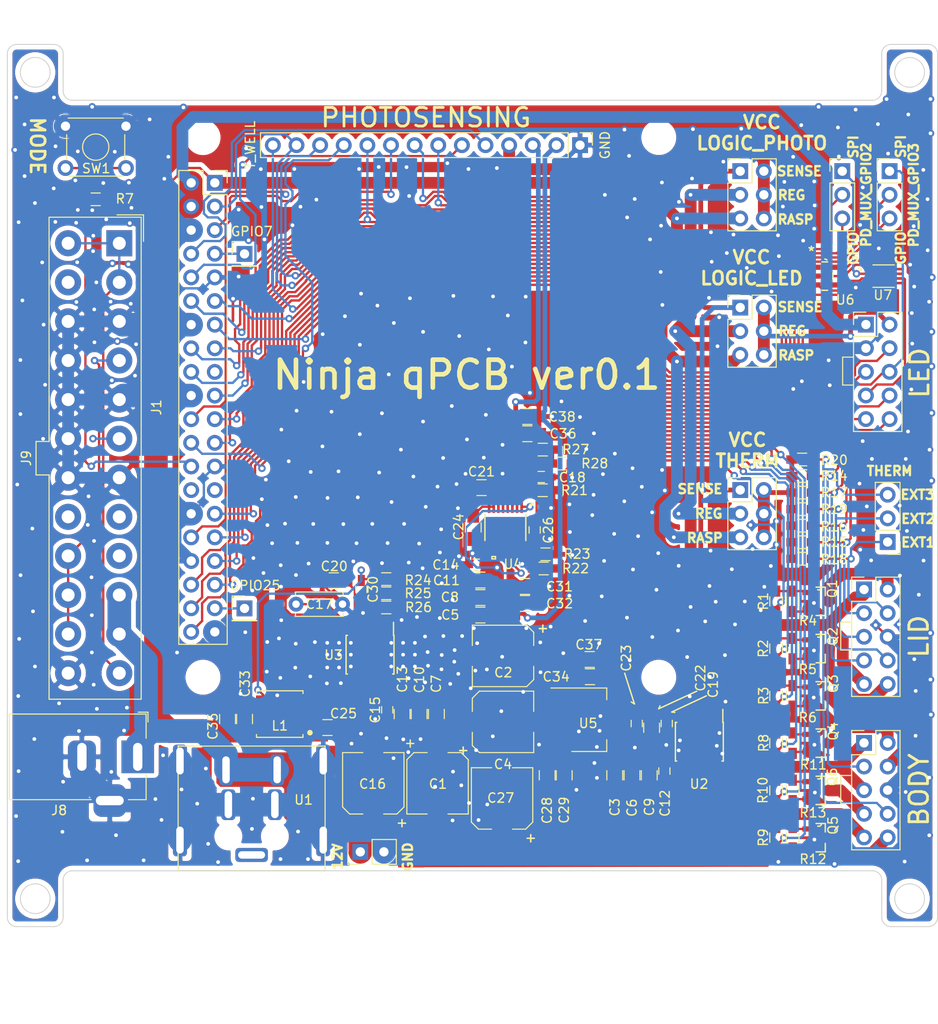
<source format=kicad_pcb>
(kicad_pcb (version 20171130) (host pcbnew "(5.1.6-0-10_14)")
  (layers (0 F.Cu signal hide) (31 B.Cu signal hide) (34 B.Paste user) (35 F.Paste user) (36 B.SilkS user) (37 F.SilkS user) (38 B.Mask user) (39 F.Mask user) (44 Edge.Cuts user))
  (net 0 "")
  (net 1 BODY_HEATER1B)
  (net 2 THERM_WELL)
  (net 3 FAN_BLACK_GND1)
  (net 4 GND)
  (net 5 FAN_BLACK_GND2)
  (net 6 THERM_EXT3)
  (net 7 BODY_HEATER2B)
  (net 8 "Net-(C17-Pad1)")
  (net 9 "Net-(C18-Pad1)")
  (net 10 "Net-(C19-Pad2)")
  (net 11 "Net-(C20-Pad1)")
  (net 12 "Net-(C21-Pad1)")
  (net 13 "Net-(C24-Pad1)")
  (net 14 /SheetPower/C-)
  (net 15 /SheetPower/BD_SW)
  (net 16 /SheetPower/BD_BOOT)
  (net 17 "Net-(C26-Pad1)")
  (net 18 /SheetPower/BD_FB)
  (net 19 THERM_LID2)
  (net 20 "Net-(J1-Pad26)")
  (net 21 PD_MUX_GPIO1)
  (net 22 SPI_MISO)
  (net 23 /FAN1)
  (net 24 PD_MUX_GPIO5)
  (net 25 GPIO7)
  (net 26 /FAN2)
  (net 27 SPI_SWITCH)
  (net 28 "Net-(J1-Pad17)")
  (net 29 THERM_AIR)
  (net 30 /LID_HEATER2)
  (net 31 /WELL_HEATER1)
  (net 32 THERM_LID1)
  (net 33 GPIO25)
  (net 34 SPI_MOSI)
  (net 35 PD_MUX_GPIO4)
  (net 36 /LID_HEATER1)
  (net 37 "Net-(J1-Pad28)")
  (net 38 "Net-(J1-Pad27)")
  (net 39 PD_MUX_GPIO3?)
  (net 40 /WELL_HEATER2)
  (net 41 ADC_DRDY)
  (net 42 SPI_SCLK)
  (net 43 /3V3_RASP)
  (net 44 I2C_SCL)
  (net 45 PD_MUX_GPIO2?)
  (net 46 LED_LAT)
  (net 47 I2C_SDA)
  (net 48 THERM_EXT2)
  (net 49 THERM_EXT1)
  (net 50 /VCC_THERM)
  (net 51 /VCC_LOGIC_LED)
  (net 52 /VCC_LOGIC_PHOTO)
  (net 53 "Net-(J9-Pad21)")
  (net 54 "Net-(J9-Pad20)")
  (net 55 "Net-(J9-Pad14)")
  (net 56 "Net-(J9-Pad1)")
  (net 57 "Net-(J9-Pad9)")
  (net 58 "Net-(J9-Pad8)")
  (net 59 PD_MUX_SPI_MOSI)
  (net 60 PD_MUX_GPIO2)
  (net 61 PD_MUX_GPIO3)
  (net 62 LED_SPI_MOSI)
  (net 63 LID_HEATER2B)
  (net 64 LID_HEATER1B)
  (net 65 PD_REF_PWM)
  (net 66 "Net-(Q1-Pad1)")
  (net 67 "Net-(Q2-Pad1)")
  (net 68 "Net-(Q3-Pad1)")
  (net 69 "Net-(Q4-Pad1)")
  (net 70 "Net-(Q5-Pad1)")
  (net 71 "Net-(Q6-Pad1)")
  (net 72 /SheetPower/ADJ+)
  (net 73 /SheetPower/ADJ-)
  (net 74 "Net-(U1-Pad5)")
  (net 75 "Net-(U2-Pad7)")
  (net 76 "Net-(U2-Pad3)")
  (net 77 "Net-(U5-Pad4)")
  (net 78 VCC_LOGIC)
  (net 79 /SheetSPI/SPI_SWITCH_INV)
  (net 80 "Net-(U6-Pad1)")
  (net 81 12V)
  (net 82 3V3_SENSE)
  (net 83 5V)
  (net 84 +10V)
  (net 85 3V3_REG)
  (net 86 -10V)
  (net 87 "Net-(R21-Pad1)")
  (net 88 "Net-(R24-Pad2)")
  (module Ninja-qPCR:Raspberry_Pi_3A+_Socketed_THT_FaceDown_MountingHoles_minimum (layer F.Cu) (at 77.323241 52.055321)
    (fp_text reference J1 (at -6.27 24.13 90) (layer F.SilkS))
    (fp_text value Raspberry_Pi_3A_Plus_wpi)
    (pad 6 thru_hole oval (at -2.54 5.08) (size 1.7 1.7) (drill 1) (layers *.Cu *.Mask) (net 4 GND))
    (pad 3 thru_hole oval (at 0 2.54) (size 1.7 1.7) (drill 1) (layers *.Cu *.Mask) (net 47 I2C_SDA))
    (pad 15 thru_hole oval (at 0 17.78) (size 1.7 1.7) (drill 1) (layers *.Cu *.Mask) (net 46 LED_LAT))
    (pad 16 thru_hole oval (at -2.54 17.78) (size 1.7 1.7) (drill 1) (layers *.Cu *.Mask) (net 45 PD_MUX_GPIO2?))
    (pad 4 thru_hole oval (at -2.54 2.54) (size 1.7 1.7) (drill 1) (layers *.Cu *.Mask) (net 83 5V))
    (pad 5 thru_hole oval (at 0 5.08) (size 1.7 1.7) (drill 1) (layers *.Cu *.Mask) (net 44 I2C_SCL))
    (pad 2 thru_hole oval (at -2.54 0) (size 1.7 1.7) (drill 1) (layers *.Cu *.Mask) (net 83 5V))
    (pad 1 thru_hole rect (at 0 0) (size 1.7 1.7) (drill 1) (layers *.Cu *.Mask) (net 43 /3V3_RASP))
    (pad 23 thru_hole oval (at 0 27.94) (size 1.7 1.7) (drill 1) (layers *.Cu *.Mask) (net 42 SPI_SCLK))
    (pad 24 thru_hole oval (at -2.54 27.94) (size 1.7 1.7) (drill 1) (layers *.Cu *.Mask) (net 41 ADC_DRDY))
    (pad 11 thru_hole oval (at 0 12.7) (size 1.7 1.7) (drill 1) (layers *.Cu *.Mask) (net 40 /WELL_HEATER2))
    (pad 12 thru_hole oval (at -2.54 12.7) (size 1.7 1.7) (drill 1) (layers *.Cu *.Mask) (net 39 PD_MUX_GPIO3?))
    (pad 27 thru_hole oval (at 0 33.02) (size 1.7 1.7) (drill 1) (layers *.Cu *.Mask) (net 38 "Net-(J1-Pad27)"))
    (pad 28 thru_hole oval (at -2.54 33.02) (size 1.7 1.7) (drill 1) (layers *.Cu *.Mask) (net 37 "Net-(J1-Pad28)"))
    (pad 13 thru_hole oval (at 0 15.24) (size 1.7 1.7) (drill 1) (layers *.Cu *.Mask) (net 36 /LID_HEATER1))
    (pad 14 thru_hole oval (at -2.54 15.24) (size 1.7 1.7) (drill 1) (layers *.Cu *.Mask) (net 4 GND))
    (pad 9 thru_hole oval (at 0 10.16) (size 1.7 1.7) (drill 1) (layers *.Cu *.Mask) (net 4 GND))
    (pad 10 thru_hole oval (at -2.54 10.16) (size 1.7 1.7) (drill 1) (layers *.Cu *.Mask) (net 35 PD_MUX_GPIO4))
    (pad 19 thru_hole oval (at 0 22.86) (size 1.7 1.7) (drill 1) (layers *.Cu *.Mask) (net 34 SPI_MOSI))
    (pad 20 thru_hole oval (at -2.54 22.86) (size 1.7 1.7) (drill 1) (layers *.Cu *.Mask) (net 4 GND))
    (pad 37 thru_hole oval (at 0 45.72) (size 1.7 1.7) (drill 1) (layers *.Cu *.Mask) (net 33 GPIO25))
    (pad 38 thru_hole oval (at -2.54 45.72) (size 1.7 1.7) (drill 1) (layers *.Cu *.Mask) (net 32 THERM_LID1))
    (pad 33 thru_hole oval (at 0 40.64) (size 1.7 1.7) (drill 1) (layers *.Cu *.Mask) (net 31 /WELL_HEATER1))
    (pad 34 thru_hole oval (at -2.54 40.64) (size 1.7 1.7) (drill 1) (layers *.Cu *.Mask) (net 4 GND))
    (pad 35 thru_hole oval (at 0 43.18) (size 1.7 1.7) (drill 1) (layers *.Cu *.Mask) (net 30 /LID_HEATER2))
    (pad 36 thru_hole oval (at -2.54 43.18) (size 1.7 1.7) (drill 1) (layers *.Cu *.Mask) (net 29 THERM_AIR))
    (pad 17 thru_hole oval (at 0 20.32) (size 1.7 1.7) (drill 1) (layers *.Cu *.Mask) (net 28 "Net-(J1-Pad17)"))
    (pad 18 thru_hole oval (at -2.54 20.32) (size 1.7 1.7) (drill 1) (layers *.Cu *.Mask) (net 27 SPI_SWITCH))
    (pad 31 thru_hole oval (at 0 38.1) (size 1.7 1.7) (drill 1) (layers *.Cu *.Mask) (net 26 /FAN2))
    (pad 32 thru_hole oval (at -2.54 38.1) (size 1.7 1.7) (drill 1) (layers *.Cu *.Mask) (net 65 PD_REF_PWM))
    (pad 7 thru_hole oval (at 0 7.62) (size 1.7 1.7) (drill 1) (layers *.Cu *.Mask) (net 25 GPIO7))
    (pad 8 thru_hole oval (at -2.54 7.62) (size 1.7 1.7) (drill 1) (layers *.Cu *.Mask) (net 24 PD_MUX_GPIO5))
    (pad 29 thru_hole oval (at 0 35.56) (size 1.7 1.7) (drill 1) (layers *.Cu *.Mask) (net 23 /FAN1))
    (pad 30 thru_hole oval (at -2.54 35.56) (size 1.7 1.7) (drill 1) (layers *.Cu *.Mask) (net 4 GND))
    (pad 21 thru_hole oval (at 0 25.4) (size 1.7 1.7) (drill 1) (layers *.Cu *.Mask) (net 22 SPI_MISO))
    (pad 22 thru_hole oval (at -2.54 25.4) (size 1.7 1.7) (drill 1) (layers *.Cu *.Mask) (net 21 PD_MUX_GPIO1))
    (pad 25 thru_hole oval (at 0 30.48) (size 1.7 1.7) (drill 1) (layers *.Cu *.Mask) (net 4 GND))
    (pad 26 thru_hole oval (at -2.54 30.48) (size 1.7 1.7) (drill 1) (layers *.Cu *.Mask) (net 20 "Net-(J1-Pad26)"))
    (pad 39 thru_hole oval (at 0 48.26) (size 1.7 1.7) (drill 1) (layers *.Cu *.Mask) (net 4 GND))
    (pad 40 thru_hole oval (at -2.54 48.26) (size 1.7 1.7) (drill 1) (layers *.Cu *.Mask) (net 19 THERM_LID2))
    (pad "" np_thru_hole circle (at -1.27 -4.87 90) (size 2.75 2.75) (drill 2.75) (layers *.Cu))
    (pad "" np_thru_hole circle (at 47.73 53.13 90) (size 2.75 2.75) (drill 2.75) (layers *.Cu))
    (pad "" np_thru_hole circle (at 47.73 -4.87 90) (size 2.75 2.75) (drill 2.75) (layers *.Cu))
    (pad "" np_thru_hole circle (at -1.27 53.13 90) (size 2.75 2.75) (drill 2.75) (layers *.Cu))
  )
  (module Resistors_SMD:R_0603_HandSoldering (layer F.Cu) (at 140.462 88.9 180)
    (fp_text reference R16 (at -3.43916 -0.10668) (layer F.SilkS))
    (fp_text value R)
    (pad 1 smd rect (at -1.1 0 180) (size 1.2 0.9) (layers F.Cu F.Paste F.Mask) (net 32 THERM_LID1))
    (pad 2 smd rect (at 1.1 0 180) (size 1.2 0.9) (layers F.Cu F.Paste F.Mask) (net 50 /VCC_THERM))
  )
  (module Ninja-qPCR:Con_2x05 (layer F.Cu) (at 147.1168 112.2426)
    (fp_text reference BODY (at 5.91566 5.03936 90) (layer F.SilkS) (effects (font (size 2 2) (thickness 0.3))))
    (fp_text value Conn_02x05)
    (pad 1 thru_hole rect (at 0 0) (size 1.7 1.7) (drill 1) (layers *.Cu *.Mask) (net 81 12V))
    (pad 2 thru_hole oval (at 2.54 0) (size 1.7 1.7) (drill 1) (layers *.Cu *.Mask) (net 1 BODY_HEATER1B))
    (pad 3 thru_hole oval (at 0 2.54) (size 1.7 1.7) (drill 1) (layers *.Cu *.Mask) (net 2 THERM_WELL))
    (pad 4 thru_hole oval (at 2.54 2.54) (size 1.7 1.7) (drill 1) (layers *.Cu *.Mask) (net 3 FAN_BLACK_GND1))
    (pad 5 thru_hole oval (at 0 5.08) (size 1.7 1.7) (drill 1) (layers *.Cu *.Mask) (net 81 12V))
    (pad 6 thru_hole oval (at 2.54 5.08) (size 1.7 1.7) (drill 1) (layers *.Cu *.Mask) (net 4 GND))
    (pad 7 thru_hole oval (at 0 7.62) (size 1.7 1.7) (drill 1) (layers *.Cu *.Mask) (net 5 FAN_BLACK_GND2))
    (pad 8 thru_hole oval (at 2.54 7.62) (size 1.7 1.7) (drill 1) (layers *.Cu *.Mask) (net 6 THERM_EXT3))
    (pad 9 thru_hole oval (at 0 10.16) (size 1.7 1.7) (drill 1) (layers *.Cu *.Mask) (net 81 12V))
    (pad 10 thru_hole oval (at 2.54 10.16) (size 1.7 1.7) (drill 1) (layers *.Cu *.Mask) (net 7 BODY_HEATER2B))
  )
  (module Capacitors_SMD:CP_Elec_6.3x5.8 (layer F.Cu) (at 101.2698 116.586 270)
    (fp_text reference C1 (at 0.07112 -0.04064 180) (layer F.SilkS))
    (fp_text value 100uF)
    (fp_text user + (at -4.28 3.01 90) (layer F.SilkS))
    (pad 1 smd rect (at -2.7 0 90) (size 3.5 1.6) (layers F.Cu F.Paste F.Mask) (net 81 12V))
    (pad 2 smd rect (at 2.7 0 90) (size 3.5 1.6) (layers F.Cu F.Paste F.Mask) (net 4 GND))
  )
  (module Capacitors_SMD:CP_Elec_6.3x5.8 (layer F.Cu) (at 108.3056 102.8954 180)
    (fp_text reference C2 (at -0.03048 -1.79324) (layer F.SilkS))
    (fp_text value 100uF)
    (fp_text user + (at -4.28 3.01) (layer F.SilkS))
    (fp_text user + (at -4.28 3.01) (layer F.SilkS))
    (pad 1 smd rect (at -2.7 0) (size 3.5 1.6) (layers F.Cu F.Paste F.Mask) (net 81 12V))
    (pad 2 smd rect (at 2.7 0) (size 3.5 1.6) (layers F.Cu F.Paste F.Mask) (net 4 GND))
  )
  (module Capacitors_SMD:C_0805_HandSoldering (layer F.Cu) (at 120.3198 115.7224 90)
    (fp_text reference C3 (at -3.43408 0.01016 90) (layer F.SilkS))
    (fp_text value 22uF)
    (pad 1 smd rect (at -1.25 0 90) (size 1.5 1.25) (layers F.Cu F.Paste F.Mask) (net 81 12V))
    (pad 2 smd rect (at 1.25 0 90) (size 1.5 1.25) (layers F.Cu F.Paste F.Mask) (net 4 GND))
  )
  (module Capacitors_SMD:CP_Elec_6.3x5.8 (layer F.Cu) (at 108.3056 109.982)
    (fp_text reference C4 (at 0 4.56) (layer F.SilkS))
    (fp_text value 100uF)
    (fp_text user + (at -4.28 3.01) (layer F.SilkS))
    (fp_text user + (at -4.28 3.01) (layer F.SilkS))
    (pad 1 smd rect (at -2.7 0 180) (size 3.5 1.6) (layers F.Cu F.Paste F.Mask) (net 81 12V))
    (pad 2 smd rect (at 2.7 0 180) (size 3.5 1.6) (layers F.Cu F.Paste F.Mask) (net 4 GND))
  )
  (module Capacitors_SMD:C_0805_HandSoldering (layer F.Cu) (at 105.8726 98.5012 180)
    (fp_text reference C5 (at 3.23628 0.01016) (layer F.SilkS))
    (fp_text value 22uF)
    (pad 1 smd rect (at -1.25 0 180) (size 1.5 1.25) (layers F.Cu F.Paste F.Mask) (net 81 12V))
    (pad 2 smd rect (at 1.25 0 180) (size 1.5 1.25) (layers F.Cu F.Paste F.Mask) (net 4 GND))
  )
  (module Capacitors_SMD:C_0805_HandSoldering (layer F.Cu) (at 122.174 115.7224 90)
    (fp_text reference C6 (at -3.48488 -0.00762 90) (layer F.SilkS))
    (fp_text value 22uF)
    (pad 1 smd rect (at -1.25 0 90) (size 1.5 1.25) (layers F.Cu F.Paste F.Mask) (net 81 12V))
    (pad 2 smd rect (at 1.25 0 90) (size 1.5 1.25) (layers F.Cu F.Paste F.Mask) (net 4 GND))
  )
  (module Capacitors_SMD:C_0805_HandSoldering (layer F.Cu) (at 101.1428 109.1384 270)
    (fp_text reference C7 (at -3.2458 0.01778 90) (layer F.SilkS))
    (fp_text value 10uF)
    (pad 1 smd rect (at -1.25 0 270) (size 1.5 1.25) (layers F.Cu F.Paste F.Mask) (net 81 12V))
    (pad 2 smd rect (at 1.25 0 270) (size 1.5 1.25) (layers F.Cu F.Paste F.Mask) (net 4 GND))
  )
  (module Capacitors_SMD:C_0805_HandSoldering (layer F.Cu) (at 105.8726 96.6216 180)
    (fp_text reference C8 (at 3.282 0.03048) (layer F.SilkS))
    (fp_text value 10uF)
    (pad 1 smd rect (at -1.25 0 180) (size 1.5 1.25) (layers F.Cu F.Paste F.Mask) (net 81 12V))
    (pad 2 smd rect (at 1.25 0 180) (size 1.5 1.25) (layers F.Cu F.Paste F.Mask) (net 4 GND))
  )
  (module Capacitors_SMD:C_0805_HandSoldering (layer F.Cu) (at 124.0282 115.7224 90)
    (fp_text reference C9 (at -3.40106 0.00762 90) (layer F.SilkS))
    (fp_text value 0.1uF)
    (pad 1 smd rect (at -1.25 0 90) (size 1.5 1.25) (layers F.Cu F.Paste F.Mask) (net 81 12V))
    (pad 2 smd rect (at 1.25 0 90) (size 1.5 1.25) (layers F.Cu F.Paste F.Mask) (net 4 GND))
  )
  (module Capacitors_SMD:C_0805_HandSoldering (layer F.Cu) (at 99.2886 109.1438 270)
    (fp_text reference C10 (at -3.69062 -0.02286 90) (layer F.SilkS))
    (fp_text value 10uF)
    (pad 1 smd rect (at -1.25 0 270) (size 1.5 1.25) (layers F.Cu F.Paste F.Mask) (net 81 12V))
    (pad 2 smd rect (at 1.25 0 270) (size 1.5 1.25) (layers F.Cu F.Paste F.Mask) (net 4 GND))
  )
  (module Capacitors_SMD:C_0805_HandSoldering (layer F.Cu) (at 105.8726 94.742 180)
    (fp_text reference C11 (at 3.6376 -0.0381) (layer F.SilkS))
    (fp_text value 0.1uF)
    (pad 1 smd rect (at -1.25 0 180) (size 1.5 1.25) (layers F.Cu F.Paste F.Mask) (net 81 12V))
    (pad 2 smd rect (at 1.25 0 180) (size 1.5 1.25) (layers F.Cu F.Paste F.Mask) (net 4 GND))
  )
  (module Capacitors_SMD:C_0603_HandSoldering (layer F.Cu) (at 125.6538 115.2652 90)
    (fp_text reference C12 (at -3.46964 0.06604 90) (layer F.SilkS))
    (fp_text value 0.01uF)
    (pad 1 smd rect (at -0.95 0 90) (size 1.2 0.75) (layers F.Cu F.Paste F.Mask) (net 81 12V))
    (pad 2 smd rect (at 0.95 0 90) (size 1.2 0.75) (layers F.Cu F.Paste F.Mask) (net 4 GND))
  )
  (module Capacitors_SMD:C_0805_HandSoldering (layer F.Cu) (at 97.4598 109.1438 270)
    (fp_text reference C13 (at -3.74904 -0.02032 90) (layer F.SilkS))
    (fp_text value 0.1uF)
    (pad 1 smd rect (at -1.25 0 270) (size 1.5 1.25) (layers F.Cu F.Paste F.Mask) (net 81 12V))
    (pad 2 smd rect (at 1.25 0 270) (size 1.5 1.25) (layers F.Cu F.Paste F.Mask) (net 4 GND))
  )
  (module Capacitors_SMD:C_0603_HandSoldering (layer F.Cu) (at 105.4354 93.091 180)
    (fp_text reference C14 (at 3.27914 -0.02286) (layer F.SilkS))
    (fp_text value 0.01uF)
    (pad 1 smd rect (at -0.95 0 180) (size 1.2 0.75) (layers F.Cu F.Paste F.Mask) (net 81 12V))
    (pad 2 smd rect (at 0.95 0 180) (size 1.2 0.75) (layers F.Cu F.Paste F.Mask) (net 4 GND))
  )
  (module Capacitors_SMD:C_0603_HandSoldering (layer F.Cu) (at 95.8596 108.6866 270)
    (fp_text reference C15 (at 0.0127 1.29032 90) (layer F.SilkS))
    (fp_text value 0.01uF)
    (pad 1 smd rect (at -0.95 0 270) (size 1.2 0.75) (layers F.Cu F.Paste F.Mask) (net 81 12V))
    (pad 2 smd rect (at 0.95 0 270) (size 1.2 0.75) (layers F.Cu F.Paste F.Mask) (net 4 GND))
  )
  (module Capacitors_SMD:CP_Elec_6.3x5.8 (layer F.Cu) (at 94.361 116.586 90)
    (fp_text reference C16 (at -0.07112 -0.07874 180) (layer F.SilkS))
    (fp_text value 100uF)
    (fp_text user + (at -4.28 3.01 90) (layer F.SilkS))
    (fp_text user + (at -4.28 3.01 90) (layer F.SilkS))
    (pad 1 smd rect (at -2.7 0 270) (size 3.5 1.6) (layers F.Cu F.Paste F.Mask) (net 81 12V))
    (pad 2 smd rect (at 2.7 0 270) (size 3.5 1.6) (layers F.Cu F.Paste F.Mask) (net 4 GND))
  )
  (module Capacitors_ThroughHole:C_Disc_D5.0mm_W2.5mm_P5.00mm (layer F.Cu) (at 86.0552 97.3328)
    (fp_text reference C17 (at 2.5 -0.00254) (layer F.SilkS))
    (fp_text value 3300pF)
    (pad 1 thru_hole circle (at 0 0) (size 1.6 1.6) (drill 0.8) (layers *.Cu *.Mask) (net 8 "Net-(C17-Pad1)"))
    (pad 2 thru_hole circle (at 5 0) (size 1.6 1.6) (drill 0.8) (layers *.Cu *.Mask) (net 4 GND))
  )
  (module Capacitors_SMD:C_0603_HandSoldering (layer F.Cu) (at 112.4204 83.6676)
    (fp_text reference C18 (at 3.33502 0.04826) (layer F.SilkS))
    (fp_text value 0.01uF)
    (pad 1 smd rect (at -0.95 0) (size 1.2 0.75) (layers F.Cu F.Paste F.Mask) (net 9 "Net-(C18-Pad1)"))
    (pad 2 smd rect (at 0.95 0) (size 1.2 0.75) (layers F.Cu F.Paste F.Mask) (net 4 GND))
  )
  (module Capacitors_SMD:C_0603_HandSoldering (layer F.Cu) (at 125.9078 110.1598 270)
    (fp_text reference C19 (at -4.18338 -4.98094 90) (layer F.SilkS))
    (fp_text value 0.01uF)
    (pad 1 smd rect (at -0.95 0 270) (size 1.2 0.75) (layers F.Cu F.Paste F.Mask) (net 82 3V3_SENSE))
    (pad 2 smd rect (at 0.95 0 270) (size 1.2 0.75) (layers F.Cu F.Paste F.Mask) (net 10 "Net-(C19-Pad2)"))
  )
  (module Capacitors_SMD:C_0805_HandSoldering (layer F.Cu) (at 90.11952 94.81566 180)
    (fp_text reference C20 (at -0.04286 1.55194) (layer F.SilkS))
    (fp_text value 1uF)
    (pad 1 smd rect (at -1.25 0 180) (size 1.5 1.25) (layers F.Cu F.Paste F.Mask) (net 11 "Net-(C20-Pad1)"))
    (pad 2 smd rect (at 1.25 0 180) (size 1.5 1.25) (layers F.Cu F.Paste F.Mask) (net 4 GND))
  )
  (module Capacitors_SMD:C_0805_HandSoldering (layer F.Cu) (at 105.9942 84.8106 180)
    (fp_text reference C21 (at 0.00254 1.71704) (layer F.SilkS))
    (fp_text value 10uF)
    (pad 1 smd rect (at -1.25 0 180) (size 1.5 1.25) (layers F.Cu F.Paste F.Mask) (net 12 "Net-(C21-Pad1)"))
    (pad 2 smd rect (at 1.25 0 180) (size 1.5 1.25) (layers F.Cu F.Paste F.Mask) (net 4 GND))
  )
  (module Capacitors_SMD:C_0805_HandSoldering (layer F.Cu) (at 124.2822 110.617 270)
    (fp_text reference C22 (at -5.3467 -5.26034 90) (layer F.SilkS))
    (fp_text value 22uF)
    (pad 1 smd rect (at -1.25 0 270) (size 1.5 1.25) (layers F.Cu F.Paste F.Mask) (net 82 3V3_SENSE))
    (pad 2 smd rect (at 1.25 0 270) (size 1.5 1.25) (layers F.Cu F.Paste F.Mask) (net 4 GND))
  )
  (module Capacitors_SMD:C_0603_HandSoldering (layer F.Cu) (at 122.682 110.1598 270)
    (fp_text reference C23 (at -7.03072 1.12522 90) (layer F.SilkS))
    (fp_text value 820pF)
    (pad 1 smd rect (at -0.95 0 270) (size 1.2 0.75) (layers F.Cu F.Paste F.Mask) (net 82 3V3_SENSE))
    (pad 2 smd rect (at 0.95 0 270) (size 1.2 0.75) (layers F.Cu F.Paste F.Mask) (net 4 GND))
  )
  (module Capacitors_SMD:C_0805_HandSoldering (layer F.Cu) (at 105.1052 89.0778 90)
    (fp_text reference C24 (at 0.05334 -1.5621 90) (layer F.SilkS))
    (fp_text value 1uF)
    (pad 1 smd rect (at -1.25 0 90) (size 1.5 1.25) (layers F.Cu F.Paste F.Mask) (net 13 "Net-(C24-Pad1)"))
    (pad 2 smd rect (at 1.25 0 90) (size 1.5 1.25) (layers F.Cu F.Paste F.Mask) (net 14 /SheetPower/C-))
  )
  (module Capacitors_SMD:C_0805_HandSoldering (layer F.Cu) (at 89.4334 110.5916 180)
    (fp_text reference C25 (at -1.72466 1.50622) (layer F.SilkS))
    (fp_text value 0.1uF)
    (pad 1 smd rect (at -1.25 0 180) (size 1.5 1.25) (layers F.Cu F.Paste F.Mask) (net 16 /SheetPower/BD_BOOT))
    (pad 2 smd rect (at 1.25 0 180) (size 1.5 1.25) (layers F.Cu F.Paste F.Mask) (net 15 /SheetPower/BD_SW))
  )
  (module Capacitors_SMD:C_0603_HandSoldering (layer F.Cu) (at 111.7092 89.3572 90)
    (fp_text reference C26 (at -0.02032 1.4732 90) (layer F.SilkS))
    (fp_text value 0.01uF)
    (pad 1 smd rect (at -0.95 0 90) (size 1.2 0.75) (layers F.Cu F.Paste F.Mask) (net 17 "Net-(C26-Pad1)"))
    (pad 2 smd rect (at 0.95 0 90) (size 1.2 0.75) (layers F.Cu F.Paste F.Mask) (net 4 GND))
  )
  (module Capacitors_SMD:CP_Elec_6.3x5.8 (layer F.Cu) (at 108.204 118.2116 90)
    (fp_text reference C27 (at 0.05334 -0.14478 180) (layer F.SilkS))
    (fp_text value 100uF)
    (fp_text user + (at -4.28 3.01 90) (layer F.SilkS))
    (fp_text user + (at -4.28 3.01 90) (layer F.SilkS))
    (pad 1 smd rect (at -2.7 0 270) (size 3.5 1.6) (layers F.Cu F.Paste F.Mask) (net 81 12V))
    (pad 2 smd rect (at 2.7 0 270) (size 3.5 1.6) (layers F.Cu F.Paste F.Mask) (net 4 GND))
  )
  (module Capacitors_SMD:C_0805_HandSoldering (layer F.Cu) (at 113.0554 115.7224 270)
    (fp_text reference C28 (at 3.77952 0.01524 90) (layer F.SilkS))
    (fp_text value 22uF)
    (pad 1 smd rect (at -1.25 0 270) (size 1.5 1.25) (layers F.Cu F.Paste F.Mask) (net 81 12V))
    (pad 2 smd rect (at 1.25 0 270) (size 1.5 1.25) (layers F.Cu F.Paste F.Mask) (net 4 GND))
  )
  (module Capacitors_SMD:C_0805_HandSoldering (layer F.Cu) (at 114.8842 115.7224 270)
    (fp_text reference C29 (at 3.7465 0.01016 90) (layer F.SilkS))
    (fp_text value 0.1uF)
    (pad 1 smd rect (at -1.25 0 270) (size 1.5 1.25) (layers F.Cu F.Paste F.Mask) (net 81 12V))
    (pad 2 smd rect (at 1.25 0 270) (size 1.5 1.25) (layers F.Cu F.Paste F.Mask) (net 4 GND))
  )
  (module Capacitors_SMD:C_0603_HandSoldering (layer F.Cu) (at 93.0783 95.7351 270)
    (fp_text reference C30 (at 0 -1.25 90) (layer F.SilkS))
    (fp_text value "(5-100pF)")
    (pad 1 smd rect (at -0.95 0 270) (size 1.2 0.75) (layers F.Cu F.Paste F.Mask) (net 83 5V))
    (pad 2 smd rect (at 0.95 0 270) (size 1.2 0.75) (layers F.Cu F.Paste F.Mask) (net 18 /SheetPower/BD_FB))
  )
  (module Capacitors_SMD:C_0805_HandSoldering (layer F.Cu) (at 110.6678 95.4278)
    (fp_text reference C31 (at 3.71094 0.02286) (layer F.SilkS))
    (fp_text value 10uF)
    (pad 1 smd rect (at -1.25 0) (size 1.5 1.25) (layers F.Cu F.Paste F.Mask) (net 84 +10V))
    (pad 2 smd rect (at 1.25 0) (size 1.5 1.25) (layers F.Cu F.Paste F.Mask) (net 4 GND))
  )
  (module Capacitors_SMD:C_0805_HandSoldering (layer F.Cu) (at 110.6678 97.2566)
    (fp_text reference C32 (at 3.72872 0.01016) (layer F.SilkS))
    (fp_text value 0.1uF)
    (pad 1 smd rect (at -1.25 0) (size 1.5 1.25) (layers F.Cu F.Paste F.Mask) (net 84 +10V))
    (pad 2 smd rect (at 1.25 0) (size 1.5 1.25) (layers F.Cu F.Paste F.Mask) (net 4 GND))
  )
  (module Capacitors_SMD:C_0805_HandSoldering (layer F.Cu) (at 80.52054 109.6772 90)
    (fp_text reference C33 (at 3.78968 0.06096 90) (layer F.SilkS))
    (fp_text value 22uF)
    (pad 1 smd rect (at -1.25 0 90) (size 1.5 1.25) (layers F.Cu F.Paste F.Mask) (net 83 5V))
    (pad 2 smd rect (at 1.25 0 90) (size 1.5 1.25) (layers F.Cu F.Paste F.Mask) (net 4 GND))
  )
  (module Capacitors_SMD:C_0805_HandSoldering (layer F.Cu) (at 117.6528 105.1306 180)
    (fp_text reference C34 (at 3.63474 -0.00254) (layer F.SilkS))
    (fp_text value 22uF)
    (pad 1 smd rect (at -1.25 0 180) (size 1.5 1.25) (layers F.Cu F.Paste F.Mask) (net 85 3V3_REG))
    (pad 2 smd rect (at 1.25 0 180) (size 1.5 1.25) (layers F.Cu F.Paste F.Mask) (net 4 GND))
  )
  (module Capacitors_SMD:C_0805_HandSoldering (layer F.Cu) (at 78.69428 109.6772 90)
    (fp_text reference C35 (at -0.7874 -1.58242 270) (layer F.SilkS))
    (fp_text value 22uF)
    (pad 1 smd rect (at -1.25 0 90) (size 1.5 1.25) (layers F.Cu F.Paste F.Mask) (net 83 5V))
    (pad 2 smd rect (at 1.25 0 90) (size 1.5 1.25) (layers F.Cu F.Paste F.Mask) (net 4 GND))
  )
  (module Capacitors_SMD:C_0805_HandSoldering (layer F.Cu) (at 110.9272 79.0194)
    (fp_text reference C36 (at 3.83254 -0.00508) (layer F.SilkS))
    (fp_text value 10uF)
    (pad 1 smd rect (at -1.25 0) (size 1.5 1.25) (layers F.Cu F.Paste F.Mask) (net 86 -10V))
    (pad 2 smd rect (at 1.25 0) (size 1.5 1.25) (layers F.Cu F.Paste F.Mask) (net 4 GND))
  )
  (module Capacitors_SMD:C_0805_HandSoldering (layer F.Cu) (at 117.6274 103.2764 180)
    (fp_text reference C37 (at 0.0889 1.59258) (layer F.SilkS))
    (fp_text value 0.1uF)
    (pad 1 smd rect (at -1.25 0 180) (size 1.5 1.25) (layers F.Cu F.Paste F.Mask) (net 85 3V3_REG))
    (pad 2 smd rect (at 1.25 0 180) (size 1.5 1.25) (layers F.Cu F.Paste F.Mask) (net 4 GND))
  )
  (module Capacitors_SMD:C_0805_HandSoldering (layer F.Cu) (at 110.9218 77.1652)
    (fp_text reference C38 (at 3.7465 0.0381) (layer F.SilkS))
    (fp_text value 0.1uF)
    (pad 1 smd rect (at -1.25 0) (size 1.5 1.25) (layers F.Cu F.Paste F.Mask) (net 86 -10V))
    (pad 2 smd rect (at 1.25 0) (size 1.5 1.25) (layers F.Cu F.Paste F.Mask) (net 4 GND))
  )
  (module Pin_Headers:Pin_Header_Straight_1x03_Pitch2.54mm (layer F.Cu) (at 149.6568 90.6526 180)
    (fp_text reference J2 hide)
    (fp_text value Conn_01x03_Male)
    (pad 1 thru_hole rect (at 0 0 180) (size 1.7 1.7) (drill 1) (layers *.Cu *.Mask) (net 49 THERM_EXT1))
    (pad 2 thru_hole oval (at 0 2.54 180) (size 1.7 1.7) (drill 1) (layers *.Cu *.Mask) (net 48 THERM_EXT2))
    (pad 3 thru_hole oval (at 0 5.08 180) (size 1.7 1.7) (drill 1) (layers *.Cu *.Mask) (net 6 THERM_EXT3))
  )
  (module Pin_Headers:Pin_Header_Straight_1x01_Pitch2.54mm (layer F.Cu) (at 80.518 59.69)
    (fp_text reference GPIO7 (at 0.78232 -2.40792) (layer F.SilkS))
    (fp_text value Conn_01x01_Male)
    (pad 1 thru_hole rect (at 0 0) (size 1.7 1.7) (drill 1) (layers *.Cu *.Mask) (net 25 GPIO7))
  )
  (module Pin_Headers:Pin_Header_Straight_1x01_Pitch2.54mm (layer F.Cu) (at 80.518 97.79)
    (fp_text reference GPIO25 (at 1.14554 -2.46634) (layer F.SilkS))
    (fp_text value Conn_01x01_Male)
    (pad 1 thru_hole rect (at 0 0) (size 1.7 1.7) (drill 1) (layers *.Cu *.Mask) (net 33 GPIO25))
  )
  (module Pin_Headers:Pin_Header_Straight_2x03_Pitch2.54mm (layer F.Cu) (at 133.8072 85.0646)
    (fp_text reference J5 hide)
    (fp_text value Conn_02x03_Odd_Even)
    (pad 1 thru_hole rect (at 0 0) (size 1.7 1.7) (drill 1) (layers *.Cu *.Mask) (net 82 3V3_SENSE))
    (pad 2 thru_hole oval (at 2.54 0) (size 1.7 1.7) (drill 1) (layers *.Cu *.Mask) (net 50 /VCC_THERM))
    (pad 3 thru_hole oval (at 0 2.54) (size 1.7 1.7) (drill 1) (layers *.Cu *.Mask) (net 85 3V3_REG))
    (pad 4 thru_hole oval (at 2.54 2.54) (size 1.7 1.7) (drill 1) (layers *.Cu *.Mask) (net 50 /VCC_THERM))
    (pad 5 thru_hole oval (at 0 5.08) (size 1.7 1.7) (drill 1) (layers *.Cu *.Mask) (net 43 /3V3_RASP))
    (pad 6 thru_hole oval (at 2.54 5.08) (size 1.7 1.7) (drill 1) (layers *.Cu *.Mask) (net 50 /VCC_THERM))
  )
  (module Pin_Headers:Pin_Header_Straight_2x03_Pitch2.54mm (layer F.Cu) (at 133.8072 65.4558)
    (fp_text reference J6 hide)
    (fp_text value Conn_02x03_Odd_Even)
    (pad 1 thru_hole rect (at 0 0) (size 1.7 1.7) (drill 1) (layers *.Cu *.Mask) (net 82 3V3_SENSE))
    (pad 2 thru_hole oval (at 2.54 0) (size 1.7 1.7) (drill 1) (layers *.Cu *.Mask) (net 51 /VCC_LOGIC_LED))
    (pad 3 thru_hole oval (at 0 2.54) (size 1.7 1.7) (drill 1) (layers *.Cu *.Mask) (net 85 3V3_REG))
    (pad 4 thru_hole oval (at 2.54 2.54) (size 1.7 1.7) (drill 1) (layers *.Cu *.Mask) (net 51 /VCC_LOGIC_LED))
    (pad 5 thru_hole oval (at 0 5.08) (size 1.7 1.7) (drill 1) (layers *.Cu *.Mask) (net 43 /3V3_RASP))
    (pad 6 thru_hole oval (at 2.54 5.08) (size 1.7 1.7) (drill 1) (layers *.Cu *.Mask) (net 51 /VCC_LOGIC_LED))
  )
  (module Pin_Headers:Pin_Header_Straight_2x03_Pitch2.54mm (layer F.Cu) (at 133.8072 50.8)
    (fp_text reference J7 hide)
    (fp_text value Conn_02x03_Odd_Even)
    (pad 1 thru_hole rect (at 0 0) (size 1.7 1.7) (drill 1) (layers *.Cu *.Mask) (net 82 3V3_SENSE))
    (pad 2 thru_hole oval (at 2.54 0) (size 1.7 1.7) (drill 1) (layers *.Cu *.Mask) (net 52 /VCC_LOGIC_PHOTO))
    (pad 3 thru_hole oval (at 0 2.54) (size 1.7 1.7) (drill 1) (layers *.Cu *.Mask) (net 85 3V3_REG))
    (pad 4 thru_hole oval (at 2.54 2.54) (size 1.7 1.7) (drill 1) (layers *.Cu *.Mask) (net 52 /VCC_LOGIC_PHOTO))
    (pad 5 thru_hole oval (at 0 5.08) (size 1.7 1.7) (drill 1) (layers *.Cu *.Mask) (net 43 /3V3_RASP))
    (pad 6 thru_hole oval (at 2.54 5.08) (size 1.7 1.7) (drill 1) (layers *.Cu *.Mask) (net 52 /VCC_LOGIC_PHOTO))
  )
  (module Connector_BarrelJack:BarrelJack_Horizontal (layer F.Cu) (at 69.0372 113.7412)
    (fp_text reference J8 (at -8.45 5.75) (layer F.SilkS))
    (fp_text value Barrel_Jack_Switch)
    (pad 3 thru_hole roundrect (at -3 4.7) (size 3.5 3.5) (drill oval 3 1) (layers *.Cu *.Mask) (net 4 GND))
    (pad 2 thru_hole roundrect (at -6 0) (size 3 3.5) (drill oval 1 3) (layers *.Cu *.Mask) (net 4 GND))
    (pad 1 thru_hole rect (at 0 0) (size 3.5 3.5) (drill oval 1 3) (layers *.Cu *.Mask) (net 81 12V))
  )
  (module Connectors_Molex:Molex_MiniFit-JR-5556-24A_2x12x4.20mm_Straight (layer F.Cu) (at 67.056 58.547 270)
    (fp_text reference J9 (at 23.1 10 90) (layer F.SilkS))
    (fp_text value ATX-24)
    (pad 1 thru_hole rect (at 0 0 270) (size 2.8 2.8) (drill 1.4) (layers *.Cu *.Mask) (net 56 "Net-(J9-Pad1)"))
    (pad 2 thru_hole circle (at 4.2 0 270) (size 2.8 2.8) (drill 1.4) (layers *.Cu *.Mask) (net 56 "Net-(J9-Pad1)"))
    (pad 3 thru_hole circle (at 8.4 0 270) (size 2.8 2.8) (drill 1.4) (layers *.Cu *.Mask) (net 4 GND))
    (pad 4 thru_hole circle (at 12.6 0 270) (size 2.8 2.8) (drill 1.4) (layers *.Cu *.Mask) (net 53 "Net-(J9-Pad21)"))
    (pad 5 thru_hole circle (at 16.8 0 270) (size 2.8 2.8) (drill 1.4) (layers *.Cu *.Mask) (net 4 GND))
    (pad 6 thru_hole circle (at 21 0 270) (size 2.8 2.8) (drill 1.4) (layers *.Cu *.Mask) (net 53 "Net-(J9-Pad21)"))
    (pad 7 thru_hole circle (at 25.2 0 270) (size 2.8 2.8) (drill 1.4) (layers *.Cu *.Mask) (net 4 GND))
    (pad 8 thru_hole circle (at 29.4 0 270) (size 2.8 2.8) (drill 1.4) (layers *.Cu *.Mask) (net 58 "Net-(J9-Pad8)"))
    (pad 9 thru_hole circle (at 33.6 0 270) (size 2.8 2.8) (drill 1.4) (layers *.Cu *.Mask) (net 57 "Net-(J9-Pad9)"))
    (pad 10 thru_hole circle (at 37.8 0 270) (size 2.8 2.8) (drill 1.4) (layers *.Cu *.Mask) (net 81 12V))
    (pad 11 thru_hole circle (at 42 0 270) (size 2.8 2.8) (drill 1.4) (layers *.Cu *.Mask) (net 81 12V))
    (pad 12 thru_hole circle (at 46.2 0 270) (size 2.8 2.8) (drill 1.4) (layers *.Cu *.Mask) (net 56 "Net-(J9-Pad1)"))
    (pad 13 thru_hole circle (at 0 5.5 270) (size 2.8 2.8) (drill 1.4) (layers *.Cu *.Mask) (net 56 "Net-(J9-Pad1)"))
    (pad 14 thru_hole circle (at 4.2 5.5 270) (size 2.8 2.8) (drill 1.4) (layers *.Cu *.Mask) (net 55 "Net-(J9-Pad14)"))
    (pad 15 thru_hole circle (at 8.4 5.5 270) (size 2.8 2.8) (drill 1.4) (layers *.Cu *.Mask) (net 4 GND))
    (pad 16 thru_hole circle (at 12.6 5.5 270) (size 2.8 2.8) (drill 1.4) (layers *.Cu *.Mask) (net 4 GND))
    (pad 17 thru_hole circle (at 16.8 5.5 270) (size 2.8 2.8) (drill 1.4) (layers *.Cu *.Mask) (net 4 GND))
    (pad 18 thru_hole circle (at 21 5.5 270) (size 2.8 2.8) (drill 1.4) (layers *.Cu *.Mask) (net 4 GND))
    (pad 19 thru_hole circle (at 25.2 5.5 270) (size 2.8 2.8) (drill 1.4) (layers *.Cu *.Mask) (net 4 GND))
    (pad 20 thru_hole circle (at 29.4 5.5 270) (size 2.8 2.8) (drill 1.4) (layers *.Cu *.Mask) (net 54 "Net-(J9-Pad20)"))
    (pad 21 thru_hole circle (at 33.6 5.5 270) (size 2.8 2.8) (drill 1.4) (layers *.Cu *.Mask) (net 53 "Net-(J9-Pad21)"))
    (pad 22 thru_hole circle (at 37.8 5.5 270) (size 2.8 2.8) (drill 1.4) (layers *.Cu *.Mask) (net 53 "Net-(J9-Pad21)"))
    (pad 23 thru_hole circle (at 42 5.5 270) (size 2.8 2.8) (drill 1.4) (layers *.Cu *.Mask) (net 53 "Net-(J9-Pad21)"))
    (pad 24 thru_hole circle (at 46.2 5.5 270) (size 2.8 2.8) (drill 1.4) (layers *.Cu *.Mask) (net 4 GND))
  )
  (module Pin_Headers:Pin_Header_Straight_1x03_Pitch2.54mm (layer F.Cu) (at 144.78 50.8)
    (fp_text reference J10 hide)
    (fp_text value Conn_01x03_Male)
    (pad 1 thru_hole rect (at 0 0) (size 1.7 1.7) (drill 1) (layers *.Cu *.Mask) (net 59 PD_MUX_SPI_MOSI))
    (pad 2 thru_hole oval (at 0 2.54) (size 1.7 1.7) (drill 1) (layers *.Cu *.Mask) (net 60 PD_MUX_GPIO2))
    (pad 3 thru_hole oval (at 0 5.08) (size 1.7 1.7) (drill 1) (layers *.Cu *.Mask) (net 45 PD_MUX_GPIO2?))
  )
  (module Pin_Headers:Pin_Header_Straight_1x03_Pitch2.54mm (layer F.Cu) (at 149.86 50.8)
    (fp_text reference J11 hide)
    (fp_text value Conn_01x03_Male)
    (pad 1 thru_hole rect (at 0 0) (size 1.7 1.7) (drill 1) (layers *.Cu *.Mask) (net 42 SPI_SCLK))
    (pad 2 thru_hole oval (at 0 2.54) (size 1.7 1.7) (drill 1) (layers *.Cu *.Mask) (net 61 PD_MUX_GPIO3))
    (pad 3 thru_hole oval (at 0 5.08) (size 1.7 1.7) (drill 1) (layers *.Cu *.Mask) (net 39 PD_MUX_GPIO3?))
  )
  (module Pin_Headers:Pin_Header_Straight_1x02_Pitch2.54mm (layer F.Cu) (at 92.964 123.952 90)
    (fp_text reference J_12V1 hide)
    (fp_text value Conn_01x02_Male)
    (pad 1 thru_hole rect (at 0 0 90) (size 1.7 1.7) (drill 1) (layers *.Cu *.Mask) (net 81 12V))
    (pad 2 thru_hole oval (at 0 2.54 90) (size 1.7 1.7) (drill 1) (layers *.Cu *.Mask) (net 4 GND))
  )
  (module Ninja-qPCR:IND_VLS5045EX-4R7M (layer F.Cu) (at 84.3026 109.1438 180)
    (fp_text reference L1 (at -0.00762 -1.25476) (layer F.SilkS) (effects (font (size 1.000591 1.000591))))
    (fp_text value "3.3uH(ALPS GLMC / TDK SPM6530)")
    (pad 1 smd rect (at -1.8 0 180) (size 1.5 4) (layers F.Cu F.Paste F.Mask) (net 15 /SheetPower/BD_SW))
    (pad 2 smd rect (at 1.8 0 180) (size 1.5 4) (layers F.Cu F.Paste F.Mask) (net 83 5V))
  )
  (module Ninja-qPCR:Con_2x05 (layer F.Cu) (at 147.32 67.2846)
    (fp_text reference LED (at 5.77088 5.1943 90) (layer F.SilkS) (effects (font (size 2 2) (thickness 0.3))))
    (fp_text value Conn_02x05)
    (pad 1 thru_hole rect (at 0 0) (size 1.7 1.7) (drill 1) (layers *.Cu *.Mask) (net 83 5V))
    (pad 2 thru_hole oval (at 2.54 0) (size 1.7 1.7) (drill 1) (layers *.Cu *.Mask) (net 51 /VCC_LOGIC_LED))
    (pad 3 thru_hole oval (at 0 2.54) (size 1.7 1.7) (drill 1) (layers *.Cu *.Mask) (net 4 GND))
    (pad 4 thru_hole oval (at 2.54 2.54) (size 1.7 1.7) (drill 1) (layers *.Cu *.Mask) (net 65 PD_REF_PWM))
    (pad 5 thru_hole oval (at 0 5.08) (size 1.7 1.7) (drill 1) (layers *.Cu *.Mask) (net 46 LED_LAT))
    (pad 6 thru_hole oval (at 2.54 5.08) (size 1.7 1.7) (drill 1) (layers *.Cu *.Mask) (net 42 SPI_SCLK))
    (pad 7 thru_hole oval (at 0 7.62) (size 1.7 1.7) (drill 1) (layers *.Cu *.Mask) (net 62 LED_SPI_MOSI))
    (pad 8 thru_hole oval (at 2.54 7.62) (size 1.7 1.7) (drill 1) (layers *.Cu *.Mask) (net 22 SPI_MISO))
    (pad 9 thru_hole oval (at 0 10.16) (size 1.7 1.7) (drill 1) (layers *.Cu *.Mask) (net 44 I2C_SCL))
    (pad 10 thru_hole oval (at 2.54 10.16) (size 1.7 1.7) (drill 1) (layers *.Cu *.Mask) (net 47 I2C_SDA))
  )
  (module Ninja-qPCR:Con_2x05 (layer F.Cu) (at 147.1168 95.758)
    (fp_text reference LID (at 5.90296 5.03682 90) (layer F.SilkS) (effects (font (size 2 2) (thickness 0.3))))
    (fp_text value Conn_02x05)
    (pad 1 thru_hole rect (at 0 0) (size 1.7 1.7) (drill 1) (layers *.Cu *.Mask) (net 81 12V))
    (pad 2 thru_hole oval (at 2.54 0) (size 1.7 1.7) (drill 1) (layers *.Cu *.Mask) (net 64 LID_HEATER1B))
    (pad 3 thru_hole oval (at 0 2.54) (size 1.7 1.7) (drill 1) (layers *.Cu *.Mask) (net 29 THERM_AIR))
    (pad 4 thru_hole oval (at 2.54 2.54) (size 1.7 1.7) (drill 1) (layers *.Cu *.Mask) (net 49 THERM_EXT1))
    (pad 5 thru_hole oval (at 0 5.08) (size 1.7 1.7) (drill 1) (layers *.Cu *.Mask) (net 32 THERM_LID1))
    (pad 6 thru_hole oval (at 2.54 5.08) (size 1.7 1.7) (drill 1) (layers *.Cu *.Mask) (net 4 GND))
    (pad 7 thru_hole oval (at 0 7.62) (size 1.7 1.7) (drill 1) (layers *.Cu *.Mask) (net 19 THERM_LID2))
    (pad 8 thru_hole oval (at 2.54 7.62) (size 1.7 1.7) (drill 1) (layers *.Cu *.Mask) (net 48 THERM_EXT2))
    (pad 9 thru_hole oval (at 0 10.16) (size 1.7 1.7) (drill 1) (layers *.Cu *.Mask) (net 81 12V))
    (pad 10 thru_hole oval (at 2.54 10.16) (size 1.7 1.7) (drill 1) (layers *.Cu *.Mask) (net 63 LID_HEATER2B))
  )
  (module Pin_Headers:Pin_Header_Straight_1x14_Pitch2.54mm (layer F.Cu) (at 116.586 48.006 270)
    (fp_text reference PHOTOSENSING (at -2.96418 16.56588 180) (layer F.SilkS) (effects (font (size 2 2) (thickness 0.3))))
    (fp_text value Conn_01x14_Male)
    (pad 1 thru_hole rect (at 0 0 270) (size 1.7 1.7) (drill 1) (layers *.Cu *.Mask) (net 4 GND))
    (pad 2 thru_hole oval (at 0 2.54 270) (size 1.7 1.7) (drill 1) (layers *.Cu *.Mask) (net 84 +10V))
    (pad 3 thru_hole oval (at 0 5.08 270) (size 1.7 1.7) (drill 1) (layers *.Cu *.Mask) (net 86 -10V))
    (pad 4 thru_hole oval (at 0 7.62 270) (size 1.7 1.7) (drill 1) (layers *.Cu *.Mask) (net 52 /VCC_LOGIC_PHOTO))
    (pad 5 thru_hole oval (at 0 10.16 270) (size 1.7 1.7) (drill 1) (layers *.Cu *.Mask) (net 24 PD_MUX_GPIO5))
    (pad 6 thru_hole oval (at 0 12.7 270) (size 1.7 1.7) (drill 1) (layers *.Cu *.Mask) (net 35 PD_MUX_GPIO4))
    (pad 7 thru_hole oval (at 0 15.24 270) (size 1.7 1.7) (drill 1) (layers *.Cu *.Mask) (net 61 PD_MUX_GPIO3))
    (pad 8 thru_hole oval (at 0 17.78 270) (size 1.7 1.7) (drill 1) (layers *.Cu *.Mask) (net 60 PD_MUX_GPIO2))
    (pad 9 thru_hole oval (at 0 20.32 270) (size 1.7 1.7) (drill 1) (layers *.Cu *.Mask) (net 21 PD_MUX_GPIO1))
    (pad 10 thru_hole oval (at 0 22.86 270) (size 1.7 1.7) (drill 1) (layers *.Cu *.Mask) (net 65 PD_REF_PWM))
    (pad 11 thru_hole oval (at 0 25.4 270) (size 1.7 1.7) (drill 1) (layers *.Cu *.Mask) (net 41 ADC_DRDY))
    (pad 12 thru_hole oval (at 0 27.94 270) (size 1.7 1.7) (drill 1) (layers *.Cu *.Mask) (net 44 I2C_SCL))
    (pad 13 thru_hole oval (at 0 30.48 270) (size 1.7 1.7) (drill 1) (layers *.Cu *.Mask) (net 47 I2C_SDA))
    (pad 14 thru_hole oval (at 0 33.02 270) (size 1.7 1.7) (drill 1) (layers *.Cu *.Mask) (net 2 THERM_WELL))
  )
  (module Ninja-qPCR:SOT95P240X112-3N (layer F.Cu) (at 142.24 97.028)
    (fp_text reference Q1 (at 1.4732 -1.3589 90) (layer F.SilkS))
    (fp_text value Q_NMOS_GSD)
    (pad 1 smd rect (at -1.0922 -0.9398) (size 1.3208 0.5588) (layers F.Cu F.Paste F.Mask) (net 66 "Net-(Q1-Pad1)"))
    (pad 2 smd rect (at -1.0922 0.9398) (size 1.3208 0.5588) (layers F.Cu F.Paste F.Mask) (net 4 GND))
    (pad 3 smd rect (at 1.0922 0) (size 1.3208 0.5588) (layers F.Cu F.Paste F.Mask) (net 64 LID_HEATER1B))
  )
  (module Ninja-qPCR:SOT95P240X112-3N (layer F.Cu) (at 142.24 102.108)
    (fp_text reference Q2 (at 1.51892 -1.31318 90) (layer F.SilkS))
    (fp_text value Q_NMOS_GSD)
    (pad 1 smd rect (at -1.0922 -0.9398) (size 1.3208 0.5588) (layers F.Cu F.Paste F.Mask) (net 67 "Net-(Q2-Pad1)"))
    (pad 2 smd rect (at -1.0922 0.9398) (size 1.3208 0.5588) (layers F.Cu F.Paste F.Mask) (net 4 GND))
    (pad 3 smd rect (at 1.0922 0) (size 1.3208 0.5588) (layers F.Cu F.Paste F.Mask) (net 63 LID_HEATER2B))
  )
  (module Ninja-qPCR:SOT95P240X112-3N (layer F.Cu) (at 142.24 107.188)
    (fp_text reference Q3 (at 1.55194 -1.31572 90) (layer F.SilkS))
    (fp_text value Q_NMOS_GSD)
    (pad 1 smd rect (at -1.0922 -0.9398) (size 1.3208 0.5588) (layers F.Cu F.Paste F.Mask) (net 68 "Net-(Q3-Pad1)"))
    (pad 2 smd rect (at -1.0922 0.9398) (size 1.3208 0.5588) (layers F.Cu F.Paste F.Mask) (net 4 GND))
    (pad 3 smd rect (at 1.0922 0) (size 1.3208 0.5588) (layers F.Cu F.Paste F.Mask) (net 3 FAN_BLACK_GND1))
  )
  (module Ninja-qPCR:SOT95P240X112-3N (layer F.Cu) (at 142.24 112.268)
    (fp_text reference Q4 (at 1.56464 -1.27762 90) (layer F.SilkS))
    (fp_text value Q_NMOS_GSD)
    (pad 1 smd rect (at -1.0922 -0.9398) (size 1.3208 0.5588) (layers F.Cu F.Paste F.Mask) (net 69 "Net-(Q4-Pad1)"))
    (pad 2 smd rect (at -1.0922 0.9398) (size 1.3208 0.5588) (layers F.Cu F.Paste F.Mask) (net 4 GND))
    (pad 3 smd rect (at 1.0922 0) (size 1.3208 0.5588) (layers F.Cu F.Paste F.Mask) (net 1 BODY_HEATER1B))
  )
  (module Ninja-qPCR:SOT95P240X112-3N (layer F.Cu) (at 142.24 122.428)
    (fp_text reference Q5 (at 1.5367 -1.32588 90) (layer F.SilkS))
    (fp_text value Q_NMOS_GSD)
    (pad 1 smd rect (at -1.0922 -0.9398) (size 1.3208 0.5588) (layers F.Cu F.Paste F.Mask) (net 70 "Net-(Q5-Pad1)"))
    (pad 2 smd rect (at -1.0922 0.9398) (size 1.3208 0.5588) (layers F.Cu F.Paste F.Mask) (net 4 GND))
    (pad 3 smd rect (at 1.0922 0) (size 1.3208 0.5588) (layers F.Cu F.Paste F.Mask) (net 7 BODY_HEATER2B))
  )
  (module Ninja-qPCR:SOT95P240X112-3N (layer F.Cu) (at 142.24 117.348)
    (fp_text reference Q6 (at 1.46558 -1.45542 90) (layer F.SilkS))
    (fp_text value Q_NMOS_GSD)
    (pad 1 smd rect (at -1.0922 -0.9398) (size 1.3208 0.5588) (layers F.Cu F.Paste F.Mask) (net 71 "Net-(Q6-Pad1)"))
    (pad 2 smd rect (at -1.0922 0.9398) (size 1.3208 0.5588) (layers F.Cu F.Paste F.Mask) (net 4 GND))
    (pad 3 smd rect (at 1.0922 0) (size 1.3208 0.5588) (layers F.Cu F.Paste F.Mask) (net 5 FAN_BLACK_GND2))
  )
  (module Resistors_SMD:R_0603_HandSoldering (layer F.Cu) (at 137.668 97.028 270)
    (fp_text reference R1 (at -0.00508 1.3716 90) (layer F.SilkS))
    (fp_text value 1k)
    (pad 1 smd rect (at -1.1 0 270) (size 1.2 0.9) (layers F.Cu F.Paste F.Mask) (net 66 "Net-(Q1-Pad1)"))
    (pad 2 smd rect (at 1.1 0 270) (size 1.2 0.9) (layers F.Cu F.Paste F.Mask) (net 36 /LID_HEATER1))
  )
  (module Resistors_SMD:R_0603_HandSoldering (layer F.Cu) (at 137.668 102.108 270)
    (fp_text reference R2 (at 0 1.3843 90) (layer F.SilkS))
    (fp_text value 1k)
    (pad 1 smd rect (at -1.1 0 270) (size 1.2 0.9) (layers F.Cu F.Paste F.Mask) (net 67 "Net-(Q2-Pad1)"))
    (pad 2 smd rect (at 1.1 0 270) (size 1.2 0.9) (layers F.Cu F.Paste F.Mask) (net 30 /LID_HEATER2))
  )
  (module Resistors_SMD:R_0603_HandSoldering (layer F.Cu) (at 137.668 107.188 270)
    (fp_text reference R3 (at -0.00762 1.33858 90) (layer F.SilkS))
    (fp_text value 1k)
    (pad 1 smd rect (at -1.1 0 270) (size 1.2 0.9) (layers F.Cu F.Paste F.Mask) (net 68 "Net-(Q3-Pad1)"))
    (pad 2 smd rect (at 1.1 0 270) (size 1.2 0.9) (layers F.Cu F.Paste F.Mask) (net 23 /FAN1))
  )
  (module Resistors_SMD:R_0603_HandSoldering (layer F.Cu) (at 139.446 97.028 90)
    (fp_text reference R4 (at -2.08534 1.64846 180) (layer F.SilkS))
    (fp_text value 10k)
    (pad 1 smd rect (at -1.1 0 90) (size 1.2 0.9) (layers F.Cu F.Paste F.Mask) (net 4 GND))
    (pad 2 smd rect (at 1.1 0 90) (size 1.2 0.9) (layers F.Cu F.Paste F.Mask) (net 66 "Net-(Q1-Pad1)"))
  )
  (module Resistors_SMD:R_0603_HandSoldering (layer F.Cu) (at 139.446 102.108 90)
    (fp_text reference R5 (at -2.23012 1.6256 180) (layer F.SilkS))
    (fp_text value 10k)
    (pad 1 smd rect (at -1.1 0 90) (size 1.2 0.9) (layers F.Cu F.Paste F.Mask) (net 4 GND))
    (pad 2 smd rect (at 1.1 0 90) (size 1.2 0.9) (layers F.Cu F.Paste F.Mask) (net 67 "Net-(Q2-Pad1)"))
  )
  (module Resistors_SMD:R_0603_HandSoldering (layer F.Cu) (at 139.446 107.188 90)
    (fp_text reference R6 (at -2.32918 1.6256 180) (layer F.SilkS))
    (fp_text value 10k)
    (pad 1 smd rect (at -1.1 0 90) (size 1.2 0.9) (layers F.Cu F.Paste F.Mask) (net 4 GND))
    (pad 2 smd rect (at 1.1 0 90) (size 1.2 0.9) (layers F.Cu F.Paste F.Mask) (net 68 "Net-(Q3-Pad1)"))
  )
  (module Resistors_SMD:R_0603_HandSoldering (layer F.Cu) (at 64.516 53.82514)
    (fp_text reference R7 (at 3.1242 -0.05588) (layer F.SilkS))
    (fp_text value 10k)
    (pad 1 smd rect (at -1.1 0) (size 1.2 0.9) (layers F.Cu F.Paste F.Mask) (net 20 "Net-(J1-Pad26)"))
    (pad 2 smd rect (at 1.1 0) (size 1.2 0.9) (layers F.Cu F.Paste F.Mask) (net 43 /3V3_RASP))
  )
  (module Resistors_SMD:R_0603_HandSoldering (layer F.Cu) (at 137.668 112.268 270)
    (fp_text reference R8 (at -0.01778 1.3335 90) (layer F.SilkS))
    (fp_text value 1k)
    (pad 1 smd rect (at -1.1 0 270) (size 1.2 0.9) (layers F.Cu F.Paste F.Mask) (net 69 "Net-(Q4-Pad1)"))
    (pad 2 smd rect (at 1.1 0 270) (size 1.2 0.9) (layers F.Cu F.Paste F.Mask) (net 31 /WELL_HEATER1))
  )
  (module Resistors_SMD:R_0603_HandSoldering (layer F.Cu) (at 137.668 122.428 270)
    (fp_text reference R9 (at -0.01524 1.3843 90) (layer F.SilkS))
    (fp_text value 1k)
    (pad 1 smd rect (at -1.1 0 270) (size 1.2 0.9) (layers F.Cu F.Paste F.Mask) (net 70 "Net-(Q5-Pad1)"))
    (pad 2 smd rect (at 1.1 0 270) (size 1.2 0.9) (layers F.Cu F.Paste F.Mask) (net 40 /WELL_HEATER2))
  )
  (module Resistors_SMD:R_0603_HandSoldering (layer F.Cu) (at 137.668 117.348 270)
    (fp_text reference R10 (at -0.0127 1.43002 90) (layer F.SilkS))
    (fp_text value 1k)
    (pad 1 smd rect (at -1.1 0 270) (size 1.2 0.9) (layers F.Cu F.Paste F.Mask) (net 71 "Net-(Q6-Pad1)"))
    (pad 2 smd rect (at 1.1 0 270) (size 1.2 0.9) (layers F.Cu F.Paste F.Mask) (net 26 /FAN2))
  )
  (module Resistors_SMD:R_0603_HandSoldering (layer F.Cu) (at 139.446 112.268 90)
    (fp_text reference R11 (at -2.32156 2.22504 180) (layer F.SilkS))
    (fp_text value 10k)
    (pad 1 smd rect (at -1.1 0 90) (size 1.2 0.9) (layers F.Cu F.Paste F.Mask) (net 4 GND))
    (pad 2 smd rect (at 1.1 0 90) (size 1.2 0.9) (layers F.Cu F.Paste F.Mask) (net 69 "Net-(Q4-Pad1)"))
  )
  (module Resistors_SMD:R_0603_HandSoldering (layer F.Cu) (at 139.446 122.428 90)
    (fp_text reference R12 (at -2.30886 2.18186 180) (layer F.SilkS))
    (fp_text value 10k)
    (pad 1 smd rect (at -1.1 0 90) (size 1.2 0.9) (layers F.Cu F.Paste F.Mask) (net 4 GND))
    (pad 2 smd rect (at 1.1 0 90) (size 1.2 0.9) (layers F.Cu F.Paste F.Mask) (net 70 "Net-(Q5-Pad1)"))
  )
  (module Resistors_SMD:R_0603_HandSoldering (layer F.Cu) (at 139.446 117.348 90)
    (fp_text reference R13 (at -2.39268 2.18186 180) (layer F.SilkS))
    (fp_text value 10k)
    (pad 1 smd rect (at -1.1 0 90) (size 1.2 0.9) (layers F.Cu F.Paste F.Mask) (net 4 GND))
    (pad 2 smd rect (at 1.1 0 90) (size 1.2 0.9) (layers F.Cu F.Paste F.Mask) (net 71 "Net-(Q6-Pad1)"))
  )
  (module Resistors_SMD:R_0603_HandSoldering (layer F.Cu) (at 140.462 83.566 180)
    (fp_text reference R14 (at -3.44424 0.00762) (layer F.SilkS))
    (fp_text value R)
    (pad 1 smd rect (at -1.1 0 180) (size 1.2 0.9) (layers F.Cu F.Paste F.Mask) (net 2 THERM_WELL))
    (pad 2 smd rect (at 1.1 0 180) (size 1.2 0.9) (layers F.Cu F.Paste F.Mask) (net 50 /VCC_THERM))
  )
  (module Resistors_SMD:R_0603_HandSoldering (layer F.Cu) (at 140.462 90.678 180)
    (fp_text reference R15 (at -3.46202 0.02032) (layer F.SilkS))
    (fp_text value R)
    (pad 1 smd rect (at -1.1 0 180) (size 1.2 0.9) (layers F.Cu F.Paste F.Mask) (net 29 THERM_AIR))
    (pad 2 smd rect (at 1.1 0 180) (size 1.2 0.9) (layers F.Cu F.Paste F.Mask) (net 50 /VCC_THERM))
  )
  (module Resistors_SMD:R_0603_HandSoldering (layer F.Cu) (at 140.462 85.344 180)
    (fp_text reference R17 (at -3.46202 0.00254) (layer F.SilkS))
    (fp_text value R)
    (pad 1 smd rect (at -1.1 0 180) (size 1.2 0.9) (layers F.Cu F.Paste F.Mask) (net 19 THERM_LID2))
    (pad 2 smd rect (at 1.1 0 180) (size 1.2 0.9) (layers F.Cu F.Paste F.Mask) (net 50 /VCC_THERM))
  )
  (module Resistors_SMD:R_0603_HandSoldering (layer F.Cu) (at 140.462 92.456 180)
    (fp_text reference R18 (at -3.43916 -0.06604) (layer F.SilkS))
    (fp_text value R)
    (pad 1 smd rect (at -1.1 0 180) (size 1.2 0.9) (layers F.Cu F.Paste F.Mask) (net 49 THERM_EXT1))
    (pad 2 smd rect (at 1.1 0 180) (size 1.2 0.9) (layers F.Cu F.Paste F.Mask) (net 50 /VCC_THERM))
  )
  (module Resistors_SMD:R_0603_HandSoldering (layer F.Cu) (at 140.462 87.122 180)
    (fp_text reference R19 (at -3.46202 0) (layer F.SilkS))
    (fp_text value R)
    (pad 1 smd rect (at -1.1 0 180) (size 1.2 0.9) (layers F.Cu F.Paste F.Mask) (net 48 THERM_EXT2))
    (pad 2 smd rect (at 1.1 0 180) (size 1.2 0.9) (layers F.Cu F.Paste F.Mask) (net 50 /VCC_THERM))
  )
  (module Resistors_SMD:R_0603_HandSoldering (layer F.Cu) (at 140.462 81.788 180)
    (fp_text reference R20 (at -3.46202 -0.06604) (layer F.SilkS))
    (fp_text value R)
    (pad 1 smd rect (at -1.1 0 180) (size 1.2 0.9) (layers F.Cu F.Paste F.Mask) (net 6 THERM_EXT3))
    (pad 2 smd rect (at 1.1 0 180) (size 1.2 0.9) (layers F.Cu F.Paste F.Mask) (net 50 /VCC_THERM))
  )
  (module Resistors_SMD:R_0603_HandSoldering (layer F.Cu) (at 112.6744 93.4974)
    (fp_text reference R22 (at 3.43408 0.00254) (layer F.SilkS))
    (fp_text value 22X)
    (pad 1 smd rect (at -1.1 0) (size 1.2 0.9) (layers F.Cu F.Paste F.Mask) (net 84 +10V))
    (pad 2 smd rect (at 1.1 0) (size 1.2 0.9) (layers F.Cu F.Paste F.Mask) (net 72 /SheetPower/ADJ+))
  )
  (module Resistors_SMD:R_0603_HandSoldering (layer F.Cu) (at 112.8776 91.9734)
    (fp_text reference R23 (at 3.39344 -0.03556) (layer F.SilkS))
    (fp_text value 3X)
    (pad 1 smd rect (at -1.1 0) (size 1.2 0.9) (layers F.Cu F.Paste F.Mask) (net 72 /SheetPower/ADJ+))
    (pad 2 smd rect (at 1.1 0) (size 1.2 0.9) (layers F.Cu F.Paste F.Mask) (net 4 GND))
  )
  (module Resistors_SMD:R_0603_HandSoldering (layer F.Cu) (at 95.75546 94.6404)
    (fp_text reference R24 (at 3.42646 0.127) (layer F.SilkS))
    (fp_text value 120k)
    (pad 1 smd rect (at -1.1 0) (size 1.2 0.9) (layers F.Cu F.Paste F.Mask) (net 83 5V))
    (pad 2 smd rect (at 1.1 0) (size 1.2 0.9) (layers F.Cu F.Paste F.Mask) (net 88 "Net-(R24-Pad2)"))
  )
  (module Resistors_SMD:R_0603_HandSoldering (layer F.Cu) (at 95.75546 96.1644 180)
    (fp_text reference R25 (at -3.41884 -0.00508) (layer F.SilkS))
    (fp_text value 1.8k/0)
    (pad 1 smd rect (at -1.1 0 180) (size 1.2 0.9) (layers F.Cu F.Paste F.Mask) (net 88 "Net-(R24-Pad2)"))
    (pad 2 smd rect (at 1.1 0 180) (size 1.2 0.9) (layers F.Cu F.Paste F.Mask) (net 18 /SheetPower/BD_FB))
  )
  (module Resistors_SMD:R_0603_HandSoldering (layer F.Cu) (at 95.75546 97.6884)
    (fp_text reference R26 (at 3.4671 -0.01778) (layer F.SilkS))
    (fp_text value 22k)
    (pad 1 smd rect (at -1.1 0) (size 1.2 0.9) (layers F.Cu F.Paste F.Mask) (net 18 /SheetPower/BD_FB))
    (pad 2 smd rect (at 1.1 0) (size 1.2 0.9) (layers F.Cu F.Paste F.Mask) (net 4 GND))
  )
  (module Resistors_SMD:R_0603_HandSoldering (layer F.Cu) (at 112.5806 80.7212)
    (fp_text reference R27 (at 3.54312 -0.01016) (layer F.SilkS))
    (fp_text value 22X)
    (pad 1 smd rect (at -1.1 0) (size 1.2 0.9) (layers F.Cu F.Paste F.Mask) (net 86 -10V))
    (pad 2 smd rect (at 1.1 0) (size 1.2 0.9) (layers F.Cu F.Paste F.Mask) (net 73 /SheetPower/ADJ-))
  )
  (module Resistors_SMD:R_0603_HandSoldering (layer F.Cu) (at 114.6478 82.2198)
    (fp_text reference R28 (at 3.51808 -0.00508) (layer F.SilkS))
    (fp_text value 3X)
    (pad 1 smd rect (at -1.1 0) (size 1.2 0.9) (layers F.Cu F.Paste F.Mask) (net 73 /SheetPower/ADJ-))
    (pad 2 smd rect (at 1.1 0) (size 1.2 0.9) (layers F.Cu F.Paste F.Mask) (net 4 GND))
  )
  (module Ninja-qPCR:DN4_PWR (layer F.Cu) (at 81.28 125.984)
    (fp_text reference U1 (at 5.588 -7.62) (layer F.SilkS))
    (fp_text value DIN4_PWR)
    (pad "" np_thru_hole circle (at 2.5 -3.7) (size 2 2) (drill 2) (layers *.Cu *.Mask))
    (pad "" np_thru_hole circle (at -2.5 -3.7) (size 2 2) (drill 2) (layers *.Cu *.Mask))
    (pad 9 thru_hole roundrect (at 7.7 -3.3 180) (size 1.5 3.5) (drill oval 0.8 2.9) (layers *.Cu *.Mask) (net 4 GND))
    (pad 7 thru_hole roundrect (at -7.7 -3.3 180) (size 1.5 3.5) (drill oval 0.8 2.9) (layers *.Cu *.Mask) (net 4 GND))
    (pad 8 thru_hole roundrect (at 7.7 -11.8 180) (size 1.5 3.5) (drill oval 0.8 2.9) (layers *.Cu *.Mask) (net 4 GND))
    (pad 6 thru_hole roundrect (at -7.7 -11.8 180) (size 1.5 3.5) (drill oval 0.8 2.9) (layers *.Cu *.Mask) (net 4 GND))
    (pad 5 thru_hole roundrect (at 0 -1.7 90) (size 1.5 3.5) (drill oval 0.8 2.9) (layers *.Cu *.Mask) (net 74 "Net-(U1-Pad5)"))
    (pad 4 thru_hole roundrect (at 2.5 -7.1) (size 1.5 3.3) (drill oval 0.8 2.9) (layers *.Cu *.Mask) (net 4 GND))
    (pad 3 thru_hole roundrect (at -2.5 -7.1) (size 1.5 3.3) (drill oval 0.8 2.9) (layers *.Cu *.Mask) (net 4 GND))
    (pad 2 thru_hole roundrect (at 2.75 -10.85) (size 1.5 3.3) (drill oval 0.8 2.9) (layers *.Cu *.Mask) (net 81 12V))
    (pad 1 thru_hole roundrect (at -2.75 -10.85) (size 1.5 3.3) (drill oval 0.8 2.9) (layers *.Cu *.Mask) (net 81 12V))
  )
  (module Housings_SOIC:SOIC-8-1EP_3.9x4.9mm_Pitch1.27mm (layer F.Cu) (at 129.413 112.1156 270)
    (fp_text reference U2 (at 4.54152 0.02794 180) (layer F.SilkS))
    (fp_text value IFX1763)
    (pad 1 smd rect (at -2.7 -1.905 270) (size 1.55 0.6) (layers F.Cu F.Paste F.Mask) (net 82 3V3_SENSE))
    (pad 2 smd rect (at -2.7 -0.635 270) (size 1.55 0.6) (layers F.Cu F.Paste F.Mask) (net 82 3V3_SENSE))
    (pad 3 smd rect (at -2.7 0.635 270) (size 1.55 0.6) (layers F.Cu F.Paste F.Mask) (net 76 "Net-(U2-Pad3)"))
    (pad 4 smd rect (at -2.7 1.905 270) (size 1.55 0.6) (layers F.Cu F.Paste F.Mask) (net 10 "Net-(C19-Pad2)"))
    (pad 5 smd rect (at 2.7 1.905 270) (size 1.55 0.6) (layers F.Cu F.Paste F.Mask) (net 81 12V))
    (pad 6 smd rect (at 2.7 0.635 270) (size 1.55 0.6) (layers F.Cu F.Paste F.Mask) (net 4 GND))
    (pad 7 smd rect (at 2.7 -0.635 270) (size 1.55 0.6) (layers F.Cu F.Paste F.Mask) (net 75 "Net-(U2-Pad7)"))
    (pad 8 smd rect (at 2.7 -1.905 270) (size 1.55 0.6) (layers F.Cu F.Paste F.Mask) (net 81 12V))
    (pad 9 smd rect (at 0.5875 0.5875 270) (size 1.175 1.175) (layers F.Cu F.Paste F.Mask) (net 4 GND))
    (pad 9 smd rect (at 0.5875 -0.5875 270) (size 1.175 1.175) (layers F.Cu F.Paste F.Mask) (net 4 GND))
    (pad 9 smd rect (at -0.5875 0.5875 270) (size 1.175 1.175) (layers F.Cu F.Paste F.Mask) (net 4 GND))
    (pad 9 smd rect (at -0.5875 -0.5875 270) (size 1.175 1.175) (layers F.Cu F.Paste F.Mask) (net 4 GND))
  )
  (module Housings_SOIC:SOIC-8-1EP_3.9x4.9mm_Pitch1.27mm (layer F.Cu) (at 94.01048 102.76078 270)
    (fp_text reference U3 (at 0.03556 3.91668 180) (layer F.SilkS))
    (fp_text value BD9D320EFJ-E2)
    (pad 1 smd rect (at -2.7 -1.905 270) (size 1.55 0.6) (layers F.Cu F.Paste F.Mask) (net 81 12V))
    (pad 2 smd rect (at -2.7 -0.635 270) (size 1.55 0.6) (layers F.Cu F.Paste F.Mask) (net 18 /SheetPower/BD_FB))
    (pad 3 smd rect (at -2.7 0.635 270) (size 1.55 0.6) (layers F.Cu F.Paste F.Mask) (net 11 "Net-(C20-Pad1)"))
    (pad 4 smd rect (at -2.7 1.905 270) (size 1.55 0.6) (layers F.Cu F.Paste F.Mask) (net 8 "Net-(C17-Pad1)"))
    (pad 5 smd rect (at 2.7 1.905 270) (size 1.55 0.6) (layers F.Cu F.Paste F.Mask) (net 4 GND))
    (pad 6 smd rect (at 2.7 0.635 270) (size 1.55 0.6) (layers F.Cu F.Paste F.Mask) (net 15 /SheetPower/BD_SW))
    (pad 7 smd rect (at 2.7 -0.635 270) (size 1.55 0.6) (layers F.Cu F.Paste F.Mask) (net 16 /SheetPower/BD_BOOT))
    (pad 8 smd rect (at 2.7 -1.905 270) (size 1.55 0.6) (layers F.Cu F.Paste F.Mask) (net 81 12V))
    (pad 9 smd rect (at 0.5875 0.5875 270) (size 1.175 1.175) (layers F.Cu F.Paste F.Mask) (net 4 GND))
    (pad 9 smd rect (at 0.5875 -0.5875 270) (size 1.175 1.175) (layers F.Cu F.Paste F.Mask) (net 4 GND))
    (pad 9 smd rect (at -0.5875 0.5875 270) (size 1.175 1.175) (layers F.Cu F.Paste F.Mask) (net 4 GND))
    (pad 9 smd rect (at -0.5875 -0.5875 270) (size 1.175 1.175) (layers F.Cu F.Paste F.Mask) (net 4 GND))
  )
  (module Ninja-qPCR:LTC3260EMSE-TRPBF (layer F.Cu) (at 108.5596 89.0778 270)
    (fp_text reference U4 (at 3.95732 -0.81026 180) (layer F.SilkS))
    (fp_text value LTC3260EMSE-TRPBF hide)
    (fp_text user * (at -2.47015 -3.17373 90) (layer F.SilkS))
    (pad 1 smd rect (at -2.21615 -1.75133 270) (size 1.3335 0.2794) (layers F.Cu F.Paste F.Mask) (net 81 12V))
    (pad 2 smd rect (at -2.21615 -1.25095 270) (size 1.3335 0.2794) (layers F.Cu F.Paste F.Mask) (net 87 "Net-(R21-Pad1)"))
    (pad 3 smd rect (at -2.21615 -0.75057 270) (size 1.3335 0.2794) (layers F.Cu F.Paste F.Mask) (net 9 "Net-(C18-Pad1)"))
    (pad 4 smd rect (at -2.21615 -0.25019 270) (size 1.3335 0.2794) (layers F.Cu F.Paste F.Mask) (net 73 /SheetPower/ADJ-))
    (pad 5 smd rect (at -2.21615 0.25019 270) (size 1.3335 0.2794) (layers F.Cu F.Paste F.Mask) (net 86 -10V))
    (pad 6 smd rect (at -2.21615 0.75057 270) (size 1.3335 0.2794) (layers F.Cu F.Paste F.Mask) (net 12 "Net-(C21-Pad1)"))
    (pad 7 smd rect (at -2.21615 1.25095 270) (size 1.3335 0.2794) (layers F.Cu F.Paste F.Mask) (net 14 /SheetPower/C-))
    (pad 8 smd rect (at -2.21615 1.75133 270) (size 1.3335 0.2794) (layers F.Cu F.Paste F.Mask) (net 14 /SheetPower/C-))
    (pad 9 smd rect (at 2.21615 1.75133 270) (size 1.3335 0.2794) (layers F.Cu F.Paste F.Mask) (net 13 "Net-(C24-Pad1)"))
    (pad 10 smd rect (at 2.21615 1.25095 270) (size 1.3335 0.2794) (layers F.Cu F.Paste F.Mask) (net 13 "Net-(C24-Pad1)"))
    (pad 11 smd rect (at 2.21615 0.75057 270) (size 1.3335 0.2794) (layers F.Cu F.Paste F.Mask) (net 81 12V))
    (pad 12 smd rect (at 2.21615 0.25019 270) (size 1.3335 0.2794) (layers F.Cu F.Paste F.Mask) (net 84 +10V))
    (pad 13 smd rect (at 2.21615 -0.25019 270) (size 1.3335 0.2794) (layers F.Cu F.Paste F.Mask) (net 81 12V))
    (pad 14 smd rect (at 2.21615 -0.75057 270) (size 1.3335 0.2794) (layers F.Cu F.Paste F.Mask) (net 4 GND))
    (pad 15 smd rect (at 2.21615 -1.25095 270) (size 1.3335 0.2794) (layers F.Cu F.Paste F.Mask) (net 72 /SheetPower/ADJ+))
    (pad 16 smd rect (at 2.21615 -1.75133 270) (size 1.3335 0.2794) (layers F.Cu F.Paste F.Mask) (net 17 "Net-(C26-Pad1)"))
    (pad EPAD smd rect (at 0 0 270) (size 1.7526 2.9464) (layers F.Cu F.Paste F.Mask) (net 4 GND))
  )
  (module TO_SOT_Packages_SMD:SOT-223 (layer F.Cu) (at 117.5512 109.7534)
    (fp_text reference U5 (at -0.09144 0.38354) (layer F.SilkS))
    (fp_text value CJT1117-3.3)
    (pad 4 smd rect (at 3.15 0) (size 2 3.8) (layers F.Cu F.Paste F.Mask) (net 77 "Net-(U5-Pad4)"))
    (pad 2 smd rect (at -3.15 0) (size 2 1.5) (layers F.Cu F.Paste F.Mask) (net 85 3V3_REG))
    (pad 3 smd rect (at -3.15 2.3) (size 2 1.5) (layers F.Cu F.Paste F.Mask) (net 81 12V))
    (pad 1 smd rect (at -3.15 -2.3) (size 2 1.5) (layers F.Cu F.Paste F.Mask) (net 4 GND))
  )
  (module Ninja-qPCR:SN74LVC1G04DBVR (layer F.Cu) (at 142.9004 62.0776)
    (fp_text reference U6 (at 2.1971 2.55016) (layer F.SilkS))
    (fp_text value SN74LVC1G04DBVR hide)
    (fp_text user * (at -1.4478 -2.6518) (layer F.SilkS))
    (fp_text user * (at -1.4478 -2.6518) (layer F.SilkS))
    (pad 1 smd rect (at -1.1938 -0.950001) (size 1.4732 0.5588) (layers F.Cu F.Paste F.Mask) (net 80 "Net-(U6-Pad1)"))
    (pad 2 smd rect (at -1.1938 0) (size 1.4732 0.5588) (layers F.Cu F.Paste F.Mask) (net 27 SPI_SWITCH))
    (pad 3 smd rect (at -1.1938 0.950001) (size 1.4732 0.5588) (layers F.Cu F.Paste F.Mask) (net 4 GND))
    (pad 4 smd rect (at 1.1938 0.950001) (size 1.4732 0.5588) (layers F.Cu F.Paste F.Mask) (net 79 /SheetSPI/SPI_SWITCH_INV))
    (pad 5 smd rect (at 1.1938 -0.950001) (size 1.4732 0.5588) (layers F.Cu F.Paste F.Mask) (net 78 VCC_LOGIC))
  )
  (module Ninja-qPCR:SN74LVC2G66DCUR (layer F.Cu) (at 149.225 62.0776)
    (fp_text reference U7 (at -0.08382 2.03962) (layer F.SilkS))
    (fp_text value SN74LVC2G66DCUR)
    (pad 1 smd rect (at -1.405 -0.75) (size 1.12 0.27) (layers F.Cu F.Paste F.Mask) (net 34 SPI_MOSI))
    (pad 2 smd rect (at -1.405 -0.25) (size 1.12 0.27) (layers F.Cu F.Paste F.Mask) (net 59 PD_MUX_SPI_MOSI))
    (pad 3 smd rect (at -1.405 0.25) (size 1.12 0.27) (layers F.Cu F.Paste F.Mask) (net 79 /SheetSPI/SPI_SWITCH_INV))
    (pad 4 smd rect (at -1.405 0.75) (size 1.12 0.27) (layers F.Cu F.Paste F.Mask) (net 4 GND))
    (pad 5 smd rect (at 1.405 0.75) (size 1.12 0.27) (layers F.Cu F.Paste F.Mask) (net 34 SPI_MOSI))
    (pad 6 smd rect (at 1.405 0.25) (size 1.12 0.27) (layers F.Cu F.Paste F.Mask) (net 62 LED_SPI_MOSI))
    (pad 7 smd rect (at 1.405 -0.25) (size 1.12 0.27) (layers F.Cu F.Paste F.Mask) (net 27 SPI_SWITCH))
    (pad 8 smd rect (at 1.405 -0.75) (size 1.12 0.27) (layers F.Cu F.Paste F.Mask) (net 78 VCC_LOGIC))
  )
  (module Resistors_SMD:R_0603_HandSoldering (layer F.Cu) (at 112.5728 85.09)
    (fp_text reference R21 (at 3.41122 0.00762) (layer F.SilkS))
    (fp_text value 100K)
    (pad 1 smd rect (at -1.1 0) (size 1.2 0.9) (layers F.Cu F.Paste F.Mask) (net 87 "Net-(R21-Pad1)"))
    (pad 2 smd rect (at 1.1 0) (size 1.2 0.9) (layers F.Cu F.Paste F.Mask) (net 4 GND))
  )
  (module Ninja-qPCR:SW_TH_Tactile_Omron_B3F-10xx (layer F.Cu) (at 67.77228 50.46472 180)
    (fp_text reference SW1 (at 3.2004 -0.04318) (layer F.SilkS))
    (fp_text value TACTILE_4)
    (pad 1 thru_hole circle (at 0 0 180) (size 1.7 1.7) (drill 1) (layers *.Cu *.Mask) (net 20 "Net-(J1-Pad26)"))
    (pad 2 thru_hole circle (at 6.5 0 180) (size 1.7 1.7) (drill 1) (layers *.Cu *.Mask) (net 20 "Net-(J1-Pad26)"))
    (pad 3 thru_hole circle (at 0 4.5 180) (size 1.7 1.7) (drill 1) (layers *.Cu *.Mask) (net 4 GND))
    (pad 4 thru_hole circle (at 6.5 4.5 180) (size 1.7 1.7) (drill 1) (layers *.Cu *.Mask) (net 4 GND))
  )
  (gr_text "Ninja qPCB ver0.1" (at 104.40416 72.6948) (layer F.SilkS) (effects (font (size 3 3) (thickness 0.5))))
  (gr_text EXT3 (at 152.86228 85.5726) (layer F.SilkS) (effects (font (size 1 1) (thickness 0.25))))
  (gr_text EXT2 (at 152.93086 88.16086) (layer F.SilkS) (effects (font (size 1 1) (thickness 0.25))))
  (gr_text EXT1 (at 152.93086 90.69832) (layer F.SilkS) (effects (font (size 1 1) (thickness 0.25))))
  (gr_text THERM (at 149.86254 83.02244) (layer F.SilkS) (effects (font (size 1 1) (thickness 0.25))))
  (gr_text GPIO (at 151.07666 59.06516 90) (layer F.SilkS) (effects (font (size 1 1) (thickness 0.25))))
  (gr_text GPIO (at 145.93824 59.09818 90) (layer F.SilkS) (effects (font (size 1 1) (thickness 0.25))))
  (gr_text SPI (at 145.96618 48.17618 90) (layer F.SilkS) (effects (font (size 1 1) (thickness 0.25))))
  (gr_text SPI (at 151.07666 48.14062 90) (layer F.SilkS) (effects (font (size 1 1) (thickness 0.25))))
  (gr_text PD_MUX_GPIO3 (at 152.44826 53.37302 90) (layer F.SilkS) (effects (font (size 1 1) (thickness 0.25))))
  (gr_text PD_MUX_GPIO2 (at 147.34794 53.3527 90) (layer F.SilkS) (effects (font (size 1 1) (thickness 0.25))))
  (gr_text RASP (at 129.99974 90.2208) (layer F.SilkS) (effects (font (size 1 1) (thickness 0.25))))
  (gr_text SENSE (at 129.48158 84.96554) (layer F.SilkS) (effects (font (size 1 1) (thickness 0.25))))
  (gr_text REG (at 130.41376 87.60714) (layer F.SilkS) (effects (font (size 1 1) (thickness 0.25))))
  (gr_text RASP (at 139.83462 70.59422) (layer F.SilkS) (effects (font (size 1 1) (thickness 0.25))))
  (gr_text SENSE (at 140.2461 65.405) (layer F.SilkS) (effects (font (size 1 1) (thickness 0.25))))
  (gr_text REG (at 139.40282 67.97548) (layer F.SilkS) (effects (font (size 1 1) (thickness 0.25))))
  (gr_text RASP (at 139.76096 55.99684) (layer F.SilkS) (effects (font (size 1 1) (thickness 0.25))))
  (gr_text REG (at 139.32916 53.3781) (layer F.SilkS) (effects (font (size 1 1) (thickness 0.25))))
  (gr_text SENSE (at 140.17244 50.80762) (layer F.SilkS) (effects (font (size 1 1) (thickness 0.25))))
  (gr_text "VCC\n LOGIC_PHOTO" (at 136.13892 46.66996) (layer F.SilkS) (effects (font (size 1.4 1.4) (thickness 0.3))))
  (gr_text "VCC\n LOGIC_LED" (at 135.02132 61.18352) (layer F.SilkS) (effects (font (size 1.4 1.4) (thickness 0.3))))
  (gr_text "VCC\n THERM" (at 134.59206 80.8101) (layer F.SilkS) (effects (font (size 1.4 1.4) (thickness 0.3))))
  (gr_text T_WELL (at 81.13776 47.98568 90) (layer F.SilkS) (effects (font (size 1 1))))
  (gr_text GND (at 119.27586 48.00092 90) (layer F.SilkS) (effects (font (size 1 1))))
  (gr_line (start 126.44882 108.92282) (end 126.77394 108.966) (layer F.SilkS) (width 0.15))
  (gr_line (start 130.16992 107.18292) (end 126.44882 108.92282) (layer F.SilkS) (width 0.15))
  (gr_line (start 125.0442 108.57484) (end 125.18644 108.2548) (layer F.SilkS) (width 0.15))
  (gr_line (start 129.1336 106.68254) (end 125.0442 108.57484) (layer F.SilkS) (width 0.15))
  (gr_line (start 122.43562 108.05414) (end 122.09272 107.83824) (layer F.SilkS) (width 0.15))
  (gr_line (start 121.3866 104.75722) (end 122.43562 108.05414) (layer F.SilkS) (width 0.15))
  (gr_text GND (at 98.07448 124.48286 90) (layer F.SilkS) (effects (font (size 1 1) (thickness 0.25))))
  (gr_text 12V (at 90.52052 124.45746 90) (layer F.SilkS) (effects (font (size 1 1) (thickness 0.25))))
  (gr_text MODE (at 58.2549 48.08982 270) (layer F.SilkS) (effects (font (size 1.5 1.5) (thickness 0.3))))
  (gr_arc (start 62.02 42.18) (end 61.02 42.18) (angle -90) (layer Edge.Cuts) (width 0.1))
  (gr_arc (start 60.02 38.18) (end 61.02 38.18) (angle -90) (layer Edge.Cuts) (width 0.1))
  (gr_arc (start 56.02 38.18) (end 56.02 37.18) (angle -90) (layer Edge.Cuts) (width 0.1))
  (gr_arc (start 148.02 42.18) (end 148.02 43.18) (angle -90) (layer Edge.Cuts) (width 0.1))
  (gr_arc (start 150.02 38.18) (end 150.02 37.18) (angle -90) (layer Edge.Cuts) (width 0.1))
  (gr_arc (start 154.02 38.18) (end 155.02 38.18) (angle -90) (layer Edge.Cuts) (width 0.1))
  (gr_arc (start 154.02 130.984) (end 154.02 131.984) (angle -90) (layer Edge.Cuts) (width 0.1))
  (gr_arc (start 150.02 130.984) (end 149.02 130.984) (angle -90) (layer Edge.Cuts) (width 0.1))
  (gr_arc (start 148.02 126.984) (end 149.02 126.984) (angle -90) (layer Edge.Cuts) (width 0.1))
  (gr_arc (start 62.02 126.984) (end 62.02 125.984) (angle -90) (layer Edge.Cuts) (width 0.1))
  (gr_arc (start 60.02 130.984) (end 60.02 131.984) (angle -90) (layer Edge.Cuts) (width 0.1))
  (gr_arc (start 56.02 130.984) (end 55.02 130.984) (angle -90) (layer Edge.Cuts) (width 0.1))
  (gr_line (start 61.02 130.984) (end 61.02 126.984) (layer Edge.Cuts) (width 0.1))
  (gr_line (start 56.02 131.984) (end 60.02 131.984) (layer Edge.Cuts) (width 0.1))
  (gr_line (start 149.02 130.984) (end 149.02 126.984) (layer Edge.Cuts) (width 0.1))
  (gr_line (start 154.02 131.984) (end 150.02 131.984) (layer Edge.Cuts) (width 0.1))
  (gr_line (start 149.02 38.18) (end 149.02 42.18) (layer Edge.Cuts) (width 0.1))
  (gr_line (start 154.02 37.18) (end 150.02 37.18) (layer Edge.Cuts) (width 0.1))
  (gr_line (start 61.02 38.18) (end 61.02 42.18) (layer Edge.Cuts) (width 0.1))
  (gr_line (start 56.02 37.18) (end 60.02 37.18) (layer Edge.Cuts) (width 0.1))
  (gr_circle (center 152.02 40.18) (end 153.62 40.18) (layer Edge.Cuts) (width 0.1))
  (gr_circle (center 152.02 128.984) (end 153.62 128.984) (layer Edge.Cuts) (width 0.1))
  (gr_circle (center 58.02 128.984) (end 59.62 128.984) (layer Edge.Cuts) (width 0.1))
  (gr_circle (center 58.02 40.18) (end 59.62 40.18) (layer Edge.Cuts) (width 0.1))
  (gr_poly (pts (xy 136.8044 125.5014) (xy 99.7712 125.5522) (xy 99.2378 123.2154) (xy 106.553 122.4788) (xy 108.6612 120.8024) (xy 118.7704 120.8024) (xy 121.0056 118.5418) (xy 127.2032 118.5418) (xy 128.3208 117.4242) (xy 131.318 117.4242) (xy 132.8674 115.8748) (xy 132.8674 100.838) (xy 134.6962 99.0092) (xy 136.779 99.0092)) (layer F.Cu) (width 0.1))
  (gr_line (start 155.02 38.18) (end 155.02 130.984) (layer Edge.Cuts) (width 0.1))
  (gr_line (start 62.02 43.18) (end 148.02 43.18) (layer Edge.Cuts) (width 0.1))
  (gr_line (start 55.02 130.984) (end 55.02 38.18) (layer Edge.Cuts) (width 0.1))
  (gr_poly (pts (xy 83.3374 116.586) (xy 84.7852 116.9162) (xy 77.9272 116.9162) (xy 77.5462 116.5352) (xy 77.5462 113.665) (xy 77.8764 113.3348) (xy 82.8802 113.3348)) (layer F.Cu) (width 0.1))
  (gr_poly (pts (xy 87.1982 115.3414) (xy 88.2142 116.3574) (xy 92.4052 116.205) (xy 97.4344 116.205) (xy 99.7712 116.8146) (xy 99.7712 125.5776) (xy 97.0788 125.5776) (xy 97.0788 123.317) (xy 96.4438 122.682) (xy 90.0938 122.682) (xy 90.0938 120.9548) (xy 89.789 120.65) (xy 85.217 120.65) (xy 84.836 120.269) (xy 84.836 117.1702) (xy 84.5566 116.8908) (xy 83.2104 116.8908) (xy 82.804 116.4844) (xy 82.804 113.3094) (xy 87.1982 113.3094)) (layer F.Cu) (width 0.1))
  (gr_poly (pts (xy 110.2868 79.1718) (xy 111.4298 80.3148) (xy 111.4298 81.4578) (xy 109.474 83.3882) (xy 108.966 83.693) (xy 108.966 76.5302) (xy 110.2868 76.5302)) (layer F.Cu) (width 0.1))
  (gr_poly (pts (xy 109.3978 83.058) (xy 109.3978 83.5406) (xy 108.3056 84.6328) (xy 108.3056 84.1502)) (layer F.Cu) (width 0.1))
  (gr_poly (pts (xy 109.4232 93.7768) (xy 109.4232 94.2848) (xy 110.109 94.8436) (xy 110.109 99.0092) (xy 108.7374 99.0092) (xy 108.7374 93.091)) (layer F.Cu) (width 0.1))
  (gr_poly (pts (xy 96.774 109.7026) (xy 101.7778 109.7026) (xy 101.7778 111.2012) (xy 100.8126 111.2012) (xy 96.5962 115.5192) (xy 89.5858 115.5192) (xy 89.6112 112.5982) (xy 90.8558 112.5982) (xy 94.7928 108.7374) (xy 95.9104 108.7374)) (layer F.Cu) (width 0.1))
  (gr_poly (pts (xy 93.853 108.0008) (xy 92.075 109.6518) (xy 89.4334 109.6518) (xy 89.4334 112.0394) (xy 84.8868 112.0394) (xy 84.8868 107.1118) (xy 92.7354 107.1118)) (layer F.Cu) (width 0.1))
  (gr_line (start 62.02 125.984) (end 148.02 125.984) (layer Edge.Cuts) (width 0.1))
  (segment (start 149.6568 111.040519) (end 149.6568 112.2426) (width 1.27) (layer F.Cu) (net 1))
  (segment (start 149.17388 110.557599) (end 149.6568 111.040519) (width 1.27) (layer F.Cu) (net 1))
  (segment (start 145.042601 110.557599) (end 149.17388 110.557599) (width 1.27) (layer F.Cu) (net 1))
  (segment (start 143.3322 112.268) (end 145.042601 110.557599) (width 1.27) (layer F.Cu) (net 1))
  (segment (start 147.1168 114.7826) (end 143.59922 114.7826) (width 0.25) (layer B.Cu) (net 2))
  (segment (start 143.59922 114.7826) (end 143.24362 114.427) (width 0.25) (layer B.Cu) (net 2))
  (segment (start 143.243619 109.130009) (end 143.19801 109.0844) (width 0.25) (layer B.Cu) (net 2))
  (segment (start 143.24362 114.427) (end 143.243619 109.130009) (width 0.25) (layer B.Cu) (net 2))
  (segment (start 143.243619 109.130009) (end 143.198011 109.084401) (width 0.25) (layer B.Cu) (net 2))
  (segment (start 143.198011 109.084401) (end 143.198011 94.374391) (width 0.25) (layer B.Cu) (net 2))
  (via (at 143.473001 83.566) (size 0.8) (drill 0.4) (layers F.Cu B.Cu) (net 2))
  (segment (start 143.198011 83.84099) (end 143.473001 83.566) (width 0.25) (layer B.Cu) (net 2))
  (segment (start 143.198011 94.374391) (end 143.198011 83.84099) (width 0.25) (layer B.Cu) (net 2))
  (segment (start 143.473001 83.566) (end 141.562 83.566) (width 0.25) (layer F.Cu) (net 2))
  (segment (start 91.3937 60.315459) (end 87.711368 63.997791) (width 0.25) (layer F.Cu) (net 2))
  (segment (start 115.504009 60.315459) (end 91.3937 60.315459) (width 0.25) (layer F.Cu) (net 2))
  (segment (start 143.473001 83.566) (end 144.323009 82.715992) (width 0.25) (layer F.Cu) (net 2))
  (segment (start 144.323009 80.329459) (end 143.180197 79.186647) (width 0.25) (layer F.Cu) (net 2))
  (segment (start 117.637479 62.448929) (end 115.504009 60.315459) (width 0.25) (layer F.Cu) (net 2))
  (segment (start 117.63748 73.40619) (end 117.637479 62.448929) (width 0.25) (layer F.Cu) (net 2))
  (segment (start 123.417936 79.186646) (end 117.63748 73.40619) (width 0.25) (layer F.Cu) (net 2))
  (segment (start 144.323009 82.715992) (end 144.323009 80.329459) (width 0.25) (layer F.Cu) (net 2))
  (segment (start 143.180197 79.186647) (end 123.417936 79.186646) (width 0.25) (layer F.Cu) (net 2))
  (via (at 85.70174 65.618523) (size 0.8) (drill 0.4) (layers F.Cu B.Cu) (net 2))
  (segment (start 86.090636 65.618523) (end 85.70174 65.618523) (width 0.25) (layer F.Cu) (net 2))
  (segment (start 87.711368 63.997791) (end 86.090636 65.618523) (width 0.25) (layer F.Cu) (net 2))
  (segment (start 83.566 63.482783) (end 83.566 48.006) (width 0.25) (layer B.Cu) (net 2))
  (segment (start 85.70174 65.618523) (end 83.566 63.482783) (width 0.25) (layer B.Cu) (net 2))
  (segment (start 151.341801 113.097599) (end 149.6568 114.7826) (width 1.27) (layer F.Cu) (net 3))
  (segment (start 151.341801 110.646612) (end 151.341801 113.097599) (width 1.27) (layer F.Cu) (net 3))
  (segment (start 145.231789 109.087589) (end 149.782779 109.08759) (width 1.27) (layer F.Cu) (net 3))
  (segment (start 149.782779 109.08759) (end 151.341801 110.646612) (width 1.27) (layer F.Cu) (net 3))
  (segment (start 143.3322 107.188) (end 145.231789 109.087589) (width 1.27) (layer F.Cu) (net 3))
  (via (at 96.29648 102.76078) (size 0.8) (drill 0.4) (layers F.Cu B.Cu) (net 4))
  (segment (start 61.556 66.947) (end 67.056 66.947) (width 1.27) (layer B.Cu) (net 4))
  (segment (start 61.556 66.947) (end 61.556 71.147) (width 1.27) (layer B.Cu) (net 4))
  (segment (start 61.556 75.347) (end 61.556 71.147) (width 1.27) (layer B.Cu) (net 4))
  (segment (start 67.056 75.347) (end 61.556 75.347) (width 1.27) (layer B.Cu) (net 4))
  (segment (start 61.556 79.547) (end 61.556 75.347) (width 1.27) (layer B.Cu) (net 4))
  (segment (start 61.556 83.747) (end 61.556 79.547) (width 1.27) (layer B.Cu) (net 4))
  (segment (start 67.056 83.747) (end 61.556 83.747) (width 1.27) (layer B.Cu) (net 4))
  (segment (start 59.320999 85.982001) (end 61.556 83.747) (width 1.27) (layer B.Cu) (net 4))
  (segment (start 59.320999 102.511999) (end 59.320999 85.982001) (width 1.27) (layer B.Cu) (net 4))
  (segment (start 61.556 104.747) (end 59.320999 102.511999) (width 1.27) (layer B.Cu) (net 4))
  (segment (start 88.761 118.884) (end 88.98 118.665) (width 1.27) (layer B.Cu) (net 4))
  (segment (start 88.98 118.665) (end 88.98 122.684) (width 1.27) (layer B.Cu) (net 4))
  (segment (start 83.78 118.884) (end 88.761 118.884) (width 1.27) (layer B.Cu) (net 4))
  (segment (start 88.98 114.184) (end 88.98 118.665) (width 1.27) (layer B.Cu) (net 4))
  (segment (start 73.639 118.884) (end 73.58 118.825) (width 1.27) (layer B.Cu) (net 4))
  (segment (start 73.58 118.825) (end 73.58 122.684) (width 1.27) (layer B.Cu) (net 4))
  (segment (start 78.78 118.884) (end 73.639 118.884) (width 1.27) (layer B.Cu) (net 4))
  (segment (start 73.58 114.184) (end 73.58 118.825) (width 1.27) (layer B.Cu) (net 4))
  (segment (start 73.58 118.76152) (end 73.58 122.684) (width 2.54) (layer B.Cu) (net 4))
  (segment (start 73.70248 118.884) (end 73.58 118.76152) (width 2.54) (layer B.Cu) (net 4))
  (segment (start 78.78 118.884) (end 73.70248 118.884) (width 2.54) (layer B.Cu) (net 4))
  (segment (start 73.58 114.184) (end 73.58 118.76152) (width 2.54) (layer B.Cu) (net 4))
  (segment (start 78.78 118.884) (end 83.78 118.884) (width 2.54) (layer B.Cu) (net 4))
  (segment (start 83.78 118.884) (end 88.93626 118.884) (width 2.54) (layer B.Cu) (net 4))
  (segment (start 88.98 118.84026) (end 88.98 122.684) (width 2.54) (layer B.Cu) (net 4))
  (segment (start 88.93626 118.884) (end 88.98 118.84026) (width 2.54) (layer B.Cu) (net 4))
  (segment (start 88.98 114.184) (end 88.98 118.84026) (width 2.54) (layer B.Cu) (net 4))
  (segment (start 94.990001 121.631999) (end 90.032001 121.631999) (width 2.54) (layer B.Cu) (net 4))
  (segment (start 90.032001 121.631999) (end 88.98 122.684) (width 2.54) (layer B.Cu) (net 4))
  (segment (start 95.504 122.145998) (end 94.990001 121.631999) (width 2.54) (layer B.Cu) (net 4))
  (segment (start 95.504 123.952) (end 95.504 122.145998) (width 2.54) (layer B.Cu) (net 4))
  (segment (start 67.056 66.947) (end 67.404321 67.295321) (width 2.54) (layer B.Cu) (net 4))
  (segment (start 67.487679 74.915321) (end 67.056 75.347) (width 2.54) (layer B.Cu) (net 4))
  (segment (start 74.783241 74.915321) (end 67.487679 74.915321) (width 2.54) (layer B.Cu) (net 4))
  (segment (start 70.924321 87.615321) (end 67.056 83.747) (width 2.54) (layer B.Cu) (net 4))
  (segment (start 61.27228 45.96472) (end 67.77228 45.96472) (width 2.54) (layer B.Cu) (net 4))
  (segment (start 67.77228 45.96472) (end 70.092281 48.284721) (width 2.54) (layer B.Cu) (net 4))
  (segment (start 70.092281 66.900079) (end 69.697039 67.295321) (width 2.54) (layer B.Cu) (net 4))
  (segment (start 69.697039 67.295321) (end 74.783241 67.295321) (width 2.54) (layer B.Cu) (net 4))
  (segment (start 67.404321 67.295321) (end 69.697039 67.295321) (width 2.54) (layer B.Cu) (net 4))
  (segment (start 70.159319 57.135321) (end 70.092281 57.202359) (width 2.54) (layer B.Cu) (net 4))
  (segment (start 74.783241 57.135321) (end 70.159319 57.135321) (width 2.54) (layer B.Cu) (net 4))
  (segment (start 70.092281 48.284721) (end 70.092281 57.202359) (width 2.54) (layer B.Cu) (net 4))
  (segment (start 70.980861 87.615321) (end 70.924321 87.615321) (width 2.54) (layer B.Cu) (net 4))
  (segment (start 88.86952 95.14712) (end 88.86952 94.81566) (width 0.25) (layer F.Cu) (net 4))
  (segment (start 91.0552 97.3328) (end 88.86952 95.14712) (width 0.25) (layer F.Cu) (net 4))
  (segment (start 78.69428 108.4272) (end 80.52054 108.4272) (width 1.27) (layer F.Cu) (net 4))
  (segment (start 77.323241 100.315321) (end 78.69428 101.68636) (width 1.27) (layer F.Cu) (net 4))
  (segment (start 78.69428 108.4272) (end 78.69428 108.32592) (width 1.27) (layer F.Cu) (net 4))
  (via (at 80.0862 106.9594) (size 0.8) (drill 0.4) (layers F.Cu B.Cu) (net 4))
  (segment (start 80.0608 106.9594) (end 80.0862 106.9594) (width 1.27) (layer F.Cu) (net 4))
  (segment (start 78.69428 108.32592) (end 80.0608 106.9594) (width 1.27) (layer F.Cu) (net 4))
  (segment (start 80.0862 103.07828) (end 77.323241 100.315321) (width 2.54) (layer B.Cu) (net 4))
  (segment (start 80.0862 106.9594) (end 80.0862 103.07828) (width 2.54) (layer B.Cu) (net 4))
  (segment (start 80.0862 107.99286) (end 80.52054 108.4272) (width 1.27) (layer F.Cu) (net 4))
  (segment (start 80.0862 106.9594) (end 80.0862 107.99286) (width 1.27) (layer F.Cu) (net 4))
  (segment (start 93.42298 102.17328) (end 94.59798 102.17328) (width 0.25) (layer F.Cu) (net 4))
  (segment (start 94.59798 102.17328) (end 94.59798 103.34828) (width 0.25) (layer F.Cu) (net 4))
  (segment (start 94.59798 103.34828) (end 93.42298 103.34828) (width 0.25) (layer F.Cu) (net 4))
  (segment (start 93.42298 103.34828) (end 93.42298 102.17328) (width 0.25) (layer F.Cu) (net 4))
  (segment (start 84.930199 96.792799) (end 86.907338 94.81566) (width 0.25) (layer F.Cu) (net 4))
  (segment (start 84.930199 97.872801) (end 84.930199 96.792799) (width 0.25) (layer F.Cu) (net 4))
  (segment (start 85.515199 98.457801) (end 84.930199 97.872801) (width 0.25) (layer F.Cu) (net 4))
  (segment (start 88.842499 98.457801) (end 85.515199 98.457801) (width 0.25) (layer F.Cu) (net 4))
  (segment (start 86.907338 94.81566) (end 88.86952 94.81566) (width 0.25) (layer F.Cu) (net 4))
  (segment (start 93.42298 102.17328) (end 92.557978 102.17328) (width 0.25) (layer F.Cu) (net 4))
  (segment (start 92.10548 104.66578) (end 93.42298 103.34828) (width 0.25) (layer F.Cu) (net 4))
  (segment (start 92.10548 105.46078) (end 92.10548 104.66578) (width 0.25) (layer F.Cu) (net 4))
  (segment (start 94.063 114.184) (end 94.361 113.886) (width 2.54) (layer F.Cu) (net 4))
  (segment (start 88.98 114.184) (end 94.063 114.184) (width 2.54) (layer F.Cu) (net 4))
  (segment (start 94.361 113.886) (end 96.5378 113.886) (width 2.54) (layer F.Cu) (net 4))
  (via (at 96.5378 113.886) (size 0.8) (drill 0.4) (layers F.Cu B.Cu) (net 4))
  (via (at 95.7834 111.7346) (size 0.8) (drill 0.4) (layers F.Cu B.Cu) (net 4))
  (via (at 97.5868 111.8616) (size 0.8) (drill 0.4) (layers F.Cu B.Cu) (net 4))
  (via (at 99.441 111.8362) (size 0.8) (drill 0.4) (layers F.Cu B.Cu) (net 4))
  (via (at 98.1202 113.2332) (size 0.8) (drill 0.4) (layers F.Cu B.Cu) (net 4))
  (via (at 94.5642 109.6772) (size 0.8) (drill 0.4) (layers F.Cu B.Cu) (net 4))
  (via (at 93.0402 111.252) (size 0.8) (drill 0.4) (layers F.Cu B.Cu) (net 4))
  (via (at 92.0242 112.3188) (size 0.8) (drill 0.4) (layers F.Cu B.Cu) (net 4))
  (segment (start 95.819 109.6772) (end 95.8596 109.6366) (width 1.27) (layer F.Cu) (net 4))
  (segment (start 94.5642 109.6772) (end 95.819 109.6772) (width 1.27) (layer F.Cu) (net 4))
  (segment (start 96.6168 110.3938) (end 97.4598 110.3938) (width 1.27) (layer F.Cu) (net 4))
  (segment (start 95.8596 109.6366) (end 96.6168 110.3938) (width 1.27) (layer F.Cu) (net 4))
  (segment (start 97.4598 110.3938) (end 99.2886 110.3938) (width 1.27) (layer F.Cu) (net 4))
  (segment (start 101.1374 110.3938) (end 101.1428 110.3884) (width 1.27) (layer F.Cu) (net 4))
  (segment (start 99.2886 110.3938) (end 101.1374 110.3938) (width 1.27) (layer F.Cu) (net 4))
  (segment (start 99.441 110.5462) (end 99.2886 110.3938) (width 1.27) (layer F.Cu) (net 4))
  (segment (start 99.441 111.8362) (end 99.441 110.5462) (width 1.27) (layer F.Cu) (net 4))
  (segment (start 97.4674 113.886) (end 98.1202 113.2332) (width 1.27) (layer F.Cu) (net 4))
  (segment (start 96.5378 113.886) (end 97.4674 113.886) (width 1.27) (layer F.Cu) (net 4))
  (segment (start 98.1202 113.157) (end 99.441 111.8362) (width 1.27) (layer F.Cu) (net 4))
  (segment (start 98.1202 113.2332) (end 98.1202 113.157) (width 1.27) (layer F.Cu) (net 4))
  (segment (start 98.1202 112.395) (end 97.5868 111.8616) (width 1.27) (layer F.Cu) (net 4))
  (segment (start 98.1202 113.2332) (end 98.1202 112.395) (width 1.27) (layer F.Cu) (net 4))
  (segment (start 95.9104 111.8616) (end 95.7834 111.7346) (width 1.27) (layer F.Cu) (net 4))
  (segment (start 97.5868 111.8616) (end 95.9104 111.8616) (width 1.27) (layer F.Cu) (net 4))
  (segment (start 92.0242 112.268) (end 93.0402 111.252) (width 1.27) (layer F.Cu) (net 4))
  (segment (start 92.0242 112.3188) (end 92.0242 112.268) (width 1.27) (layer F.Cu) (net 4))
  (segment (start 93.0402 111.2012) (end 94.5642 109.6772) (width 1.27) (layer F.Cu) (net 4))
  (segment (start 93.0402 111.252) (end 93.0402 111.2012) (width 1.27) (layer F.Cu) (net 4))
  (segment (start 94.5642 110.5154) (end 95.7834 111.7346) (width 1.27) (layer F.Cu) (net 4))
  (segment (start 94.5642 109.6772) (end 94.5642 110.5154) (width 1.27) (layer F.Cu) (net 4))
  (via (at 91.948 102.76078) (size 0.8) (drill 0.4) (layers F.Cu B.Cu) (net 4))
  (via (at 91.948 101.49078) (size 0.8) (drill 0.4) (layers F.Cu B.Cu) (net 4))
  (via (at 91.948 104.03078) (size 0.8) (drill 0.4) (layers F.Cu B.Cu) (net 4))
  (via (at 96.29648 101.49078) (size 0.8) (drill 0.4) (layers F.Cu B.Cu) (net 4))
  (via (at 96.29648 104.03078) (size 0.8) (drill 0.4) (layers F.Cu B.Cu) (net 4))
  (via (at 97.56648 101.49078) (size 0.8) (drill 0.4) (layers F.Cu B.Cu) (net 4))
  (via (at 98.83648 101.49078) (size 0.8) (drill 0.4) (layers F.Cu B.Cu) (net 4))
  (via (at 97.56648 102.76078) (size 0.8) (drill 0.4) (layers F.Cu B.Cu) (net 4))
  (via (at 98.83648 102.76078) (size 0.8) (drill 0.4) (layers F.Cu B.Cu) (net 4))
  (via (at 97.56648 104.03078) (size 0.8) (drill 0.4) (layers F.Cu B.Cu) (net 4))
  (via (at 98.83648 104.03078) (size 0.8) (drill 0.4) (layers F.Cu B.Cu) (net 4))
  (via (at 90.678 101.49078) (size 0.8) (drill 0.4) (layers F.Cu B.Cu) (net 4))
  (via (at 90.678 102.76078) (size 0.8) (drill 0.4) (layers F.Cu B.Cu) (net 4))
  (via (at 90.678 104.14) (size 0.8) (drill 0.4) (layers F.Cu B.Cu) (net 4))
  (via (at 89.408 101.49078) (size 0.8) (drill 0.4) (layers F.Cu B.Cu) (net 4))
  (via (at 89.408 102.76078) (size 0.8) (drill 0.4) (layers F.Cu B.Cu) (net 4))
  (via (at 89.408 104.14) (size 0.8) (drill 0.4) (layers F.Cu B.Cu) (net 4))
  (segment (start 89.408 101.49078) (end 90.678 101.49078) (width 0.25) (layer F.Cu) (net 4))
  (segment (start 90.678 101.49078) (end 91.948 101.49078) (width 0.25) (layer F.Cu) (net 4))
  (segment (start 91.948 101.563302) (end 92.347349 101.962651) (width 0.25) (layer F.Cu) (net 4))
  (segment (start 91.948 101.49078) (end 91.948 101.563302) (width 0.25) (layer F.Cu) (net 4))
  (segment (start 92.347349 101.962651) (end 88.842499 98.457801) (width 0.25) (layer F.Cu) (net 4))
  (segment (start 92.557978 102.17328) (end 92.347349 101.962651) (width 0.25) (layer F.Cu) (net 4))
  (segment (start 92.5355 102.17328) (end 92.557978 102.17328) (width 0.25) (layer F.Cu) (net 4))
  (segment (start 91.948 102.76078) (end 92.5355 102.17328) (width 0.25) (layer F.Cu) (net 4))
  (segment (start 91.948 104.5083) (end 92.10548 104.66578) (width 0.25) (layer F.Cu) (net 4))
  (segment (start 91.948 104.03078) (end 91.948 104.5083) (width 0.25) (layer F.Cu) (net 4))
  (segment (start 90.78722 104.03078) (end 90.678 104.14) (width 0.25) (layer F.Cu) (net 4))
  (segment (start 91.948 104.03078) (end 90.78722 104.03078) (width 0.25) (layer F.Cu) (net 4))
  (segment (start 90.678 104.14) (end 89.408 104.14) (width 0.25) (layer F.Cu) (net 4))
  (segment (start 89.408 102.76078) (end 90.678 102.76078) (width 0.25) (layer F.Cu) (net 4))
  (segment (start 90.678 102.76078) (end 91.948 102.76078) (width 0.25) (layer F.Cu) (net 4))
  (segment (start 98.83648 104.03078) (end 97.56648 104.03078) (width 0.25) (layer F.Cu) (net 4))
  (segment (start 97.56648 104.03078) (end 96.29648 104.03078) (width 0.25) (layer F.Cu) (net 4))
  (segment (start 96.29648 104.03078) (end 96.29648 102.76078) (width 0.25) (layer F.Cu) (net 4))
  (segment (start 96.29648 101.49078) (end 96.29648 102.76078) (width 0.25) (layer F.Cu) (net 4))
  (segment (start 98.83648 101.49078) (end 97.56648 101.49078) (width 0.25) (layer F.Cu) (net 4))
  (segment (start 97.56648 101.49078) (end 96.29648 101.49078) (width 0.25) (layer F.Cu) (net 4))
  (segment (start 98.83648 102.76078) (end 97.56648 102.76078) (width 0.25) (layer F.Cu) (net 4))
  (segment (start 97.56648 102.76078) (end 96.29648 102.76078) (width 0.25) (layer F.Cu) (net 4))
  (segment (start 96.29648 102.76078) (end 91.948 102.76078) (width 0.25) (layer B.Cu) (net 4))
  (segment (start 91.948 107.061) (end 94.5642 109.6772) (width 0.25) (layer B.Cu) (net 4))
  (segment (start 91.948 104.03078) (end 91.948 107.061) (width 0.25) (layer B.Cu) (net 4))
  (segment (start 104.9934 94.3712) (end 104.6226 94.742) (width 0.25) (layer F.Cu) (net 4))
  (segment (start 104.6226 94.742) (end 104.6226 96.6216) (width 0.25) (layer F.Cu) (net 4))
  (segment (start 104.6226 96.6216) (end 104.6226 98.5012) (width 0.25) (layer F.Cu) (net 4))
  (segment (start 104.20098 101.49078) (end 105.6056 102.8954) (width 0.25) (layer F.Cu) (net 4))
  (segment (start 98.83648 101.49078) (end 104.20098 101.49078) (width 0.25) (layer F.Cu) (net 4))
  (segment (start 105.029 91.9734) (end 105.029 91.8718) (width 0.25) (layer B.Cu) (net 4))
  (via (at 105.029 91.8718) (size 0.8) (drill 0.4) (layers F.Cu B.Cu) (net 4))
  (segment (start 104.6226 101.06916) (end 104.20098 101.49078) (width 0.25) (layer F.Cu) (net 4))
  (segment (start 104.6226 98.5012) (end 104.6226 101.06916) (width 0.25) (layer F.Cu) (net 4))
  (segment (start 109.31017 92.34673) (end 109.90204 92.9386) (width 0.25) (layer F.Cu) (net 4))
  (segment (start 109.31017 91.29395) (end 109.31017 92.34673) (width 0.25) (layer F.Cu) (net 4))
  (via (at 110.375522 93.010701) (size 0.8) (drill 0.4) (layers F.Cu B.Cu) (net 4))
  (segment (start 110.303421 92.9386) (end 110.375522 93.010701) (width 0.25) (layer F.Cu) (net 4))
  (segment (start 109.90204 92.9386) (end 110.303421 92.9386) (width 0.25) (layer F.Cu) (net 4))
  (segment (start 105.767902 92.610702) (end 105.029 91.8718) (width 0.25) (layer B.Cu) (net 4))
  (segment (start 109.975523 92.610702) (end 105.767902 92.610702) (width 0.25) (layer B.Cu) (net 4))
  (segment (start 110.375522 93.010701) (end 109.975523 92.610702) (width 0.25) (layer B.Cu) (net 4))
  (segment (start 104.6226 93.2282) (end 104.4854 93.091) (width 0.25) (layer F.Cu) (net 4))
  (segment (start 104.6226 94.742) (end 104.6226 93.2282) (width 0.25) (layer F.Cu) (net 4))
  (segment (start 105.029 91.8718) (end 105.029 92.6592) (width 0.25) (layer F.Cu) (net 4))
  (segment (start 104.5972 93.091) (end 104.4854 93.091) (width 0.25) (layer F.Cu) (net 4))
  (segment (start 105.029 92.6592) (end 104.5972 93.091) (width 0.25) (layer F.Cu) (net 4))
  (segment (start 111.9178 95.4278) (end 111.9178 97.2566) (width 1.27) (layer F.Cu) (net 4))
  (segment (start 104.463315 91.8718) (end 105.029 91.8718) (width 0.25) (layer F.Cu) (net 4))
  (segment (start 104.155199 91.563684) (end 104.463315 91.8718) (width 0.25) (layer F.Cu) (net 4))
  (segment (start 104.155199 85.399601) (end 104.155199 91.563684) (width 0.25) (layer F.Cu) (net 4))
  (segment (start 104.7442 84.8106) (end 104.155199 85.399601) (width 0.25) (layer F.Cu) (net 4))
  (segment (start 113.613802 79.0194) (end 112.1772 79.0194) (width 0.25) (layer F.Cu) (net 4))
  (segment (start 115.7478 81.153398) (end 113.613802 79.0194) (width 0.25) (layer F.Cu) (net 4))
  (segment (start 115.7478 82.2198) (end 115.7478 81.153398) (width 0.25) (layer F.Cu) (net 4))
  (segment (start 112.1718 79.014) (end 112.1772 79.0194) (width 0.25) (layer F.Cu) (net 4))
  (segment (start 112.1718 77.1652) (end 112.1718 79.014) (width 0.25) (layer F.Cu) (net 4))
  (segment (start 114.3 83.6676) (end 115.7478 82.2198) (width 0.25) (layer F.Cu) (net 4))
  (segment (start 113.3704 83.6676) (end 114.3 83.6676) (width 0.25) (layer F.Cu) (net 4))
  (segment (start 113.6728 83.97) (end 113.3704 83.6676) (width 0.25) (layer F.Cu) (net 4))
  (segment (start 113.6728 85.09) (end 113.6728 83.97) (width 0.25) (layer F.Cu) (net 4))
  (segment (start 109.2302 88.4072) (end 108.5596 89.0778) (width 0.25) (layer F.Cu) (net 4))
  (segment (start 111.7092 88.4072) (end 109.2302 88.4072) (width 0.25) (layer F.Cu) (net 4))
  (segment (start 109.274491 89.792691) (end 108.5596 89.0778) (width 0.25) (layer F.Cu) (net 4))
  (segment (start 109.274491 91.138891) (end 109.274491 89.792691) (width 0.25) (layer F.Cu) (net 4))
  (segment (start 109.31017 91.17457) (end 109.274491 91.138891) (width 0.25) (layer F.Cu) (net 4))
  (segment (start 109.31017 91.29395) (end 109.31017 91.17457) (width 0.25) (layer F.Cu) (net 4))
  (segment (start 114.699401 92.695201) (end 113.9776 91.9734) (width 0.25) (layer F.Cu) (net 4))
  (segment (start 113.479002 95.4278) (end 114.699401 94.207401) (width 0.25) (layer F.Cu) (net 4))
  (segment (start 114.699401 94.207401) (end 114.699401 92.695201) (width 0.25) (layer F.Cu) (net 4))
  (segment (start 111.926201 88.190199) (end 111.926201 86.320799) (width 0.25) (layer F.Cu) (net 4))
  (segment (start 111.7092 88.4072) (end 111.926201 88.190199) (width 0.25) (layer F.Cu) (net 4))
  (segment (start 111.926201 86.320799) (end 112.6998 85.5472) (width 0.25) (layer F.Cu) (net 4))
  (segment (start 113.2156 85.5472) (end 113.6728 85.09) (width 0.25) (layer F.Cu) (net 4))
  (segment (start 112.6998 85.5472) (end 113.2156 85.5472) (width 0.25) (layer F.Cu) (net 4))
  (segment (start 112.792621 95.4278) (end 113.284 95.4278) (width 0.25) (layer B.Cu) (net 4))
  (segment (start 110.375522 93.010701) (end 112.792621 95.4278) (width 0.25) (layer B.Cu) (net 4))
  (via (at 113.284 95.4278) (size 0.8) (drill 0.4) (layers F.Cu B.Cu) (net 4))
  (segment (start 113.284 95.4278) (end 113.479002 95.4278) (width 0.25) (layer F.Cu) (net 4))
  (segment (start 111.9178 95.4278) (end 113.284 95.4278) (width 0.25) (layer F.Cu) (net 4))
  (segment (start 101.2698 119.286) (end 101.3384 119.286) (width 2.54) (layer F.Cu) (net 4))
  (segment (start 110.6424 109.982) (end 111.0056 109.982) (width 2.54) (layer F.Cu) (net 4))
  (segment (start 105.1128 115.5116) (end 101.3384 119.286) (width 2.54) (layer F.Cu) (net 4))
  (segment (start 108.204 115.5116) (end 105.1128 115.5116) (width 2.54) (layer F.Cu) (net 4))
  (segment (start 108.204 112.7836) (end 111.0056 109.982) (width 2.54) (layer F.Cu) (net 4))
  (segment (start 108.204 115.5116) (end 108.204 112.7836) (width 2.54) (layer F.Cu) (net 4))
  (segment (start 114.4012 107.1322) (end 116.4028 105.1306) (width 2.54) (layer F.Cu) (net 4))
  (segment (start 114.4012 107.4534) (end 114.4012 107.1322) (width 2.54) (layer F.Cu) (net 4))
  (segment (start 116.4028 103.3018) (end 116.3774 103.2764) (width 2.54) (layer F.Cu) (net 4))
  (segment (start 116.4028 105.1306) (end 116.4028 103.3018) (width 2.54) (layer F.Cu) (net 4))
  (segment (start 113.0554 116.9724) (end 114.8842 116.9724) (width 0.508) (layer F.Cu) (net 4))
  (segment (start 120.269 114.4216) (end 120.3198 114.4724) (width 0.508) (layer F.Cu) (net 4))
  (segment (start 120.3198 114.4724) (end 122.174 114.4724) (width 0.508) (layer F.Cu) (net 4))
  (segment (start 122.174 114.4724) (end 124.0282 114.4724) (width 0.508) (layer F.Cu) (net 4))
  (segment (start 125.4966 114.4724) (end 125.6538 114.3152) (width 0.508) (layer F.Cu) (net 4))
  (segment (start 124.0282 114.4724) (end 125.4966 114.4724) (width 0.508) (layer F.Cu) (net 4))
  (segment (start 128.778 112.7506) (end 128.8255 112.7031) (width 0.508) (layer F.Cu) (net 4))
  (segment (start 128.778 114.8156) (end 128.778 112.7506) (width 0.508) (layer F.Cu) (net 4))
  (segment (start 128.4072 113.1214) (end 128.8255 112.7031) (width 0.508) (layer F.Cu) (net 4))
  (segment (start 128.8255 111.5281) (end 130.0005 111.5281) (width 1.27) (layer F.Cu) (net 4))
  (segment (start 130.0005 111.5281) (end 130.0005 112.7031) (width 1.27) (layer F.Cu) (net 4))
  (segment (start 130.0005 112.7031) (end 128.8255 112.7031) (width 1.27) (layer F.Cu) (net 4))
  (segment (start 120.2544 114.407) (end 120.3198 114.4724) (width 0.508) (layer F.Cu) (net 4))
  (segment (start 125.1437 112.7031) (end 124.2822 111.8416) (width 0.508) (layer F.Cu) (net 4))
  (segment (start 123.4392 111.867) (end 122.682 111.1098) (width 0.508) (layer F.Cu) (net 4))
  (segment (start 124.2822 111.867) (end 123.4392 111.867) (width 0.508) (layer F.Cu) (net 4))
  (segment (start 125.6538 112.8522) (end 125.8029 112.7031) (width 0.508) (layer F.Cu) (net 4))
  (segment (start 125.6538 114.3152) (end 125.6538 112.8522) (width 0.508) (layer F.Cu) (net 4))
  (segment (start 125.8029 112.7031) (end 125.1437 112.7031) (width 0.508) (layer F.Cu) (net 4))
  (segment (start 128.8255 112.7031) (end 125.8029 112.7031) (width 0.508) (layer F.Cu) (net 4))
  (segment (start 114.8842 116.9724) (end 117.455 114.4016) (width 0.508) (layer F.Cu) (net 4))
  (segment (start 120.249 114.4016) (end 120.3198 114.4724) (width 0.508) (layer F.Cu) (net 4))
  (via (at 103.8225 116.8019) (size 0.8) (drill 0.4) (layers F.Cu B.Cu) (net 4))
  (segment (start 98.478402 122.145998) (end 103.8225 116.8019) (width 2.54) (layer B.Cu) (net 4))
  (segment (start 95.504 122.145998) (end 98.478402 122.145998) (width 2.54) (layer B.Cu) (net 4))
  (segment (start 103.8225 116.8019) (end 110.6424 109.982) (width 2.54) (layer F.Cu) (net 4))
  (segment (start 101.3384 119.286) (end 103.8225 116.8019) (width 2.54) (layer F.Cu) (net 4))
  (segment (start 103.8225 116.8019) (end 116.5479 116.8019) (width 2.54) (layer B.Cu) (net 4))
  (via (at 118.1354 114.4016) (size 0.8) (drill 0.4) (layers F.Cu B.Cu) (net 4))
  (segment (start 118.1354 115.2144) (end 118.1354 114.4016) (width 2.54) (layer B.Cu) (net 4))
  (segment (start 116.5479 116.8019) (end 118.1354 115.2144) (width 2.54) (layer B.Cu) (net 4))
  (segment (start 118.1354 114.4016) (end 120.249 114.4016) (width 0.508) (layer F.Cu) (net 4))
  (segment (start 117.455 114.4016) (end 118.1354 114.4016) (width 0.508) (layer F.Cu) (net 4))
  (via (at 141.7828 112.4458) (size 0.8) (drill 0.4) (layers F.Cu B.Cu) (net 4))
  (segment (start 141.1478 113.0808) (end 141.7828 112.4458) (width 1.27) (layer F.Cu) (net 4))
  (segment (start 141.1478 113.2078) (end 141.1478 113.0808) (width 1.27) (layer F.Cu) (net 4))
  (segment (start 120.0912 112.4458) (end 118.1354 114.4016) (width 1.27) (layer B.Cu) (net 4))
  (via (at 141.8336 117.5766) (size 0.8) (drill 0.4) (layers F.Cu B.Cu) (net 4))
  (segment (start 141.1478 118.2624) (end 141.8336 117.5766) (width 1.27) (layer F.Cu) (net 4))
  (segment (start 141.1478 118.2878) (end 141.1478 118.2624) (width 1.27) (layer F.Cu) (net 4))
  (segment (start 131.572 112.4458) (end 120.0912 112.4458) (width 1.27) (layer B.Cu) (net 4))
  (via (at 141.7828 122.6312) (size 0.8) (drill 0.4) (layers F.Cu B.Cu) (net 4))
  (segment (start 141.1478 123.2662) (end 141.7828 122.6312) (width 1.27) (layer F.Cu) (net 4))
  (segment (start 141.1478 123.3678) (end 141.1478 123.2662) (width 1.27) (layer F.Cu) (net 4))
  (segment (start 151.341801 123.211401) (end 151.341801 119.007601) (width 1.27) (layer B.Cu) (net 4))
  (segment (start 150.465601 124.087601) (end 151.341801 123.211401) (width 1.27) (layer B.Cu) (net 4))
  (segment (start 151.341801 119.007601) (end 149.6568 117.3226) (width 1.27) (layer B.Cu) (net 4))
  (segment (start 143.239201 124.087601) (end 150.465601 124.087601) (width 1.27) (layer B.Cu) (net 4))
  (via (at 141.732 97.2058) (size 0.8) (drill 0.4) (layers F.Cu B.Cu) (net 4))
  (segment (start 141.1478 97.79) (end 141.732 97.2058) (width 1.27) (layer F.Cu) (net 4))
  (segment (start 141.1478 97.9678) (end 141.1478 97.79) (width 1.27) (layer F.Cu) (net 4))
  (segment (start 139.6062 123.3678) (end 139.446 123.528) (width 0.25) (layer F.Cu) (net 4))
  (segment (start 141.1478 123.3678) (end 139.6062 123.3678) (width 0.25) (layer F.Cu) (net 4))
  (segment (start 139.6062 118.2878) (end 139.446 118.448) (width 0.25) (layer F.Cu) (net 4))
  (segment (start 141.1478 118.2878) (end 139.6062 118.2878) (width 0.25) (layer F.Cu) (net 4))
  (segment (start 139.6062 113.2078) (end 139.446 113.368) (width 0.25) (layer F.Cu) (net 4))
  (segment (start 141.1478 113.2078) (end 139.6062 113.2078) (width 0.25) (layer F.Cu) (net 4))
  (segment (start 140.9876 103.208) (end 141.1478 103.0478) (width 0.25) (layer F.Cu) (net 4))
  (segment (start 139.446 103.208) (end 140.9876 103.208) (width 0.25) (layer F.Cu) (net 4))
  (segment (start 140.9876 98.128) (end 141.1478 97.9678) (width 0.25) (layer F.Cu) (net 4))
  (segment (start 139.446 98.128) (end 140.9876 98.128) (width 0.25) (layer F.Cu) (net 4))
  (segment (start 143.239201 124.087601) (end 141.7828 122.6312) (width 1.27) (layer B.Cu) (net 4))
  (segment (start 141.1478 102.8954) (end 141.732 102.3112) (width 1.27) (layer F.Cu) (net 4))
  (via (at 141.732 102.3112) (size 0.8) (drill 0.4) (layers F.Cu B.Cu) (net 4))
  (segment (start 141.1478 103.0478) (end 141.1478 102.8954) (width 1.27) (layer F.Cu) (net 4))
  (segment (start 141.732 102.3112) (end 141.732 97.2058) (width 1.27) (layer B.Cu) (net 4))
  (segment (start 141.7828 117.6274) (end 141.8336 117.5766) (width 1.27) (layer B.Cu) (net 4))
  (segment (start 141.7828 122.6312) (end 141.7828 117.6274) (width 1.27) (layer B.Cu) (net 4))
  (segment (start 141.8336 112.4966) (end 141.7828 112.4458) (width 1.27) (layer B.Cu) (net 4))
  (segment (start 141.8336 117.5766) (end 141.8336 112.4966) (width 1.27) (layer B.Cu) (net 4))
  (via (at 141.7066 107.3658) (size 0.8) (drill 0.4) (layers F.Cu B.Cu) (net 4))
  (segment (start 141.1478 107.9246) (end 141.7066 107.3658) (width 1.27) (layer F.Cu) (net 4))
  (segment (start 141.1478 108.1278) (end 141.1478 107.9246) (width 1.27) (layer F.Cu) (net 4))
  (segment (start 141.7066 102.3366) (end 141.732 102.3112) (width 1.27) (layer B.Cu) (net 4))
  (segment (start 141.7066 107.3658) (end 141.7066 102.3366) (width 1.27) (layer B.Cu) (net 4))
  (segment (start 141.7828 107.442) (end 141.7066 107.3658) (width 1.27) (layer B.Cu) (net 4))
  (segment (start 141.7828 112.4458) (end 141.7828 107.442) (width 1.27) (layer B.Cu) (net 4))
  (segment (start 140.9876 108.288) (end 141.1478 108.1278) (width 0.25) (layer F.Cu) (net 4))
  (segment (start 139.446 108.288) (end 140.9876 108.288) (width 0.25) (layer F.Cu) (net 4))
  (segment (start 137.913399 123.688401) (end 140.725599 123.688401) (width 1.27) (layer B.Cu) (net 4))
  (segment (start 140.725599 123.688401) (end 141.7828 122.6312) (width 1.27) (layer B.Cu) (net 4))
  (segment (start 131.572 117.347002) (end 137.913399 123.688401) (width 1.27) (layer B.Cu) (net 4))
  (segment (start 131.572 112.4458) (end 131.572 117.347002) (width 1.27) (layer B.Cu) (net 4))
  (segment (start 151.341801 102.523001) (end 149.6568 100.838) (width 1.27) (layer B.Cu) (net 4))
  (segment (start 151.341801 115.637599) (end 151.341801 102.523001) (width 1.27) (layer B.Cu) (net 4))
  (segment (start 149.6568 117.3226) (end 151.341801 115.637599) (width 1.27) (layer B.Cu) (net 4))
  (segment (start 142.7734 69.8246) (end 147.32 69.8246) (width 1.27) (layer B.Cu) (net 4))
  (segment (start 141.732 70.866) (end 142.7734 69.8246) (width 1.27) (layer B.Cu) (net 4))
  (segment (start 141.732 97.2058) (end 141.732 70.866) (width 1.27) (layer B.Cu) (net 4))
  (via (at 113.5888 77.1652) (size 0.8) (drill 0.4) (layers F.Cu B.Cu) (net 4))
  (segment (start 112.1718 77.1652) (end 113.5888 77.1652) (width 0.508) (layer F.Cu) (net 4))
  (segment (start 70.680122 63.390322) (end 70.092281 62.802481) (width 0.25) (layer B.Cu) (net 4))
  (segment (start 76.14824 63.390322) (end 70.680122 63.390322) (width 0.25) (layer B.Cu) (net 4))
  (segment (start 77.323241 62.215321) (end 76.14824 63.390322) (width 0.25) (layer B.Cu) (net 4))
  (segment (start 70.092281 62.802481) (end 70.092281 66.900079) (width 2.54) (layer B.Cu) (net 4))
  (segment (start 70.092281 57.202359) (end 70.092281 62.802481) (width 2.54) (layer B.Cu) (net 4))
  (segment (start 113.5888 51.0032) (end 116.586 48.006) (width 0.508) (layer B.Cu) (net 4))
  (segment (start 113.5888 77.1652) (end 113.5888 51.0032) (width 0.508) (layer B.Cu) (net 4))
  (segment (start 147.8066 62.8142) (end 147.022812 62.8142) (width 0.25) (layer F.Cu) (net 4))
  (segment (start 147.82 62.8276) (end 147.8066 62.8142) (width 0.25) (layer F.Cu) (net 4))
  (segment (start 143.092597 63.627) (end 142.7734 63.627) (width 0.25) (layer F.Cu) (net 4))
  (segment (start 142.174001 63.027601) (end 141.7066 63.027601) (width 0.25) (layer F.Cu) (net 4))
  (segment (start 142.7734 63.627) (end 142.174001 63.027601) (width 0.25) (layer F.Cu) (net 4))
  (segment (start 143.097599 63.632002) (end 143.092597 63.627) (width 0.25) (layer F.Cu) (net 4))
  (segment (start 146.712212 63.3106) (end 146.2278 63.3106) (width 0.25) (layer F.Cu) (net 4))
  (segment (start 147.022812 63) (end 146.712212 63.3106) (width 0.25) (layer F.Cu) (net 4))
  (via (at 146.2278 63.3106) (size 0.8) (drill 0.4) (layers F.Cu B.Cu) (net 4))
  (segment (start 147.022812 62.8142) (end 147.022812 63) (width 0.25) (layer F.Cu) (net 4))
  (segment (start 148.495001 65.577801) (end 148.495001 68.649599) (width 0.25) (layer B.Cu) (net 4))
  (segment (start 148.495001 68.649599) (end 147.32 69.8246) (width 0.25) (layer B.Cu) (net 4))
  (segment (start 146.2278 63.3106) (end 148.495001 65.577801) (width 0.25) (layer B.Cu) (net 4))
  (segment (start 145.412203 63.3106) (end 146.2278 63.3106) (width 0.25) (layer F.Cu) (net 4))
  (segment (start 145.090801 63.632002) (end 145.412203 63.3106) (width 0.25) (layer F.Cu) (net 4))
  (segment (start 143.097599 63.632002) (end 145.090801 63.632002) (width 0.25) (layer F.Cu) (net 4))
  (segment (start 73.09824 88.14096) (end 73.623879 87.615321) (width 1.27) (layer B.Cu) (net 4))
  (segment (start 73.09824 91.01032) (end 73.09824 88.14096) (width 1.27) (layer B.Cu) (net 4))
  (segment (start 73.623879 87.615321) (end 70.980861 87.615321) (width 2.54) (layer B.Cu) (net 4))
  (segment (start 74.783241 92.695321) (end 73.09824 91.01032) (width 1.27) (layer B.Cu) (net 4))
  (segment (start 74.783241 87.615321) (end 73.623879 87.615321) (width 2.54) (layer B.Cu) (net 4))
  (segment (start 76.14824 83.710322) (end 77.323241 82.535321) (width 0.25) (layer B.Cu) (net 4))
  (segment (start 76.14824 86.250322) (end 76.14824 83.710322) (width 0.25) (layer B.Cu) (net 4))
  (segment (start 74.783241 87.615321) (end 76.14824 86.250322) (width 0.25) (layer B.Cu) (net 4))
  (segment (start 80.0862 106.9594) (end 78.7146 106.9594) (width 1.27) (layer F.Cu) (net 4))
  (segment (start 78.69428 106.97972) (end 78.69428 108.4272) (width 1.27) (layer F.Cu) (net 4))
  (segment (start 78.7146 106.9594) (end 78.69428 106.97972) (width 1.27) (layer F.Cu) (net 4))
  (segment (start 89.1921 102.97668) (end 89.408 102.76078) (width 1.27) (layer F.Cu) (net 4))
  (segment (start 78.69428 102.97668) (end 89.1921 102.97668) (width 1.27) (layer F.Cu) (net 4))
  (segment (start 78.69428 101.68636) (end 78.69428 102.97668) (width 1.27) (layer F.Cu) (net 4))
  (segment (start 78.69428 102.97668) (end 78.69428 106.97972) (width 1.27) (layer F.Cu) (net 4))
  (segment (start 63.0372 115.4412) (end 66.0372 118.4412) (width 2.54) (layer B.Cu) (net 4))
  (segment (start 63.0372 113.7412) (end 63.0372 115.4412) (width 2.54) (layer B.Cu) (net 4))
  (segment (start 73.25968 118.4412) (end 73.70248 118.884) (width 2.54) (layer B.Cu) (net 4))
  (segment (start 66.0372 118.4412) (end 73.25968 118.4412) (width 2.54) (layer B.Cu) (net 4))
  (segment (start 111.0056 108.752998) (end 111.0056 109.982) (width 2.54) (layer F.Cu) (net 4))
  (segment (start 114.4012 107.4534) (end 112.305198 107.4534) (width 2.54) (layer F.Cu) (net 4))
  (segment (start 112.305198 107.4534) (end 111.0056 108.752998) (width 2.54) (layer F.Cu) (net 4))
  (via (at 55.97144 42.88028) (size 0.8) (drill 0.4) (layers F.Cu B.Cu) (net 4))
  (via (at 60.03544 42.88282) (size 0.8) (drill 0.4) (layers F.Cu B.Cu) (net 4))
  (via (at 56.87314 45.77588) (size 0.8) (drill 0.4) (layers F.Cu B.Cu) (net 4))
  (via (at 60.20308 48.12538) (size 0.8) (drill 0.4) (layers F.Cu B.Cu) (net 4))
  (via (at 55.84698 48.51654) (size 0.8) (drill 0.4) (layers F.Cu B.Cu) (net 4))
  (via (at 56.87314 51.33086) (size 0.8) (drill 0.4) (layers F.Cu B.Cu) (net 4))
  (via (at 60.00496 52.6542) (size 0.8) (drill 0.4) (layers F.Cu B.Cu) (net 4))
  (via (at 65.33642 52.07508) (size 0.8) (drill 0.4) (layers F.Cu B.Cu) (net 4))
  (via (at 66.57086 48.71466) (size 0.8) (drill 0.4) (layers F.Cu B.Cu) (net 4))
  (via (at 62.59322 48.67656) (size 0.8) (drill 0.4) (layers F.Cu B.Cu) (net 4))
  (via (at 70.31736 45.2374) (size 0.8) (drill 0.4) (layers F.Cu B.Cu) (net 4))
  (via (at 72.3265 49.25568) (size 0.8) (drill 0.4) (layers F.Cu B.Cu) (net 4))
  (via (at 64.13754 43.88612) (size 0.8) (drill 0.4) (layers F.Cu B.Cu) (net 4))
  (via (at 56.2356 56.2864) (size 0.8) (drill 0.4) (layers F.Cu B.Cu) (net 4))
  (via (at 58.76798 60.6044) (size 0.8) (drill 0.4) (layers F.Cu B.Cu) (net 4))
  (via (at 56.63946 64.69126) (size 0.8) (drill 0.4) (layers F.Cu B.Cu) (net 4))
  (via (at 58.92038 67.2973) (size 0.8) (drill 0.4) (layers F.Cu B.Cu) (net 4))
  (via (at 56.42356 71.09714) (size 0.8) (drill 0.4) (layers F.Cu B.Cu) (net 4))
  (via (at 59.08294 73.75652) (size 0.8) (drill 0.4) (layers F.Cu B.Cu) (net 4))
  (via (at 56.42356 76.90612) (size 0.8) (drill 0.4) (layers F.Cu B.Cu) (net 4))
  (via (at 58.8645 79.5655) (size 0.8) (drill 0.4) (layers F.Cu B.Cu) (net 4))
  (via (at 56.08574 84.47532) (size 0.8) (drill 0.4) (layers F.Cu B.Cu) (net 4))
  (via (at 57.7088 89.20734) (size 0.8) (drill 0.4) (layers F.Cu B.Cu) (net 4))
  (via (at 56.4388 94.21876) (size 0.8) (drill 0.4) (layers F.Cu B.Cu) (net 4))
  (via (at 57.77992 98.10242) (size 0.8) (drill 0.4) (layers F.Cu B.Cu) (net 4))
  (via (at 56.29656 101.0666) (size 0.8) (drill 0.4) (layers F.Cu B.Cu) (net 4))
  (via (at 57.99074 104.03332) (size 0.8) (drill 0.4) (layers F.Cu B.Cu) (net 4))
  (via (at 56.19496 107.20324) (size 0.8) (drill 0.4) (layers F.Cu B.Cu) (net 4))
  (via (at 64.30772 105.98912) (size 0.8) (drill 0.4) (layers F.Cu B.Cu) (net 4))
  (via (at 60.58408 107.9881) (size 0.8) (drill 0.4) (layers F.Cu B.Cu) (net 4))
  (via (at 67.87388 108.458) (size 0.8) (drill 0.4) (layers F.Cu B.Cu) (net 4))
  (via (at 57.91962 111.82858) (size 0.8) (drill 0.4) (layers F.Cu B.Cu) (net 4))
  (via (at 56.23306 115.2779) (size 0.8) (drill 0.4) (layers F.Cu B.Cu) (net 4))
  (via (at 61.01588 116.41582) (size 0.8) (drill 0.4) (layers F.Cu B.Cu) (net 4))
  (via (at 55.95874 120.10644) (size 0.8) (drill 0.4) (layers F.Cu B.Cu) (net 4))
  (via (at 60.94222 121.79808) (size 0.8) (drill 0.4) (layers F.Cu B.Cu) (net 4))
  (via (at 56.18734 124.95276) (size 0.8) (drill 0.4) (layers F.Cu B.Cu) (net 4))
  (via (at 63.59398 124.86132) (size 0.8) (drill 0.4) (layers F.Cu B.Cu) (net 4))
  (via (at 69.67474 124.86132) (size 0.8) (drill 0.4) (layers F.Cu B.Cu) (net 4))
  (via (at 71.59498 120.51792) (size 0.8) (drill 0.4) (layers F.Cu B.Cu) (net 4))
  (via (at 66.70294 122.16384) (size 0.8) (drill 0.4) (layers F.Cu B.Cu) (net 4))
  (via (at 66.20002 115.35156) (size 0.8) (drill 0.4) (layers F.Cu B.Cu) (net 4))
  (via (at 67.57162 110.91672) (size 0.8) (drill 0.4) (layers F.Cu B.Cu) (net 4))
  (via (at 62.7253 110.96244) (size 0.8) (drill 0.4) (layers F.Cu B.Cu) (net 4))
  (via (at 64.64554 108.585) (size 0.8) (drill 0.4) (layers F.Cu B.Cu) (net 4))
  (via (at 64.10198 102.52456) (size 0.8) (drill 0.4) (layers F.Cu B.Cu) (net 4))
  (via (at 64.10198 98.51898) (size 0.8) (drill 0.4) (layers F.Cu B.Cu) (net 4))
  (via (at 64.06896 94.44228) (size 0.8) (drill 0.4) (layers F.Cu B.Cu) (net 4))
  (via (at 64.34328 90.53576) (size 0.8) (drill 0.4) (layers F.Cu B.Cu) (net 4))
  (via (at 63.67018 88.81364) (size 0.8) (drill 0.4) (layers F.Cu B.Cu) (net 4))
  (via (at 63.75146 85.74532) (size 0.8) (drill 0.4) (layers F.Cu B.Cu) (net 4))
  (via (at 64.38646 69.19214) (size 0.8) (drill 0.4) (layers F.Cu B.Cu) (net 4))
  (via (at 66.84264 69.07784) (size 0.8) (drill 0.4) (layers F.Cu B.Cu) (net 4))
  (via (at 66.25082 73.28408) (size 0.8) (drill 0.4) (layers F.Cu B.Cu) (net 4))
  (via (at 68.2879 65.0494) (size 0.8) (drill 0.4) (layers F.Cu B.Cu) (net 4))
  (via (at 66.11874 64.82588) (size 0.8) (drill 0.4) (layers F.Cu B.Cu) (net 4))
  (via (at 64.3636 65.65646) (size 0.8) (drill 0.4) (layers F.Cu B.Cu) (net 4))
  (via (at 62.44844 64.8589) (size 0.8) (drill 0.4) (layers F.Cu B.Cu) (net 4))
  (via (at 62.52972 60.5917) (size 0.8) (drill 0.4) (layers F.Cu B.Cu) (net 4))
  (via (at 64.2366 59.40044) (size 0.8) (drill 0.4) (layers F.Cu B.Cu) (net 4))
  (via (at 66.30924 60.70854) (size 0.8) (drill 0.4) (layers F.Cu B.Cu) (net 4))
  (via (at 64.58712 62.7507) (size 0.8) (drill 0.4) (layers F.Cu B.Cu) (net 4))
  (via (at 68.03136 60.80252) (size 0.8) (drill 0.4) (layers F.Cu B.Cu) (net 4))
  (via (at 62.41796 56.3499) (size 0.8) (drill 0.4) (layers F.Cu B.Cu) (net 4))
  (via (at 64.25946 57.73674) (size 0.8) (drill 0.4) (layers F.Cu B.Cu) (net 4))
  (via (at 68.18376 56.388) (size 0.8) (drill 0.4) (layers F.Cu B.Cu) (net 4))
  (via (at 65.65138 55.98414) (size 0.8) (drill 0.4) (layers F.Cu B.Cu) (net 4))
  (via (at 68.3641 54.73954) (size 0.8) (drill 0.4) (layers F.Cu B.Cu) (net 4))
  (via (at 64.15278 54.99608) (size 0.8) (drill 0.4) (layers F.Cu B.Cu) (net 4))
  (via (at 62.59576 54.9656) (size 0.8) (drill 0.4) (layers F.Cu B.Cu) (net 4))
  (via (at 60.18276 56.25338) (size 0.8) (drill 0.4) (layers F.Cu B.Cu) (net 4))
  (via (at 57.9882 54.22646) (size 0.8) (drill 0.4) (layers F.Cu B.Cu) (net 4))
  (via (at 62.3316 51.79314) (size 0.8) (drill 0.4) (layers F.Cu B.Cu) (net 4))
  (via (at 68.08724 52.03698) (size 0.8) (drill 0.4) (layers F.Cu B.Cu) (net 4))
  (via (at 71.89724 51.61788) (size 0.8) (drill 0.4) (layers F.Cu B.Cu) (net 4))
  (via (at 73.94956 43.94708) (size 0.8) (drill 0.4) (layers F.Cu B.Cu) (net 4))
  (via (at 121.3612 46.33722) (size 0.8) (drill 0.4) (layers F.Cu B.Cu) (net 4))
  (via (at 121.86158 49.15408) (size 0.8) (drill 0.4) (layers F.Cu B.Cu) (net 4))
  (via (at 140.36802 45.85208) (size 0.8) (drill 0.4) (layers F.Cu B.Cu) (net 4))
  (via (at 142.23492 43.88104) (size 0.8) (drill 0.4) (layers F.Cu B.Cu) (net 4))
  (via (at 144.3101 46.11116) (size 0.8) (drill 0.4) (layers F.Cu B.Cu) (net 4))
  (via (at 146.2151 44.18584) (size 0.8) (drill 0.4) (layers F.Cu B.Cu) (net 4))
  (via (at 148.61286 45.74794) (size 0.8) (drill 0.4) (layers F.Cu B.Cu) (net 4))
  (via (at 149.54504 43.053) (size 0.8) (drill 0.4) (layers F.Cu B.Cu) (net 4))
  (via (at 154.26436 43.053) (size 0.8) (drill 0.4) (layers F.Cu B.Cu) (net 4))
  (via (at 151.8793 44.71162) (size 0.8) (drill 0.4) (layers F.Cu B.Cu) (net 4))
  (via (at 154.26436 46.73346) (size 0.8) (drill 0.4) (layers F.Cu B.Cu) (net 4))
  (via (at 149.70252 48.91024) (size 0.8) (drill 0.4) (layers F.Cu B.Cu) (net 4))
  (via (at 144.4117 49.22266) (size 0.8) (drill 0.4) (layers F.Cu B.Cu) (net 4))
  (via (at 80.68818 48.34636) (size 0.8) (drill 0.4) (layers F.Cu B.Cu) (net 4))
  (via (at 82.26806 50.58156) (size 0.8) (drill 0.4) (layers F.Cu B.Cu) (net 4))
  (via (at 82.33156 54.6481) (size 0.8) (drill 0.4) (layers F.Cu B.Cu) (net 4))
  (via (at 79.88808 54.93004) (size 0.8) (drill 0.4) (layers F.Cu B.Cu) (net 4))
  (via (at 80.95488 58.23458) (size 0.8) (drill 0.4) (layers F.Cu B.Cu) (net 4))
  (via (at 82.66176 58.13298) (size 0.8) (drill 0.4) (layers F.Cu B.Cu) (net 4))
  (via (at 79.883 62.12586) (size 0.8) (drill 0.4) (layers F.Cu B.Cu) (net 4))
  (via (at 79.28864 64.51092) (size 0.8) (drill 0.4) (layers F.Cu B.Cu) (net 4))
  (via (at 88.92032 68.32092) (size 0.8) (drill 0.4) (layers F.Cu B.Cu) (net 4))
  (via (at 93.04528 63.96228) (size 0.8) (drill 0.4) (layers F.Cu B.Cu) (net 4))
  (via (at 102.96906 64.20104) (size 0.8) (drill 0.4) (layers F.Cu B.Cu) (net 4))
  (via (at 110.744 64.2874) (size 0.8) (drill 0.4) (layers F.Cu B.Cu) (net 4))
  (via (at 114.5921 75.54214) (size 0.8) (drill 0.4) (layers F.Cu B.Cu) (net 4))
  (via (at 110.7186 69.20992) (size 0.8) (drill 0.4) (layers F.Cu B.Cu) (net 4))
  (via (at 111.19612 74.62266) (size 0.8) (drill 0.4) (layers F.Cu B.Cu) (net 4))
  (via (at 91.313 66.38798) (size 0.8) (drill 0.4) (layers F.Cu B.Cu) (net 4))
  (via (at 94.8055 65.24498) (size 0.8) (drill 0.4) (layers F.Cu B.Cu) (net 4))
  (via (at 96.5708 67.11696) (size 0.8) (drill 0.4) (layers F.Cu B.Cu) (net 4))
  (via (at 92.9132 79.06766) (size 0.8) (drill 0.4) (layers F.Cu B.Cu) (net 4))
  (via (at 103.59898 68.5165) (size 0.8) (drill 0.4) (layers F.Cu B.Cu) (net 4))
  (via (at 96.0247 72.64146) (size 0.8) (drill 0.4) (layers F.Cu B.Cu) (net 4))
  (via (at 104.4321 79.629) (size 0.8) (drill 0.4) (layers F.Cu B.Cu) (net 4))
  (via (at 122.83186 90.02522) (size 0.8) (drill 0.4) (layers F.Cu B.Cu) (net 4))
  (via (at 120.25884 89.77884) (size 0.8) (drill 0.4) (layers F.Cu B.Cu) (net 4))
  (via (at 86.87308 73.44918) (size 0.8) (drill 0.4) (layers F.Cu B.Cu) (net 4))
  (via (at 84.4804 78.57236) (size 0.8) (drill 0.4) (layers F.Cu B.Cu) (net 4))
  (via (at 82.81162 83.95208) (size 0.8) (drill 0.4) (layers F.Cu B.Cu) (net 4))
  (via (at 81.4705 92.3798) (size 0.8) (drill 0.4) (layers F.Cu B.Cu) (net 4))
  (via (at 80.59928 100.35032) (size 0.8) (drill 0.4) (layers F.Cu B.Cu) (net 4))
  (via (at 73.2663 102.53218) (size 0.8) (drill 0.4) (layers F.Cu B.Cu) (net 4))
  (via (at 82.9056 104.5845) (size 0.8) (drill 0.4) (layers F.Cu B.Cu) (net 4))
  (via (at 84.03844 107.12958) (size 0.8) (drill 0.4) (layers F.Cu B.Cu) (net 4))
  (via (at 90.87358 105.81894) (size 0.8) (drill 0.4) (layers F.Cu B.Cu) (net 4))
  (via (at 87.58682 105.10266) (size 0.8) (drill 0.4) (layers F.Cu B.Cu) (net 4))
  (via (at 84.3661 105.24998) (size 0.8) (drill 0.4) (layers F.Cu B.Cu) (net 4))
  (via (at 85.97646 104.16032) (size 0.8) (drill 0.4) (layers F.Cu B.Cu) (net 4))
  (via (at 89.37244 105.84434) (size 0.8) (drill 0.4) (layers F.Cu B.Cu) (net 4))
  (via (at 88.08212 101.4095) (size 0.8) (drill 0.4) (layers F.Cu B.Cu) (net 4))
  (via (at 86.02726 101.58222) (size 0.8) (drill 0.4) (layers F.Cu B.Cu) (net 4))
  (via (at 82.96148 101.3968) (size 0.8) (drill 0.4) (layers F.Cu B.Cu) (net 4))
  (via (at 84.21878 101.01326) (size 0.8) (drill 0.4) (layers F.Cu B.Cu) (net 4))
  (via (at 84.46516 99.05746) (size 0.8) (drill 0.4) (layers F.Cu B.Cu) (net 4))
  (via (at 84.44484 95.45066) (size 0.8) (drill 0.4) (layers F.Cu B.Cu) (net 4))
  (via (at 84.40928 93.14942) (size 0.8) (drill 0.4) (layers F.Cu B.Cu) (net 4))
  (via (at 87.40648 92.96908) (size 0.8) (drill 0.4) (layers F.Cu B.Cu) (net 4))
  (via (at 86.05012 94.20098) (size 0.8) (drill 0.4) (layers F.Cu B.Cu) (net 4))
  (via (at 92.2147 92.73794) (size 0.8) (drill 0.4) (layers F.Cu B.Cu) (net 4))
  (via (at 95.29572 92.92336) (size 0.8) (drill 0.4) (layers F.Cu B.Cu) (net 4))
  (via (at 98.17354 92.86494) (size 0.8) (drill 0.4) (layers F.Cu B.Cu) (net 4))
  (via (at 99.66452 93.47454) (size 0.8) (drill 0.4) (layers F.Cu B.Cu) (net 4))
  (via (at 99.05746 98.71456) (size 0.8) (drill 0.4) (layers F.Cu B.Cu) (net 4))
  (via (at 93.2561 98.27768) (size 0.8) (drill 0.4) (layers F.Cu B.Cu) (net 4))
  (via (at 97.40646 99.03714) (size 0.8) (drill 0.4) (layers F.Cu B.Cu) (net 4))
  (via (at 99.9236 100.81006) (size 0.8) (drill 0.4) (layers F.Cu B.Cu) (net 4))
  (via (at 100.20554 102.48138) (size 0.8) (drill 0.4) (layers F.Cu B.Cu) (net 4))
  (via (at 100.24618 103.95204) (size 0.8) (drill 0.4) (layers F.Cu B.Cu) (net 4))
  (via (at 98.15322 105.30078) (size 0.8) (drill 0.4) (layers F.Cu B.Cu) (net 4))
  (via (at 99.9363 105.73512) (size 0.8) (drill 0.4) (layers F.Cu B.Cu) (net 4))
  (via (at 102.63378 105.90022) (size 0.8) (drill 0.4) (layers F.Cu B.Cu) (net 4))
  (via (at 101.69398 104.33304) (size 0.8) (drill 0.4) (layers F.Cu B.Cu) (net 4))
  (via (at 101.71938 102.7938) (size 0.8) (drill 0.4) (layers F.Cu B.Cu) (net 4))
  (via (at 103.10622 102.27056) (size 0.8) (drill 0.4) (layers F.Cu B.Cu) (net 4))
  (via (at 103.06812 103.5177) (size 0.8) (drill 0.4) (layers F.Cu B.Cu) (net 4))
  (via (at 103.49992 104.81818) (size 0.8) (drill 0.4) (layers F.Cu B.Cu) (net 4))
  (via (at 105.33634 104.4702) (size 0.8) (drill 0.4) (layers F.Cu B.Cu) (net 4))
  (via (at 104.83596 106.36758) (size 0.8) (drill 0.4) (layers F.Cu B.Cu) (net 4))
  (via (at 106.57078 104.34574) (size 0.8) (drill 0.4) (layers F.Cu B.Cu) (net 4))
  (via (at 108.21416 102.98938) (size 0.8) (drill 0.4) (layers F.Cu B.Cu) (net 4))
  (via (at 105.52938 101.52634) (size 0.8) (drill 0.4) (layers F.Cu B.Cu) (net 4))
  (via (at 105.17124 99.91344) (size 0.8) (drill 0.4) (layers F.Cu B.Cu) (net 4))
  (via (at 103.91394 100.75926) (size 0.8) (drill 0.4) (layers F.Cu B.Cu) (net 4))
  (via (at 101.89718 100.75926) (size 0.8) (drill 0.4) (layers F.Cu B.Cu) (net 4))
  (via (at 101.5111 98.82886) (size 0.8) (drill 0.4) (layers F.Cu B.Cu) (net 4))
  (via (at 102.87762 96.87052) (size 0.8) (drill 0.4) (layers F.Cu B.Cu) (net 4))
  (via (at 101.71938 95.07982) (size 0.8) (drill 0.4) (layers F.Cu B.Cu) (net 4))
  (via (at 102.94874 93.31198) (size 0.8) (drill 0.4) (layers F.Cu B.Cu) (net 4))
  (via (at 101.5238 91.78036) (size 0.8) (drill 0.4) (layers F.Cu B.Cu) (net 4))
  (via (at 99.29622 90.82278) (size 0.8) (drill 0.4) (layers F.Cu B.Cu) (net 4))
  (via (at 95.90278 90.7669) (size 0.8) (drill 0.4) (layers F.Cu B.Cu) (net 4))
  (via (at 92.56014 90.78468) (size 0.8) (drill 0.4) (layers F.Cu B.Cu) (net 4))
  (via (at 89.42578 90.74912) (size 0.8) (drill 0.4) (layers F.Cu B.Cu) (net 4))
  (via (at 86.20252 90.74658) (size 0.8) (drill 0.4) (layers F.Cu B.Cu) (net 4))
  (via (at 83.48726 90.78468) (size 0.8) (drill 0.4) (layers F.Cu B.Cu) (net 4))
  (via (at 82.55762 93.98254) (size 0.8) (drill 0.4) (layers F.Cu B.Cu) (net 4))
  (via (at 81.35366 95.86468) (size 0.8) (drill 0.4) (layers F.Cu B.Cu) (net 4))
  (via (at 82.9818 88.8365) (size 0.8) (drill 0.4) (layers F.Cu B.Cu) (net 4))
  (via (at 84.8741 88.68156) (size 0.8) (drill 0.4) (layers F.Cu B.Cu) (net 4))
  (via (at 87.90686 88.71458) (size 0.8) (drill 0.4) (layers F.Cu B.Cu) (net 4))
  (via (at 91.14282 88.72982) (size 0.8) (drill 0.4) (layers F.Cu B.Cu) (net 4))
  (via (at 94.25432 88.70696) (size 0.8) (drill 0.4) (layers F.Cu B.Cu) (net 4))
  (via (at 97.6757 88.70696) (size 0.8) (drill 0.4) (layers F.Cu B.Cu) (net 4))
  (via (at 103.5685 92.1766) (size 0.8) (drill 0.4) (layers F.Cu B.Cu) (net 4))
  (via (at 101.65588 89.28862) (size 0.8) (drill 0.4) (layers F.Cu B.Cu) (net 4))
  (via (at 103.45928 87.0204) (size 0.8) (drill 0.4) (layers F.Cu B.Cu) (net 4))
  (via (at 103.30942 84.42452) (size 0.8) (drill 0.4) (layers F.Cu B.Cu) (net 4))
  (via (at 99.99726 86.87054) (size 0.8) (drill 0.4) (layers F.Cu B.Cu) (net 4))
  (via (at 96.32188 86.35492) (size 0.8) (drill 0.4) (layers F.Cu B.Cu) (net 4))
  (via (at 92.69476 85.852) (size 0.8) (drill 0.4) (layers F.Cu B.Cu) (net 4))
  (via (at 89.44356 85.91804) (size 0.8) (drill 0.4) (layers F.Cu B.Cu) (net 4))
  (via (at 86.02726 85.81898) (size 0.8) (drill 0.4) (layers F.Cu B.Cu) (net 4))
  (via (at 82.37982 86.05012) (size 0.8) (drill 0.4) (layers F.Cu B.Cu) (net 4))
  (via (at 85.27034 81.97596) (size 0.8) (drill 0.4) (layers F.Cu B.Cu) (net 4))
  (via (at 87.63508 83.12658) (size 0.8) (drill 0.4) (layers F.Cu B.Cu) (net 4))
  (via (at 90.62466 83.06054) (size 0.8) (drill 0.4) (layers F.Cu B.Cu) (net 4))
  (via (at 94.99346 83.19008) (size 0.8) (drill 0.4) (layers F.Cu B.Cu) (net 4))
  (via (at 98.67392 83.6168) (size 0.8) (drill 0.4) (layers F.Cu B.Cu) (net 4))
  (via (at 101.26726 84.70138) (size 0.8) (drill 0.4) (layers F.Cu B.Cu) (net 4))
  (via (at 108.25734 83.30692) (size 0.8) (drill 0.4) (layers F.Cu B.Cu) (net 4))
  (via (at 108.25734 80.20558) (size 0.8) (drill 0.4) (layers F.Cu B.Cu) (net 4))
  (via (at 104.27716 83.32724) (size 0.8) (drill 0.4) (layers F.Cu B.Cu) (net 4))
  (via (at 106.23804 81.58734) (size 0.8) (drill 0.4) (layers F.Cu B.Cu) (net 4))
  (via (at 101.86924 81.6229) (size 0.8) (drill 0.4) (layers F.Cu B.Cu) (net 4))
  (via (at 97.33026 80.72882) (size 0.8) (drill 0.4) (layers F.Cu B.Cu) (net 4))
  (via (at 88.89492 80.3783) (size 0.8) (drill 0.4) (layers F.Cu B.Cu) (net 4))
  (via (at 86.11362 76.54036) (size 0.8) (drill 0.4) (layers F.Cu B.Cu) (net 4))
  (via (at 89.86774 76.65212) (size 0.8) (drill 0.4) (layers F.Cu B.Cu) (net 4))
  (via (at 95.29064 76.81722) (size 0.8) (drill 0.4) (layers F.Cu B.Cu) (net 4))
  (via (at 99.71024 77.70876) (size 0.8) (drill 0.4) (layers F.Cu B.Cu) (net 4))
  (via (at 102.79888 76.03998) (size 0.8) (drill 0.4) (layers F.Cu B.Cu) (net 4))
  (via (at 106.46156 76.98486) (size 0.8) (drill 0.4) (layers F.Cu B.Cu) (net 4))
  (via (at 109.26572 71.80326) (size 0.8) (drill 0.4) (layers F.Cu B.Cu) (net 4))
  (via (at 107.23626 64.262) (size 0.8) (drill 0.4) (layers F.Cu B.Cu) (net 4))
  (via (at 108.82376 66.30924) (size 0.8) (drill 0.4) (layers F.Cu B.Cu) (net 4))
  (via (at 106.78414 69.95414) (size 0.8) (drill 0.4) (layers F.Cu B.Cu) (net 4))
  (via (at 98.30054 64.46012) (size 0.8) (drill 0.4) (layers F.Cu B.Cu) (net 4))
  (via (at 99.71532 68.06692) (size 0.8) (drill 0.4) (layers F.Cu B.Cu) (net 4))
  (via (at 92.91574 69.45376) (size 0.8) (drill 0.4) (layers F.Cu B.Cu) (net 4))
  (via (at 85.6742 56.60898) (size 0.8) (drill 0.4) (layers F.Cu B.Cu) (net 4))
  (via (at 86.53526 54.61762) (size 0.8) (drill 0.4) (layers F.Cu B.Cu) (net 4))
  (via (at 88.24468 53.8607) (size 0.8) (drill 0.4) (layers F.Cu B.Cu) (net 4))
  (via (at 98.21926 53.467) (size 0.8) (drill 0.4) (layers F.Cu B.Cu) (net 4))
  (via (at 97.93224 50.3682) (size 0.8) (drill 0.4) (layers F.Cu B.Cu) (net 4))
  (via (at 94.9452 50.34788) (size 0.8) (drill 0.4) (layers F.Cu B.Cu) (net 4))
  (via (at 92.837 50.56632) (size 0.8) (drill 0.4) (layers F.Cu B.Cu) (net 4))
  (via (at 85.87232 50.56632) (size 0.8) (drill 0.4) (layers F.Cu B.Cu) (net 4))
  (via (at 102.32136 49.94402) (size 0.8) (drill 0.4) (layers F.Cu B.Cu) (net 4))
  (via (at 107.64774 50.46472) (size 0.8) (drill 0.4) (layers F.Cu B.Cu) (net 4))
  (via (at 104.59212 50.5714) (size 0.8) (drill 0.4) (layers F.Cu B.Cu) (net 4))
  (via (at 119.25808 53.34508) (size 0.8) (drill 0.4) (layers F.Cu B.Cu) (net 4))
  (via (at 122.46356 53.78958) (size 0.8) (drill 0.4) (layers F.Cu B.Cu) (net 4))
  (via (at 125.29566 56.66232) (size 0.8) (drill 0.4) (layers F.Cu B.Cu) (net 4))
  (via (at 125.44044 65.17386) (size 0.8) (drill 0.4) (layers F.Cu B.Cu) (net 4))
  (via (at 125.26264 61.6331) (size 0.8) (drill 0.4) (layers F.Cu B.Cu) (net 4))
  (via (at 124.1171 58.13552) (size 0.8) (drill 0.4) (layers F.Cu B.Cu) (net 4))
  (via (at 121.65076 55.77078) (size 0.8) (drill 0.4) (layers F.Cu B.Cu) (net 4))
  (via (at 131.36626 69.61378) (size 0.8) (drill 0.4) (layers F.Cu B.Cu) (net 4))
  (via (at 131.54914 66.50228) (size 0.8) (drill 0.4) (layers F.Cu B.Cu) (net 4))
  (via (at 130.45186 64.4144) (size 0.8) (drill 0.4) (layers F.Cu B.Cu) (net 4))
  (via (at 125.38964 52.01666) (size 0.8) (drill 0.4) (layers F.Cu B.Cu) (net 4))
  (via (at 127.22352 54.09946) (size 0.8) (drill 0.4) (layers F.Cu B.Cu) (net 4))
  (via (at 128.62814 51.59248) (size 0.8) (drill 0.4) (layers F.Cu B.Cu) (net 4))
  (via (at 131.99618 49.77638) (size 0.8) (drill 0.4) (layers F.Cu B.Cu) (net 4))
  (via (at 128.72466 46.28642) (size 0.8) (drill 0.4) (layers F.Cu B.Cu) (net 4))
  (via (at 133.91896 46.23562) (size 0.8) (drill 0.4) (layers F.Cu B.Cu) (net 4))
  (via (at 139.4968 49.25822) (size 0.8) (drill 0.4) (layers F.Cu B.Cu) (net 4))
  (via (at 141.76502 51.90744) (size 0.8) (drill 0.4) (layers F.Cu B.Cu) (net 4))
  (via (at 138.55192 51.94808) (size 0.8) (drill 0.4) (layers F.Cu B.Cu) (net 4))
  (via (at 138.3919 54.59984) (size 0.8) (drill 0.4) (layers F.Cu B.Cu) (net 4))
  (via (at 141.80566 54.48046) (size 0.8) (drill 0.4) (layers F.Cu B.Cu) (net 4))
  (via (at 141.75994 56.98744) (size 0.8) (drill 0.4) (layers F.Cu B.Cu) (net 4))
  (via (at 137.86866 57.6961) (size 0.8) (drill 0.4) (layers F.Cu B.Cu) (net 4))
  (via (at 133.08076 57.61482) (size 0.8) (drill 0.4) (layers F.Cu B.Cu) (net 4))
  (via (at 130.66014 57.3659) (size 0.8) (drill 0.4) (layers F.Cu B.Cu) (net 4))
  (via (at 130.74142 60.53582) (size 0.8) (drill 0.4) (layers F.Cu B.Cu) (net 4))
  (via (at 132.36702 59.59856) (size 0.8) (drill 0.4) (layers F.Cu B.Cu) (net 4))
  (via (at 134.51078 61.19368) (size 0.8) (drill 0.4) (layers F.Cu B.Cu) (net 4))
  (via (at 137.17524 63.73876) (size 0.8) (drill 0.4) (layers F.Cu B.Cu) (net 4))
  (via (at 137.96518 59.9313) (size 0.8) (drill 0.4) (layers F.Cu B.Cu) (net 4))
  (via (at 140.5763 58.2676) (size 0.8) (drill 0.4) (layers F.Cu B.Cu) (net 4))
  (via (at 139.51204 74.20864) (size 0.8) (drill 0.4) (layers F.Cu B.Cu) (net 4))
  (via (at 140.42898 73.37806) (size 0.8) (drill 0.4) (layers F.Cu B.Cu) (net 4))
  (via (at 143.43126 73.80732) (size 0.8) (drill 0.4) (layers F.Cu B.Cu) (net 4))
  (via (at 143.31442 71.12508) (size 0.8) (drill 0.4) (layers F.Cu B.Cu) (net 4))
  (via (at 153.48966 50.66284) (size 0.8) (drill 0.4) (layers F.Cu B.Cu) (net 4))
  (via (at 153.94686 53.8099) (size 0.8) (drill 0.4) (layers F.Cu B.Cu) (net 4))
  (via (at 152.4508 56.71058) (size 0.8) (drill 0.4) (layers F.Cu B.Cu) (net 4))
  (via (at 153.9621 59.30138) (size 0.8) (drill 0.4) (layers F.Cu B.Cu) (net 4))
  (via (at 148.7043 59.10326) (size 0.8) (drill 0.4) (layers F.Cu B.Cu) (net 4))
  (via (at 146.98218 52.54244) (size 0.8) (drill 0.4) (layers F.Cu B.Cu) (net 4))
  (via (at 146.69516 56.58104) (size 0.8) (drill 0.4) (layers F.Cu B.Cu) (net 4))
  (via (at 152.07742 60.85078) (size 0.8) (drill 0.4) (layers F.Cu B.Cu) (net 4))
  (via (at 154.41168 62.21222) (size 0.8) (drill 0.4) (layers F.Cu B.Cu) (net 4))
  (via (at 152.51176 63.20536) (size 0.8) (drill 0.4) (layers F.Cu B.Cu) (net 4))
  (via (at 154.11704 64.8335) (size 0.8) (drill 0.4) (layers F.Cu B.Cu) (net 4))
  (via (at 152.25268 66.05016) (size 0.8) (drill 0.4) (layers F.Cu B.Cu) (net 4))
  (via (at 154.3685 68.05676) (size 0.8) (drill 0.4) (layers F.Cu B.Cu) (net 4))
  (via (at 152.2984 69.33438) (size 0.8) (drill 0.4) (layers F.Cu B.Cu) (net 4))
  (via (at 154.37612 71.77532) (size 0.8) (drill 0.4) (layers F.Cu B.Cu) (net 4))
  (via (at 152.20696 74.25944) (size 0.8) (drill 0.4) (layers F.Cu B.Cu) (net 4))
  (via (at 154.37612 76.78928) (size 0.8) (drill 0.4) (layers F.Cu B.Cu) (net 4))
  (via (at 151.84628 78.7781) (size 0.8) (drill 0.4) (layers F.Cu B.Cu) (net 4))
  (via (at 146.97456 79.81188) (size 0.8) (drill 0.4) (layers F.Cu B.Cu) (net 4))
  (via (at 146.63166 84.37626) (size 0.8) (drill 0.4) (layers F.Cu B.Cu) (net 4))
  (via (at 147.96516 81.72704) (size 0.8) (drill 0.4) (layers F.Cu B.Cu) (net 4))
  (via (at 151.60498 81.72704) (size 0.8) (drill 0.4) (layers F.Cu B.Cu) (net 4))
  (via (at 154.36088 84.06638) (size 0.8) (drill 0.4) (layers F.Cu B.Cu) (net 4))
  (via (at 154.16276 80.73644) (size 0.8) (drill 0.4) (layers F.Cu B.Cu) (net 4))
  (via (at 147.41398 86.82482) (size 0.8) (drill 0.4) (layers F.Cu B.Cu) (net 4))
  (via (at 147.04822 89.3572) (size 0.8) (drill 0.4) (layers F.Cu B.Cu) (net 4))
  (via (at 150.95474 86.73846) (size 0.8) (drill 0.4) (layers F.Cu B.Cu) (net 4))
  (via (at 151.7269 89.46388) (size 0.8) (drill 0.4) (layers F.Cu B.Cu) (net 4))
  (via (at 146.70532 91.48064) (size 0.8) (drill 0.4) (layers F.Cu B.Cu) (net 4))
  (via (at 147.88134 92.62618) (size 0.8) (drill 0.4) (layers F.Cu B.Cu) (net 4))
  (via (at 150.97506 94.2594) (size 0.8) (drill 0.4) (layers F.Cu B.Cu) (net 4))
  (via (at 153.51506 92.6465) (size 0.8) (drill 0.4) (layers F.Cu B.Cu) (net 4))
  (via (at 153.00706 96.31934) (size 0.8) (drill 0.4) (layers F.Cu B.Cu) (net 4))
  (via (at 150.87346 99.49434) (size 0.8) (drill 0.4) (layers F.Cu B.Cu) (net 4))
  (via (at 154.24404 100.4316) (size 0.8) (drill 0.4) (layers F.Cu B.Cu) (net 4))
  (via (at 148.3614 99.58832) (size 0.8) (drill 0.4) (layers F.Cu B.Cu) (net 4))
  (via (at 152.51938 103.24592) (size 0.8) (drill 0.4) (layers F.Cu B.Cu) (net 4))
  (via (at 154.25928 105.43794) (size 0.8) (drill 0.4) (layers F.Cu B.Cu) (net 4))
  (via (at 152.67432 106.65714) (size 0.8) (drill 0.4) (layers F.Cu B.Cu) (net 4))
  (via (at 154.30246 109.2073) (size 0.8) (drill 0.4) (layers F.Cu B.Cu) (net 4))
  (via (at 152.65908 111.47806) (size 0.8) (drill 0.4) (layers F.Cu B.Cu) (net 4))
  (via (at 154.12974 115.96878) (size 0.8) (drill 0.4) (layers F.Cu B.Cu) (net 4))
  (via (at 151.59228 117.51818) (size 0.8) (drill 0.4) (layers F.Cu B.Cu) (net 4))
  (via (at 154.13228 122.17146) (size 0.8) (drill 0.4) (layers F.Cu B.Cu) (net 4))
  (via (at 151.48306 124.99594) (size 0.8) (drill 0.4) (layers F.Cu B.Cu) (net 4))
  (via (at 143.94942 125.25248) (size 0.8) (drill 0.4) (layers F.Cu B.Cu) (net 4))
  (via (at 137.90676 125.02642) (size 0.8) (drill 0.4) (layers F.Cu B.Cu) (net 4))
  (via (at 105.6767 120.53062) (size 0.8) (drill 0.4) (layers F.Cu B.Cu) (net 4))
  (via (at 106.6165 118.8593) (size 0.8) (drill 0.4) (layers F.Cu B.Cu) (net 4))
  (via (at 104.65308 118.70182) (size 0.8) (drill 0.4) (layers F.Cu B.Cu) (net 4))
  (via (at 102.8827 120.5738) (size 0.8) (drill 0.4) (layers F.Cu B.Cu) (net 4))
  (via (at 101.00818 116.95176) (size 0.8) (drill 0.4) (layers F.Cu B.Cu) (net 4))
  (via (at 102.9335 115.33124) (size 0.8) (drill 0.4) (layers F.Cu B.Cu) (net 4))
  (via (at 105.41508 113.02492) (size 0.8) (drill 0.4) (layers F.Cu B.Cu) (net 4))
  (via (at 107.20832 111.53394) (size 0.8) (drill 0.4) (layers F.Cu B.Cu) (net 4))
  (via (at 108.12526 108.83392) (size 0.8) (drill 0.4) (layers F.Cu B.Cu) (net 4))
  (via (at 110.47984 106.76128) (size 0.8) (drill 0.4) (layers F.Cu B.Cu) (net 4))
  (via (at 112.1791 112.42294) (size 0.8) (drill 0.4) (layers F.Cu B.Cu) (net 4))
  (via (at 116.46154 111.00816) (size 0.8) (drill 0.4) (layers F.Cu B.Cu) (net 4))
  (via (at 118.39448 112.67694) (size 0.8) (drill 0.4) (layers F.Cu B.Cu) (net 4))
  (via (at 118.7831 109.3597) (size 0.8) (drill 0.4) (layers F.Cu B.Cu) (net 4))
  (via (at 122.47626 112.74552) (size 0.8) (drill 0.4) (layers F.Cu B.Cu) (net 4))
  (via (at 127.32512 111.97336) (size 0.8) (drill 0.4) (layers F.Cu B.Cu) (net 4))
  (via (at 131.28752 112.55248) (size 0.8) (drill 0.4) (layers F.Cu B.Cu) (net 4))
  (via (at 131.57454 111.17834) (size 0.8) (drill 0.4) (layers F.Cu B.Cu) (net 4))
  (via (at 127.18796 113.0427) (size 0.8) (drill 0.4) (layers F.Cu B.Cu) (net 4))
  (via (at 125.857 112.4585) (size 0.8) (drill 0.4) (layers F.Cu B.Cu) (net 4))
  (via (at 131.88696 113.39576) (size 0.8) (drill 0.4) (layers F.Cu B.Cu) (net 4))
  (via (at 116.19992 117.2845) (size 0.8) (drill 0.4) (layers F.Cu B.Cu) (net 4))
  (via (at 118.4021 115.99926) (size 0.8) (drill 0.4) (layers F.Cu B.Cu) (net 4))
  (via (at 118.69166 110.94212) (size 0.8) (drill 0.4) (layers F.Cu B.Cu) (net 4))
  (via (at 132.22478 107.80522) (size 0.8) (drill 0.4) (layers F.Cu B.Cu) (net 4))
  (via (at 128.38176 107.24388) (size 0.8) (drill 0.4) (layers F.Cu B.Cu) (net 4))
  (via (at 130.53314 105.14076) (size 0.8) (drill 0.4) (layers F.Cu B.Cu) (net 4))
  (via (at 132.16636 102.80904) (size 0.8) (drill 0.4) (layers F.Cu B.Cu) (net 4))
  (via (at 128.10236 103.01478) (size 0.8) (drill 0.4) (layers F.Cu B.Cu) (net 4))
  (via (at 121.92254 103.35514) (size 0.8) (drill 0.4) (layers F.Cu B.Cu) (net 4))
  (via (at 124.36094 100.86086) (size 0.8) (drill 0.4) (layers F.Cu B.Cu) (net 4))
  (via (at 127.11938 100.16236) (size 0.8) (drill 0.4) (layers F.Cu B.Cu) (net 4))
  (via (at 128.47574 97.62998) (size 0.8) (drill 0.4) (layers F.Cu B.Cu) (net 4))
  (via (at 130.04546 99.18192) (size 0.8) (drill 0.4) (layers F.Cu B.Cu) (net 4))
  (via (at 133.2484 99.50704) (size 0.8) (drill 0.4) (layers F.Cu B.Cu) (net 4))
  (via (at 136.01446 97.98304) (size 0.8) (drill 0.4) (layers F.Cu B.Cu) (net 4))
  (via (at 136.398 95.4659) (size 0.8) (drill 0.4) (layers F.Cu B.Cu) (net 4))
  (via (at 134.29996 97.0407) (size 0.8) (drill 0.4) (layers F.Cu B.Cu) (net 4))
  (via (at 131.17068 97.07372) (size 0.8) (drill 0.4) (layers F.Cu B.Cu) (net 4))
  (via (at 130.50266 95.377) (size 0.8) (drill 0.4) (layers F.Cu B.Cu) (net 4))
  (via (at 130.6195 91.58224) (size 0.8) (drill 0.4) (layers F.Cu B.Cu) (net 4))
  (via (at 135.13562 91.40952) (size 0.8) (drill 0.4) (layers F.Cu B.Cu) (net 4))
  (via (at 137.72388 90.93708) (size 0.8) (drill 0.4) (layers F.Cu B.Cu) (net 4))
  (via (at 137.10158 93.2307) (size 0.8) (drill 0.4) (layers F.Cu B.Cu) (net 4))
  (via (at 132.9055 93.57868) (size 0.8) (drill 0.4) (layers F.Cu B.Cu) (net 4))
  (via (at 137.73404 88.42502) (size 0.8) (drill 0.4) (layers F.Cu B.Cu) (net 4))
  (via (at 134.90702 88.8238) (size 0.8) (drill 0.4) (layers F.Cu B.Cu) (net 4))
  (via (at 127.19304 93.21038) (size 0.8) (drill 0.4) (layers F.Cu B.Cu) (net 4))
  (via (at 118.64594 101.53904) (size 0.8) (drill 0.4) (layers F.Cu B.Cu) (net 4))
  (via (at 112.33658 104.65054) (size 0.8) (drill 0.4) (layers F.Cu B.Cu) (net 4))
  (via (at 114.78768 102.60076) (size 0.8) (drill 0.4) (layers F.Cu B.Cu) (net 4))
  (via (at 110.81004 99.90836) (size 0.8) (drill 0.4) (layers F.Cu B.Cu) (net 4))
  (via (at 112.31626 101.44252) (size 0.8) (drill 0.4) (layers F.Cu B.Cu) (net 4))
  (via (at 113.42878 99.75088) (size 0.8) (drill 0.4) (layers F.Cu B.Cu) (net 4))
  (via (at 115.44046 96.42094) (size 0.8) (drill 0.4) (layers F.Cu B.Cu) (net 4))
  (via (at 117.13464 99.13874) (size 0.8) (drill 0.4) (layers F.Cu B.Cu) (net 4))
  (via (at 121.63298 98.78314) (size 0.8) (drill 0.4) (layers F.Cu B.Cu) (net 4))
  (via (at 124.8029 95.78594) (size 0.8) (drill 0.4) (layers F.Cu B.Cu) (net 4))
  (via (at 118.92026 96.49206) (size 0.8) (drill 0.4) (layers F.Cu B.Cu) (net 4))
  (via (at 122.28068 93.60408) (size 0.8) (drill 0.4) (layers F.Cu B.Cu) (net 4))
  (via (at 124.99594 91.85148) (size 0.8) (drill 0.4) (layers F.Cu B.Cu) (net 4))
  (via (at 119.1768 92.6846) (size 0.8) (drill 0.4) (layers F.Cu B.Cu) (net 4))
  (via (at 115.75288 92.05722) (size 0.8) (drill 0.4) (layers F.Cu B.Cu) (net 4))
  (via (at 115.49888 89.57818) (size 0.8) (drill 0.4) (layers F.Cu B.Cu) (net 4))
  (via (at 113.46942 86.995) (size 0.8) (drill 0.4) (layers F.Cu B.Cu) (net 4))
  (via (at 113.33988 90.3224) (size 0.8) (drill 0.4) (layers F.Cu B.Cu) (net 4))
  (via (at 115.44808 86.60384) (size 0.8) (drill 0.4) (layers F.Cu B.Cu) (net 4))
  (via (at 117.90426 87.76716) (size 0.8) (drill 0.4) (layers F.Cu B.Cu) (net 4))
  (via (at 121.3485 86.28126) (size 0.8) (drill 0.4) (layers F.Cu B.Cu) (net 4))
  (via (at 124.34062 87.4649) (size 0.8) (drill 0.4) (layers F.Cu B.Cu) (net 4))
  (via (at 125.69698 85.11794) (size 0.8) (drill 0.4) (layers F.Cu B.Cu) (net 4))
  (via (at 125.40742 82.91322) (size 0.8) (drill 0.4) (layers F.Cu B.Cu) (net 4))
  (via (at 122.22988 82.7278) (size 0.8) (drill 0.4) (layers F.Cu B.Cu) (net 4))
  (via (at 116.58092 77.22616) (size 0.8) (drill 0.4) (layers F.Cu B.Cu) (net 4))
  (via (at 118.07952 78.97368) (size 0.8) (drill 0.4) (layers F.Cu B.Cu) (net 4))
  (via (at 120.32742 81.15808) (size 0.8) (drill 0.4) (layers F.Cu B.Cu) (net 4))
  (via (at 115.34394 79.0575) (size 0.8) (drill 0.4) (layers F.Cu B.Cu) (net 4))
  (via (at 117.2591 80.66278) (size 0.8) (drill 0.4) (layers F.Cu B.Cu) (net 4))
  (via (at 115.7351 83.71078) (size 0.8) (drill 0.4) (layers F.Cu B.Cu) (net 4))
  (via (at 119.0498 83.36026) (size 0.8) (drill 0.4) (layers F.Cu B.Cu) (net 4))
  (via (at 118.04142 85.58276) (size 0.8) (drill 0.4) (layers F.Cu B.Cu) (net 4))
  (via (at 123.2281 84.71916) (size 0.8) (drill 0.4) (layers F.Cu B.Cu) (net 4))
  (via (at 70.93966 118.27764) (size 0.8) (drill 0.4) (layers F.Cu B.Cu) (net 4))
  (via (at 75.43292 118.77548) (size 0.8) (drill 0.4) (layers F.Cu B.Cu) (net 4))
  (via (at 76.36002 114.99596) (size 0.8) (drill 0.4) (layers F.Cu B.Cu) (net 4))
  (via (at 76.60894 123.09094) (size 0.8) (drill 0.4) (layers F.Cu B.Cu) (net 4))
  (via (at 81.31556 121.48566) (size 0.8) (drill 0.4) (layers F.Cu B.Cu) (net 4))
  (via (at 81.42224 118.24208) (size 0.8) (drill 0.4) (layers F.Cu B.Cu) (net 4))
  (via (at 86.27364 121.77014) (size 0.8) (drill 0.4) (layers F.Cu B.Cu) (net 4))
  (via (at 87.34298 124.73178) (size 0.8) (drill 0.4) (layers F.Cu B.Cu) (net 4))
  (via (at 84.38388 124.73178) (size 0.8) (drill 0.4) (layers F.Cu B.Cu) (net 4))
  (via (at 77.67828 125.05182) (size 0.8) (drill 0.4) (layers F.Cu B.Cu) (net 4))
  (via (at 71.76262 113.57356) (size 0.8) (drill 0.4) (layers F.Cu B.Cu) (net 4))
  (via (at 73.74636 117.24386) (size 0.8) (drill 0.4) (layers F.Cu B.Cu) (net 4))
  (segment (start 82.04962 54.93004) (end 82.33156 54.6481) (width 0.25) (layer F.Cu) (net 4))
  (segment (start 79.88808 54.93004) (end 82.04962 54.93004) (width 0.25) (layer F.Cu) (net 4))
  (segment (start 79.3623 64.58458) (end 79.28864 64.51092) (width 0.25) (layer F.Cu) (net 4))
  (segment (start 137.3759 88.78316) (end 137.73404 88.42502) (width 0.25) (layer B.Cu) (net 4))
  (segment (start 137.72388 88.43518) (end 137.73404 88.42502) (width 0.25) (layer B.Cu) (net 4))
  (segment (start 137.72388 90.93708) (end 137.72388 88.43518) (width 0.25) (layer B.Cu) (net 4))
  (segment (start 148.40712 99.58832) (end 149.6568 100.838) (width 0.25) (layer F.Cu) (net 4))
  (segment (start 148.3614 99.58832) (end 148.40712 99.58832) (width 0.25) (layer F.Cu) (net 4))
  (segment (start 79.77886 49.25568) (end 72.3265 49.25568) (width 0.25) (layer F.Cu) (net 4))
  (segment (start 80.68818 48.34636) (end 79.77886 49.25568) (width 0.25) (layer F.Cu) (net 4))
  (segment (start 79.28864 62.72022) (end 79.883 62.12586) (width 0.25) (layer F.Cu) (net 4))
  (segment (start 79.28864 64.51092) (end 79.28864 62.72022) (width 0.25) (layer F.Cu) (net 4))
  (segment (start 82.56016 58.23458) (end 82.66176 58.13298) (width 0.25) (layer F.Cu) (net 4))
  (segment (start 80.95488 58.23458) (end 82.56016 58.23458) (width 0.25) (layer F.Cu) (net 4))
  (segment (start 146.2659 84.74202) (end 146.63166 84.37626) (width 0.25) (layer F.Cu) (net 4))
  (segment (start 146.2659 85.67674) (end 146.2659 84.74202) (width 0.25) (layer F.Cu) (net 4))
  (segment (start 147.41398 86.82482) (end 146.2659 85.67674) (width 0.25) (layer F.Cu) (net 4))
  (via (at 68.7451 72.77354) (size 0.8) (drill 0.4) (layers F.Cu B.Cu) (net 4))
  (via (at 68.8594 69.39534) (size 0.8) (drill 0.4) (layers F.Cu B.Cu) (net 4))
  (segment (start 135.33882 88.8238) (end 135.37946 88.78316) (width 0.25) (layer B.Cu) (net 4))
  (segment (start 134.90702 88.8238) (end 135.33882 88.8238) (width 0.25) (layer B.Cu) (net 4))
  (segment (start 135.37946 88.78316) (end 137.3759 88.78316) (width 0.25) (layer B.Cu) (net 4))
  (segment (start 135.17372 88.78316) (end 135.37946 88.78316) (width 0.25) (layer B.Cu) (net 4))
  (segment (start 144.6022 117.348) (end 143.3322 117.348) (width 1.27) (layer F.Cu) (net 5))
  (segment (start 147.1168 119.8626) (end 144.6022 117.348) (width 1.27) (layer F.Cu) (net 5))
  (segment (start 143.147799 118.687599) (end 142.79361 118.33341) (width 0.25) (layer B.Cu) (net 6))
  (segment (start 148.481799 118.687599) (end 143.147799 118.687599) (width 0.25) (layer B.Cu) (net 6))
  (segment (start 149.6568 119.8626) (end 148.481799 118.687599) (width 0.25) (layer B.Cu) (net 6))
  (segment (start 142.79361 109.31641) (end 142.748 109.2708) (width 0.25) (layer B.Cu) (net 6))
  (segment (start 142.79361 118.33341) (end 142.79361 109.31641) (width 0.25) (layer B.Cu) (net 6))
  (segment (start 142.748001 109.270801) (end 142.748001 93.751399) (width 0.25) (layer B.Cu) (net 6))
  (segment (start 142.79361 109.31641) (end 142.748001 109.270801) (width 0.25) (layer B.Cu) (net 6))
  (via (at 143.002 81.788) (size 0.8) (drill 0.4) (layers F.Cu B.Cu) (net 6))
  (segment (start 142.748001 82.041999) (end 143.002 81.788) (width 0.25) (layer B.Cu) (net 6))
  (segment (start 143.002 81.788) (end 141.562 81.788) (width 0.25) (layer F.Cu) (net 6))
  (segment (start 149.6314 85.5726) (end 149.6568 85.5726) (width 0.25) (layer F.Cu) (net 6))
  (segment (start 149.6568 85.5726) (end 145.224613 85.5726) (width 0.25) (layer B.Cu) (net 6))
  (segment (start 145.224613 85.5726) (end 144.2212 84.569187) (width 0.25) (layer B.Cu) (net 6))
  (segment (start 142.812601 82.840999) (end 142.748001 82.905599) (width 0.25) (layer B.Cu) (net 6))
  (segment (start 143.821002 82.840999) (end 142.812601 82.840999) (width 0.25) (layer B.Cu) (net 6))
  (segment (start 144.2212 83.241197) (end 143.821002 82.840999) (width 0.25) (layer B.Cu) (net 6))
  (segment (start 144.2212 84.569187) (end 144.2212 83.241197) (width 0.25) (layer B.Cu) (net 6))
  (segment (start 142.748001 82.905599) (end 142.748001 82.041999) (width 0.25) (layer B.Cu) (net 6))
  (segment (start 142.748001 93.751399) (end 142.748001 82.905599) (width 0.25) (layer B.Cu) (net 6))
  (segment (start 141.562 81.788) (end 141.4272 81.788) (width 0.25) (layer F.Cu) (net 6))
  (segment (start 144.991801 124.087601) (end 143.3322 122.428) (width 1.27) (layer F.Cu) (net 7))
  (segment (start 147.971799 124.087601) (end 144.991801 124.087601) (width 1.27) (layer F.Cu) (net 7))
  (segment (start 149.6568 122.4026) (end 147.971799 124.087601) (width 1.27) (layer F.Cu) (net 7))
  (segment (start 89.390198 97.3328) (end 86.0552 97.3328) (width 0.25) (layer F.Cu) (net 8))
  (segment (start 92.10548 100.048082) (end 89.390198 97.3328) (width 0.25) (layer F.Cu) (net 8))
  (segment (start 92.10548 100.06078) (end 92.10548 100.048082) (width 0.25) (layer F.Cu) (net 8))
  (segment (start 111.260198 83.6676) (end 111.4704 83.6676) (width 0.25) (layer F.Cu) (net 9))
  (segment (start 109.345849 86.742151) (end 109.345849 85.581949) (width 0.25) (layer F.Cu) (net 9))
  (segment (start 109.31017 86.77783) (end 109.345849 86.742151) (width 0.25) (layer F.Cu) (net 9))
  (segment (start 109.345849 85.581949) (end 111.260198 83.6676) (width 0.25) (layer F.Cu) (net 9))
  (segment (start 109.31017 86.86165) (end 109.31017 86.77783) (width 0.25) (layer F.Cu) (net 9))
  (segment (start 125.9078 111.1098) (end 127.0914 111.1098) (width 0.508) (layer F.Cu) (net 10))
  (segment (start 127.508 110.6932) (end 127.508 109.4156) (width 0.508) (layer F.Cu) (net 10))
  (segment (start 127.0914 111.1098) (end 127.508 110.6932) (width 0.508) (layer F.Cu) (net 10))
  (segment (start 92.378299 95.824439) (end 92.378299 98.575899) (width 0.25) (layer F.Cu) (net 11))
  (segment (start 91.36952 94.81566) (end 92.378299 95.824439) (width 0.25) (layer F.Cu) (net 11))
  (segment (start 93.37548 99.57308) (end 93.37548 100.06078) (width 0.25) (layer F.Cu) (net 11))
  (segment (start 92.378299 98.575899) (end 93.37548 99.57308) (width 0.25) (layer F.Cu) (net 11))
  (segment (start 107.80903 85.37543) (end 107.2442 84.8106) (width 0.25) (layer F.Cu) (net 12))
  (segment (start 107.80903 86.86165) (end 107.80903 85.37543) (width 0.25) (layer F.Cu) (net 12))
  (segment (start 107.30865 91.29395) (end 106.80827 91.29395) (width 0.25) (layer F.Cu) (net 13))
  (segment (start 106.07135 91.29395) (end 105.1052 90.3278) (width 0.25) (layer F.Cu) (net 13))
  (segment (start 106.80827 91.29395) (end 106.07135 91.29395) (width 0.25) (layer F.Cu) (net 13))
  (segment (start 107.30865 86.86165) (end 106.80827 86.86165) (width 0.25) (layer F.Cu) (net 14))
  (segment (start 106.07135 86.86165) (end 105.1052 87.8278) (width 0.25) (layer F.Cu) (net 14))
  (segment (start 106.80827 86.86165) (end 106.07135 86.86165) (width 0.25) (layer F.Cu) (net 14))
  (segment (start 87.5504 110.5916) (end 86.1026 109.1438) (width 2.54) (layer F.Cu) (net 15))
  (segment (start 88.1834 110.5916) (end 87.5504 110.5916) (width 2.54) (layer F.Cu) (net 15))
  (segment (start 93.37548 105.46078) (end 93.37548 107.67568) (width 1.27) (layer F.Cu) (net 15))
  (segment (start 88.1834 108.6966) (end 88.1834 110.5916) (width 1.27) (layer F.Cu) (net 15))
  (segment (start 89.20432 107.67568) (end 88.1834 108.6966) (width 1.27) (layer F.Cu) (net 15))
  (segment (start 93.37548 107.67568) (end 89.20432 107.67568) (width 1.27) (layer F.Cu) (net 15))
  (segment (start 94.64548 107.945772) (end 94.64548 105.46078) (width 0.508) (layer F.Cu) (net 16))
  (segment (start 91.999652 110.5916) (end 94.64548 107.945772) (width 0.508) (layer F.Cu) (net 16))
  (segment (start 90.6834 110.5916) (end 91.999652 110.5916) (width 0.508) (layer F.Cu) (net 16))
  (segment (start 110.31093 91.29395) (end 110.94085 91.29395) (width 0.25) (layer F.Cu) (net 17))
  (segment (start 111.7092 90.5256) (end 111.7092 90.3072) (width 0.25) (layer F.Cu) (net 17))
  (segment (start 110.94085 91.29395) (end 111.7092 90.5256) (width 0.25) (layer F.Cu) (net 17))
  (segment (start 94.64548 97.69838) (end 94.65546 97.6884) (width 0.25) (layer F.Cu) (net 18))
  (segment (start 94.64548 100.06078) (end 94.64548 97.69838) (width 0.25) (layer F.Cu) (net 18))
  (segment (start 94.65546 97.6884) (end 94.65546 96.1644) (width 0.25) (layer F.Cu) (net 18))
  (segment (start 94.65546 96.1644) (end 93.47962 96.1644) (width 0.25) (layer F.Cu) (net 18))
  (segment (start 93.47962 96.28378) (end 93.0783 96.6851) (width 0.25) (layer F.Cu) (net 18))
  (segment (start 93.47962 96.1644) (end 93.47962 96.28378) (width 0.25) (layer F.Cu) (net 18))
  (segment (start 147.1168 103.378) (end 144.00362 103.378) (width 0.25) (layer B.Cu) (net 19))
  (segment (start 144.00362 103.378) (end 143.64802 103.0224) (width 0.25) (layer B.Cu) (net 19))
  (segment (start 143.64802 103.0224) (end 143.648021 94.560791) (width 0.25) (layer B.Cu) (net 19))
  (via (at 143.923011 85.344) (size 0.8) (drill 0.4) (layers F.Cu B.Cu) (net 19))
  (segment (start 143.648021 85.61899) (end 143.923011 85.344) (width 0.25) (layer B.Cu) (net 19))
  (segment (start 143.648021 94.560791) (end 143.648021 85.61899) (width 0.25) (layer B.Cu) (net 19))
  (segment (start 143.923011 85.344) (end 141.562 85.344) (width 0.25) (layer F.Cu) (net 19))
  (segment (start 75.958242 97.23673) (end 75.958242 99.14032) (width 0.25) (layer F.Cu) (net 19))
  (segment (start 77.887242 96.60032) (end 76.594652 96.60032) (width 0.25) (layer F.Cu) (net 19))
  (segment (start 83.548318 74.845297) (end 81.298272 77.095343) (width 0.25) (layer F.Cu) (net 19))
  (segment (start 78.513236 95.974326) (end 77.887242 96.60032) (width 0.25) (layer F.Cu) (net 19))
  (segment (start 75.958242 99.14032) (end 74.783241 100.315321) (width 0.25) (layer F.Cu) (net 19))
  (segment (start 123.604337 78.736637) (end 118.08749 73.21979) (width 0.25) (layer F.Cu) (net 19))
  (segment (start 78.513236 94.070736) (end 78.513236 95.974326) (width 0.25) (layer F.Cu) (net 19))
  (segment (start 78.948251 93.635721) (end 78.513236 94.070736) (width 0.25) (layer F.Cu) (net 19))
  (segment (start 79.848271 81.705393) (end 79.84827 90.832112) (width 0.25) (layer F.Cu) (net 19))
  (segment (start 81.298272 77.095343) (end 81.298271 80.255393) (width 0.25) (layer F.Cu) (net 19))
  (segment (start 78.948252 91.73213) (end 78.948251 93.635721) (width 0.25) (layer F.Cu) (net 19))
  (segment (start 81.298271 80.255393) (end 79.848271 81.705393) (width 0.25) (layer F.Cu) (net 19))
  (segment (start 83.54832 72.22282) (end 83.548318 74.845297) (width 0.25) (layer F.Cu) (net 19))
  (segment (start 144.773019 80.143059) (end 143.366598 78.736638) (width 0.25) (layer F.Cu) (net 19))
  (segment (start 85.550336 64.696925) (end 84.548311 65.69895) (width 0.25) (layer F.Cu) (net 19))
  (segment (start 86.375824 64.696925) (end 85.550336 64.696925) (width 0.25) (layer F.Cu) (net 19))
  (segment (start 76.594652 96.60032) (end 75.958242 97.23673) (width 0.25) (layer F.Cu) (net 19))
  (segment (start 143.923011 85.344) (end 144.773019 84.493992) (width 0.25) (layer F.Cu) (net 19))
  (segment (start 84.548311 71.222829) (end 83.54832 72.22282) (width 0.25) (layer F.Cu) (net 19))
  (segment (start 115.690409 59.865449) (end 91.2073 59.865449) (width 0.25) (layer F.Cu) (net 19))
  (segment (start 118.08749 73.21979) (end 118.08749 62.26253) (width 0.25) (layer F.Cu) (net 19))
  (segment (start 79.84827 90.832112) (end 78.948252 91.73213) (width 0.25) (layer F.Cu) (net 19))
  (segment (start 84.548311 65.69895) (end 84.548311 71.222829) (width 0.25) (layer F.Cu) (net 19))
  (segment (start 143.366598 78.736638) (end 123.604337 78.736637) (width 0.25) (layer F.Cu) (net 19))
  (segment (start 91.2073 59.865449) (end 86.375824 64.696925) (width 0.25) (layer F.Cu) (net 19))
  (segment (start 144.773019 84.493992) (end 144.773019 80.143059) (width 0.25) (layer F.Cu) (net 19))
  (segment (start 118.08749 62.26253) (end 115.690409 59.865449) (width 0.25) (layer F.Cu) (net 19))
  (segment (start 63.416 53.82514) (end 63.416 82.00118) (width 0.25) (layer F.Cu) (net 20))
  (via (at 64.05118 82.512) (size 0.8) (drill 0.4) (layers F.Cu B.Cu) (net 20))
  (segment (start 63.92682 82.512) (end 64.05118 82.512) (width 0.25) (layer F.Cu) (net 20))
  (segment (start 63.416 82.00118) (end 63.92682 82.512) (width 0.25) (layer F.Cu) (net 20))
  (segment (start 64.541181 82.021999) (end 74.269919 82.021999) (width 0.25) (layer B.Cu) (net 20))
  (segment (start 64.05118 82.512) (end 64.541181 82.021999) (width 0.25) (layer B.Cu) (net 20))
  (segment (start 63.416 50.503) (end 63.45428 50.46472) (width 0.25) (layer F.Cu) (net 20))
  (segment (start 63.416 53.82514) (end 63.416 50.503) (width 0.25) (layer F.Cu) (net 20))
  (segment (start 63.45428 50.46472) (end 67.77228 50.46472) (width 0.25) (layer F.Cu) (net 20))
  (segment (start 61.27228 50.46472) (end 63.45428 50.46472) (width 0.25) (layer F.Cu) (net 20))
  (via (at 96.266 53.290321) (size 0.8) (drill 0.4) (layers F.Cu B.Cu) (net 21))
  (segment (start 96.266 48.006) (end 96.266 53.290321) (width 0.25) (layer B.Cu) (net 21))
  (segment (start 76.14824 76.090322) (end 74.783241 77.455321) (width 0.25) (layer F.Cu) (net 21))
  (segment (start 77.887242 76.090322) (end 76.14824 76.090322) (width 0.25) (layer F.Cu) (net 21))
  (segment (start 78.498242 56.59673) (end 78.498242 75.479322) (width 0.25) (layer F.Cu) (net 21))
  (segment (start 78.948252 56.14672) (end 78.498242 56.59673) (width 0.25) (layer F.Cu) (net 21))
  (segment (start 78.498242 75.479322) (end 77.887242 76.090322) (width 0.25) (layer F.Cu) (net 21))
  (segment (start 79.174869 53.465341) (end 78.948252 53.691958) (width 0.25) (layer F.Cu) (net 21))
  (segment (start 78.948252 53.691958) (end 78.948252 56.14672) (width 0.25) (layer F.Cu) (net 21))
  (segment (start 84.602299 54.015322) (end 84.052318 53.465341) (width 0.25) (layer F.Cu) (net 21))
  (segment (start 84.052318 53.465341) (end 79.174869 53.465341) (width 0.25) (layer F.Cu) (net 21))
  (segment (start 95.99101 53.015331) (end 86.5251 53.015331) (width 0.25) (layer F.Cu) (net 21))
  (segment (start 86.5251 53.015331) (end 85.525109 54.015322) (width 0.25) (layer F.Cu) (net 21))
  (segment (start 85.525109 54.015322) (end 84.602299 54.015322) (width 0.25) (layer F.Cu) (net 21))
  (segment (start 96.266 53.290321) (end 95.99101 53.015331) (width 0.25) (layer F.Cu) (net 21))
  (segment (start 149.86 74.9046) (end 148.684999 76.079601) (width 0.25) (layer F.Cu) (net 22))
  (segment (start 144.671799 76.079601) (end 144.26481 76.48659) (width 0.25) (layer F.Cu) (net 22))
  (segment (start 148.684999 76.079601) (end 144.671799 76.079601) (width 0.25) (layer F.Cu) (net 22))
  (segment (start 144.26481 76.48659) (end 129.4384 76.48659) (width 0.25) (layer F.Cu) (net 22))
  (segment (start 129.4384 76.48659) (end 124.670228 76.486587) (width 0.25) (layer F.Cu) (net 22))
  (segment (start 77.323241 77.455321) (end 78.754679 77.455321) (width 0.25) (layer B.Cu) (net 22))
  (segment (start 120.33754 72.28779) (end 120.33754 69.5665) (width 0.25) (layer F.Cu) (net 22))
  (segment (start 124.536337 76.486587) (end 120.33754 72.28779) (width 0.25) (layer F.Cu) (net 22))
  (segment (start 124.670228 76.486587) (end 124.536337 76.486587) (width 0.25) (layer F.Cu) (net 22))
  (via (at 79.673252 77.426517) (size 0.8) (drill 0.4) (layers F.Cu B.Cu) (net 22))
  (segment (start 78.783483 77.426517) (end 78.754679 77.455321) (width 0.25) (layer B.Cu) (net 22))
  (segment (start 79.673252 77.426517) (end 78.783483 77.426517) (width 0.25) (layer B.Cu) (net 22))
  (segment (start 120.33754 69.5665) (end 120.33754 67.89924) (width 0.25) (layer F.Cu) (net 22))
  (segment (start 120.33754 67.89924) (end 120.33754 67.6656) (width 0.25) (layer F.Cu) (net 22))
  (segment (start 82.198291 74.286094) (end 79.673252 76.811133) (width 0.25) (layer F.Cu) (net 22))
  (segment (start 82.198292 71.663618) (end 82.198291 74.286094) (width 0.25) (layer F.Cu) (net 22))
  (segment (start 83.198283 70.663627) (end 82.198292 71.663618) (width 0.25) (layer F.Cu) (net 22))
  (segment (start 79.673252 76.811133) (end 79.673252 77.426517) (width 0.25) (layer F.Cu) (net 22))
  (segment (start 83.198284 69.315599) (end 83.198283 70.663627) (width 0.25) (layer F.Cu) (net 22))
  (segment (start 83.198284 65.139747) (end 83.198284 69.315599) (width 0.25) (layer F.Cu) (net 22))
  (segment (start 85.638592 61.30928) (end 84.8614 62.086472) (width 0.25) (layer F.Cu) (net 22))
  (segment (start 84.8614 63.476631) (end 83.198284 65.139747) (width 0.25) (layer F.Cu) (net 22))
  (segment (start 84.8614 62.086472) (end 84.8614 63.476631) (width 0.25) (layer F.Cu) (net 22))
  (segment (start 116.622408 57.6154) (end 90.157959 57.615401) (width 0.25) (layer F.Cu) (net 22))
  (segment (start 120.337539 61.330529) (end 116.622408 57.6154) (width 0.25) (layer F.Cu) (net 22))
  (segment (start 120.33754 67.89924) (end 120.337539 61.330529) (width 0.25) (layer F.Cu) (net 22))
  (segment (start 85.638592 61.30928) (end 86.464081 61.309279) (width 0.25) (layer F.Cu) (net 22))
  (segment (start 86.464081 61.309279) (end 90.157959 57.615401) (width 0.25) (layer F.Cu) (net 22))
  (via (at 138.5316 107.2642) (size 0.8) (drill 0.4) (layers F.Cu B.Cu) (net 23))
  (segment (start 137.668 108.1278) (end 138.5316 107.2642) (width 0.25) (layer F.Cu) (net 23))
  (segment (start 137.668 108.288) (end 137.668 108.1278) (width 0.25) (layer F.Cu) (net 23))
  (segment (start 138.5316 107.2642) (end 139.11197 107.2642) (width 0.25) (layer B.Cu) (net 23))
  (segment (start 139.11197 107.2642) (end 139.36597 107.0102) (width 0.25) (layer B.Cu) (net 23))
  (segment (start 139.36597 107.0102) (end 139.36597 104.0638) (width 0.25) (layer B.Cu) (net 23))
  (segment (start 139.39137 97.46222) (end 139.39137 92.07258) (width 0.25) (layer B.Cu) (net 23))
  (segment (start 139.36597 97.48762) (end 139.39137 97.46222) (width 0.25) (layer B.Cu) (net 23))
  (segment (start 139.36597 104.0638) (end 139.36597 97.48762) (width 0.25) (layer B.Cu) (net 23))
  (segment (start 139.39137 92.07258) (end 139.39137 84.40178) (width 0.25) (layer B.Cu) (net 23))
  (segment (start 139.39137 84.40178) (end 138.791318 83.801728) (width 0.25) (layer B.Cu) (net 23))
  (segment (start 138.001567 83.801727) (end 137.480424 83.280584) (width 0.25) (layer B.Cu) (net 23))
  (segment (start 138.791318 83.801728) (end 138.001567 83.801727) (width 0.25) (layer B.Cu) (net 23))
  (segment (start 137.086541 82.886701) (end 136.427946 82.886701) (width 0.25) (layer B.Cu) (net 23))
  (segment (start 137.480424 83.280584) (end 137.086541 82.886701) (width 0.25) (layer B.Cu) (net 23))
  (via (at 135.095042 82.61171) (size 0.8) (drill 0.4) (layers F.Cu B.Cu) (net 23))
  (segment (start 135.370033 82.886701) (end 135.095042 82.61171) (width 0.25) (layer B.Cu) (net 23))
  (segment (start 136.427946 82.886701) (end 135.370033 82.886701) (width 0.25) (layer B.Cu) (net 23))
  (segment (start 77.323241 87.615321) (end 78.881679 87.615321) (width 0.25) (layer B.Cu) (net 23))
  (via (at 81.47329 87.6173) (size 0.8) (drill 0.4) (layers F.Cu B.Cu) (net 23))
  (segment (start 78.883658 87.6173) (end 78.881679 87.615321) (width 0.25) (layer B.Cu) (net 23))
  (segment (start 81.47329 87.6173) (end 78.883658 87.6173) (width 0.25) (layer B.Cu) (net 23))
  (segment (start 81.1983 87.34231) (end 81.47329 87.6173) (width 0.25) (layer F.Cu) (net 23))
  (segment (start 115.837439 63.194529) (end 114.758409 62.115499) (width 0.25) (layer F.Cu) (net 23))
  (segment (start 92.1393 62.115499) (end 85.89834 68.356459) (width 0.25) (layer F.Cu) (net 23))
  (segment (start 84.898345 75.4045) (end 82.648299 77.654546) (width 0.25) (layer F.Cu) (net 23))
  (segment (start 85.898339 71.782031) (end 84.898347 72.782023) (width 0.25) (layer F.Cu) (net 23))
  (segment (start 85.89834 68.356459) (end 85.898339 71.782031) (width 0.25) (layer F.Cu) (net 23))
  (segment (start 82.648299 77.654546) (end 82.648298 80.814596) (width 0.25) (layer F.Cu) (net 23))
  (segment (start 114.758409 62.115499) (end 92.1393 62.115499) (width 0.25) (layer F.Cu) (net 23))
  (segment (start 81.1983 82.264594) (end 81.1983 87.34231) (width 0.25) (layer F.Cu) (net 23))
  (segment (start 84.898347 72.782023) (end 84.898345 75.4045) (width 0.25) (layer F.Cu) (net 23))
  (segment (start 122.672332 80.986682) (end 115.83744 74.15179) (width 0.25) (layer F.Cu) (net 23))
  (segment (start 133.470015 80.986683) (end 122.672332 80.986682) (width 0.25) (layer F.Cu) (net 23))
  (segment (start 82.648298 80.814596) (end 81.1983 82.264594) (width 0.25) (layer F.Cu) (net 23))
  (segment (start 135.095042 82.61171) (end 133.470015 80.986683) (width 0.25) (layer F.Cu) (net 23))
  (segment (start 115.83744 74.15179) (end 115.837439 63.194529) (width 0.25) (layer F.Cu) (net 23))
  (segment (start 104.800989 46.380989) (end 106.426 48.006) (width 0.25) (layer B.Cu) (net 24))
  (segment (start 79.153591 47.743399) (end 80.516001 46.380989) (width 0.25) (layer B.Cu) (net 24))
  (segment (start 76.949238 53.230322) (end 78.433242 53.230322) (width 0.25) (layer B.Cu) (net 24))
  (segment (start 76.14824 54.03132) (end 76.949238 53.230322) (width 0.25) (layer B.Cu) (net 24))
  (segment (start 78.433242 53.230322) (end 79.153591 52.509973) (width 0.25) (layer B.Cu) (net 24))
  (segment (start 76.14824 55.34932) (end 76.14824 54.03132) (width 0.25) (layer B.Cu) (net 24))
  (segment (start 76.569242 55.770322) (end 76.14824 55.34932) (width 0.25) (layer B.Cu) (net 24))
  (segment (start 76.14824 58.310322) (end 77.887242 58.310322) (width 0.25) (layer B.Cu) (net 24))
  (segment (start 78.498242 57.699322) (end 78.498242 56.628842) (width 0.25) (layer B.Cu) (net 24))
  (segment (start 79.153591 52.509973) (end 79.153591 47.743399) (width 0.25) (layer B.Cu) (net 24))
  (segment (start 77.887242 58.310322) (end 78.498242 57.699322) (width 0.25) (layer B.Cu) (net 24))
  (segment (start 80.516001 46.380989) (end 104.800989 46.380989) (width 0.25) (layer B.Cu) (net 24))
  (segment (start 78.498242 56.628842) (end 77.639722 55.770322) (width 0.25) (layer B.Cu) (net 24))
  (segment (start 77.639722 55.770322) (end 76.569242 55.770322) (width 0.25) (layer B.Cu) (net 24))
  (segment (start 74.783241 59.675321) (end 76.14824 58.310322) (width 0.25) (layer B.Cu) (net 24))
  (segment (start 77.33792 59.69) (end 77.323241 59.675321) (width 0.25) (layer B.Cu) (net 25))
  (segment (start 80.503321 59.675321) (end 80.518 59.69) (width 0.25) (layer B.Cu) (net 25))
  (segment (start 77.323241 59.675321) (end 80.503321 59.675321) (width 0.25) (layer B.Cu) (net 25))
  (segment (start 137.668 118.330641) (end 138.536672 117.461969) (width 0.25) (layer F.Cu) (net 26))
  (via (at 138.536672 117.461969) (size 0.8) (drill 0.4) (layers F.Cu B.Cu) (net 26))
  (segment (start 137.668 118.448) (end 137.668 118.330641) (width 0.25) (layer F.Cu) (net 26))
  (segment (start 138.536672 117.461969) (end 139.999621 117.461969) (width 0.25) (layer B.Cu) (net 26))
  (segment (start 139.999621 117.461969) (end 140.29139 117.1702) (width 0.25) (layer B.Cu) (net 26))
  (segment (start 140.29139 117.1702) (end 140.29139 91.47259) (width 0.25) (layer B.Cu) (net 26))
  (segment (start 140.29139 91.47259) (end 140.29139 84.022608) (width 0.25) (layer B.Cu) (net 26))
  (segment (start 140.29139 84.022608) (end 139.170491 82.901709) (width 0.25) (layer B.Cu) (net 26))
  (via (at 137.18435 81.71169) (size 0.8) (drill 0.4) (layers F.Cu B.Cu) (net 26))
  (segment (start 138.374369 82.901709) (end 137.18435 81.71169) (width 0.25) (layer B.Cu) (net 26))
  (segment (start 139.170491 82.901709) (end 138.374369 82.901709) (width 0.25) (layer B.Cu) (net 26))
  (segment (start 80.29828 89.86982) (end 80.573271 90.144811) (width 0.25) (layer F.Cu) (net 26))
  (segment (start 80.29828 81.891794) (end 80.29828 89.86982) (width 0.25) (layer F.Cu) (net 26))
  (segment (start 81.748281 77.281744) (end 81.74828 80.441794) (width 0.25) (layer F.Cu) (net 26))
  (segment (start 83.998327 75.031698) (end 81.748281 77.281744) (width 0.25) (layer F.Cu) (net 26))
  (segment (start 83.998329 72.409221) (end 83.998327 75.031698) (width 0.25) (layer F.Cu) (net 26))
  (segment (start 84.998321 67.983658) (end 84.998321 71.409229) (width 0.25) (layer F.Cu) (net 26))
  (segment (start 136.355448 80.086666) (end 134.874 80.086666) (width 0.25) (layer F.Cu) (net 26))
  (segment (start 91.7665 61.215479) (end 84.998321 67.983658) (width 0.25) (layer F.Cu) (net 26))
  (segment (start 123.045134 80.086664) (end 116.73746 73.77899) (width 0.25) (layer F.Cu) (net 26))
  (segment (start 81.74828 80.441794) (end 80.29828 81.891794) (width 0.25) (layer F.Cu) (net 26))
  (segment (start 84.998321 71.409229) (end 83.998329 72.409221) (width 0.25) (layer F.Cu) (net 26))
  (segment (start 137.18435 80.915568) (end 136.355448 80.086666) (width 0.25) (layer F.Cu) (net 26))
  (segment (start 134.874 80.086666) (end 123.045134 80.086664) (width 0.25) (layer F.Cu) (net 26))
  (segment (start 137.18435 81.71169) (end 137.18435 80.915568) (width 0.25) (layer F.Cu) (net 26))
  (via (at 80.573271 90.144811) (size 0.8) (drill 0.4) (layers F.Cu B.Cu) (net 26))
  (segment (start 80.562761 90.155321) (end 80.573271 90.144811) (width 0.25) (layer B.Cu) (net 26))
  (segment (start 77.323241 90.155321) (end 80.562761 90.155321) (width 0.25) (layer B.Cu) (net 26))
  (segment (start 115.131209 61.215479) (end 91.7665 61.215479) (width 0.25) (layer F.Cu) (net 26))
  (segment (start 116.737459 62.821729) (end 115.131209 61.215479) (width 0.25) (layer F.Cu) (net 26))
  (segment (start 116.73746 73.77899) (end 116.737459 62.821729) (width 0.25) (layer F.Cu) (net 26))
  (segment (start 148.776411 60.867599) (end 146.186999 60.867599) (width 0.25) (layer F.Cu) (net 27))
  (segment (start 149.736412 61.8276) (end 148.776411 60.867599) (width 0.25) (layer F.Cu) (net 27))
  (segment (start 150.63 61.8276) (end 149.736412 61.8276) (width 0.25) (layer F.Cu) (net 27))
  (segment (start 144.976998 62.0776) (end 141.7066 62.0776) (width 0.25) (layer F.Cu) (net 27))
  (segment (start 146.186999 60.867599) (end 144.976998 62.0776) (width 0.25) (layer F.Cu) (net 27))
  (segment (start 140.72 62.0776) (end 140.081 62.7166) (width 0.25) (layer F.Cu) (net 27))
  (segment (start 141.7066 62.0776) (end 140.72 62.0776) (width 0.25) (layer F.Cu) (net 27))
  (segment (start 140.080998 71.723054) (end 137.567512 74.23654) (width 0.25) (layer F.Cu) (net 27))
  (segment (start 140.081 62.7166) (end 140.080998 71.723054) (width 0.25) (layer F.Cu) (net 27))
  (segment (start 137.567512 74.23654) (end 133.24074 74.23654) (width 0.25) (layer F.Cu) (net 27))
  (segment (start 133.24074 74.23654) (end 125.602229 74.236538) (width 0.25) (layer F.Cu) (net 27))
  (segment (start 133.24074 74.23654) (end 133.07826 74.23654) (width 0.25) (layer F.Cu) (net 27))
  (segment (start 125.602229 74.236538) (end 125.468338 74.236538) (width 0.25) (layer F.Cu) (net 27))
  (segment (start 122.58759 68.01401) (end 122.592141 68.009459) (width 0.25) (layer F.Cu) (net 27))
  (segment (start 122.58759 71.35579) (end 122.58759 68.01401) (width 0.25) (layer F.Cu) (net 27))
  (segment (start 125.468338 74.236538) (end 122.58759 71.35579) (width 0.25) (layer F.Cu) (net 27))
  (segment (start 80.948234 64.207747) (end 80.948234 68.6263) (width 0.25) (layer F.Cu) (net 27))
  (segment (start 85.532076 59.059234) (end 84.706587 59.059235) (width 0.25) (layer F.Cu) (net 27))
  (segment (start 92.641615 55.365352) (end 89.225964 55.365352) (width 0.25) (layer F.Cu) (net 27))
  (segment (start 82.61135 61.154472) (end 82.61135 62.544631) (width 0.25) (layer F.Cu) (net 27))
  (segment (start 93.191599 54.815368) (end 92.641615 55.365352) (width 0.25) (layer F.Cu) (net 27))
  (segment (start 94.260401 54.815368) (end 93.191599 54.815368) (width 0.25) (layer F.Cu) (net 27))
  (segment (start 89.225961 55.365349) (end 85.532076 59.059234) (width 0.25) (layer F.Cu) (net 27))
  (segment (start 80.398253 69.176281) (end 80.398253 70.908313) (width 0.25) (layer F.Cu) (net 27))
  (segment (start 80.948234 68.6263) (end 80.398253 69.176281) (width 0.25) (layer F.Cu) (net 27))
  (segment (start 94.810382 55.365349) (end 94.260401 54.815368) (width 0.25) (layer F.Cu) (net 27))
  (segment (start 84.706587 59.059235) (end 82.61135 61.154472) (width 0.25) (layer F.Cu) (net 27))
  (segment (start 122.59214 66.43607) (end 122.59214 60.40308) (width 0.25) (layer F.Cu) (net 27))
  (segment (start 117.554409 55.365349) (end 94.810382 55.365349) (width 0.25) (layer F.Cu) (net 27))
  (segment (start 122.58759 68.01401) (end 122.58759 66.44062) (width 0.25) (layer F.Cu) (net 27))
  (segment (start 89.225964 55.365352) (end 89.225961 55.365349) (width 0.25) (layer F.Cu) (net 27))
  (segment (start 122.59214 60.40308) (end 117.554409 55.365349) (width 0.25) (layer F.Cu) (net 27))
  (segment (start 82.61135 62.544631) (end 80.948234 64.207747) (width 0.25) (layer F.Cu) (net 27))
  (segment (start 122.58759 66.44062) (end 122.59214 66.43607) (width 0.25) (layer F.Cu) (net 27))
  (via (at 80.123263 72.677713) (size 0.8) (drill 0.4) (layers F.Cu B.Cu) (net 27))
  (segment (start 80.398253 72.402723) (end 80.123263 72.677713) (width 0.25) (layer F.Cu) (net 27))
  (segment (start 80.398253 70.908313) (end 80.398253 72.402723) (width 0.25) (layer F.Cu) (net 27))
  (segment (start 75.958242 73.550322) (end 74.783241 72.375321) (width 0.25) (layer B.Cu) (net 27))
  (segment (start 79.250654 73.550322) (end 75.958242 73.550322) (width 0.25) (layer B.Cu) (net 27))
  (segment (start 80.123263 72.677713) (end 79.250654 73.550322) (width 0.25) (layer B.Cu) (net 27))
  (segment (start 147.1168 98.298) (end 145.35365 98.298) (width 0.25) (layer B.Cu) (net 29))
  (segment (start 145.35365 98.298) (end 144.99805 97.9424) (width 0.25) (layer B.Cu) (net 29))
  (segment (start 144.99805 97.9424) (end 144.99805 95.11999) (width 0.25) (layer B.Cu) (net 29))
  (via (at 145.27304 90.678) (size 0.8) (drill 0.4) (layers F.Cu B.Cu) (net 29))
  (segment (start 144.99805 90.95299) (end 145.27304 90.678) (width 0.25) (layer B.Cu) (net 29))
  (segment (start 144.99805 95.11999) (end 144.99805 90.95299) (width 0.25) (layer B.Cu) (net 29))
  (segment (start 145.27304 90.678) (end 141.562 90.678) (width 0.25) (layer F.Cu) (net 29))
  (segment (start 145.673039 90.278001) (end 145.27304 90.678) (width 0.25) (layer F.Cu) (net 29))
  (segment (start 145.673039 90.278001) (end 145.673038 80.406668) (width 0.25) (layer F.Cu) (net 29))
  (segment (start 75.958242 94.06032) (end 74.783241 95.235321) (width 0.25) (layer F.Cu) (net 29))
  (segment (start 75.958242 92.321318) (end 75.958242 94.06032) (width 0.25) (layer F.Cu) (net 29))
  (segment (start 76.75924 91.52032) (end 75.958242 92.321318) (width 0.25) (layer F.Cu) (net 29))
  (segment (start 78.948252 90.45931) (end 77.887242 91.52032) (width 0.25) (layer F.Cu) (net 29))
  (segment (start 80.398253 79.882591) (end 78.948252 81.332592) (width 0.25) (layer F.Cu) (net 29))
  (segment (start 80.325698 76.795097) (end 80.398253 76.867652) (width 0.25) (layer F.Cu) (net 29))
  (segment (start 78.948252 81.332592) (end 78.948252 90.45931) (width 0.25) (layer F.Cu) (net 29))
  (segment (start 82.6483 74.472495) (end 80.325698 76.795097) (width 0.25) (layer F.Cu) (net 29))
  (segment (start 80.398253 76.867652) (end 80.398253 79.882591) (width 0.25) (layer F.Cu) (net 29))
  (segment (start 82.648302 71.850018) (end 82.6483 74.472495) (width 0.25) (layer F.Cu) (net 29))
  (segment (start 85.177534 63.796907) (end 83.648293 65.326148) (width 0.25) (layer F.Cu) (net 29))
  (segment (start 77.887242 91.52032) (end 76.75924 91.52032) (width 0.25) (layer F.Cu) (net 29))
  (segment (start 143.7394 77.83662) (end 123.977139 77.836619) (width 0.25) (layer F.Cu) (net 29))
  (segment (start 145.673039 79.770259) (end 143.7394 77.83662) (width 0.25) (layer F.Cu) (net 29))
  (segment (start 87.11855 62.65255) (end 85.974193 63.796907) (width 0.25) (layer F.Cu) (net 29))
  (segment (start 83.648292 70.850028) (end 82.648302 71.850018) (width 0.25) (layer F.Cu) (net 29))
  (segment (start 123.977139 77.836619) (end 118.98751 72.84699) (width 0.25) (layer F.Cu) (net 29))
  (segment (start 145.673039 89.122993) (end 145.673039 79.770259) (width 0.25) (layer F.Cu) (net 29))
  (segment (start 83.648293 65.326148) (end 83.648292 70.850028) (width 0.25) (layer F.Cu) (net 29))
  (segment (start 85.974193 63.796907) (end 85.177534 63.796907) (width 0.25) (layer F.Cu) (net 29))
  (segment (start 118.98751 72.84699) (end 118.98751 61.88973) (width 0.25) (layer F.Cu) (net 29))
  (segment (start 118.98751 61.88973) (end 116.063209 58.965429) (width 0.25) (layer F.Cu) (net 29))
  (segment (start 90.717161 58.965429) (end 116.063209 58.965429) (width 0.25) (layer F.Cu) (net 29))
  (segment (start 87.11855 62.56404) (end 90.717161 58.965429) (width 0.25) (layer F.Cu) (net 29))
  (segment (start 87.11855 62.65255) (end 87.11855 62.56404) (width 0.25) (layer F.Cu) (net 29))
  (via (at 138.579936 102.175689) (size 0.8) (drill 0.4) (layers F.Cu B.Cu) (net 30))
  (segment (start 137.668 103.087625) (end 138.579936 102.175689) (width 0.25) (layer F.Cu) (net 30))
  (segment (start 137.668 103.208) (end 137.668 103.087625) (width 0.25) (layer F.Cu) (net 30))
  (segment (start 138.579936 102.175689) (end 138.91596 101.839665) (width 0.25) (layer B.Cu) (net 30))
  (segment (start 138.91596 101.839665) (end 138.91596 98.6028) (width 0.25) (layer B.Cu) (net 30))
  (segment (start 138.94136 95.50064) (end 138.94136 84.58818) (width 0.25) (layer B.Cu) (net 30))
  (segment (start 138.91596 95.52604) (end 138.94136 95.50064) (width 0.25) (layer B.Cu) (net 30))
  (segment (start 138.91596 98.6028) (end 138.91596 95.52604) (width 0.25) (layer B.Cu) (net 30))
  (segment (start 137.815166 84.251736) (end 137.294023 83.730593) (width 0.25) (layer B.Cu) (net 30))
  (segment (start 138.604917 84.251737) (end 137.815166 84.251736) (width 0.25) (layer B.Cu) (net 30))
  (segment (start 138.94136 84.58818) (end 138.604917 84.251737) (width 0.25) (layer B.Cu) (net 30))
  (segment (start 136.900141 83.336711) (end 135.443043 83.336711) (width 0.25) (layer B.Cu) (net 30))
  (segment (start 137.294023 83.730593) (end 136.900141 83.336711) (width 0.25) (layer B.Cu) (net 30))
  (via (at 134.138933 83.06172) (size 0.8) (drill 0.4) (layers F.Cu B.Cu) (net 30))
  (segment (start 134.413924 83.336711) (end 134.138933 83.06172) (width 0.25) (layer B.Cu) (net 30))
  (segment (start 135.443043 83.336711) (end 134.413924 83.336711) (width 0.25) (layer B.Cu) (net 30))
  (via (at 79.238236 95.235321) (size 0.8) (drill 0.4) (layers F.Cu B.Cu) (net 30))
  (segment (start 132.513905 81.436692) (end 122.485931 81.436691) (width 0.25) (layer F.Cu) (net 30))
  (segment (start 122.485931 81.436691) (end 115.38743 74.33819) (width 0.25) (layer F.Cu) (net 30))
  (segment (start 115.38743 74.33819) (end 115.38743 63.38093) (width 0.25) (layer F.Cu) (net 30))
  (segment (start 134.138933 83.06172) (end 132.513905 81.436692) (width 0.25) (layer F.Cu) (net 30))
  (segment (start 77.323241 95.235321) (end 79.238236 95.235321) (width 0.25) (layer B.Cu) (net 30))
  (segment (start 114.57201 62.56551) (end 114.318009 62.56551) (width 0.25) (layer F.Cu) (net 30))
  (segment (start 115.38743 63.38093) (end 114.57201 62.56551) (width 0.25) (layer F.Cu) (net 30))
  (segment (start 80.398253 93.043322) (end 78.963246 94.478329) (width 0.25) (layer F.Cu) (net 30))
  (segment (start 80.398253 91.635947) (end 80.398253 93.043322) (width 0.25) (layer F.Cu) (net 30))
  (segment (start 80.55059 91.48361) (end 80.398253 91.635947) (width 0.25) (layer F.Cu) (net 30))
  (segment (start 78.963246 94.478329) (end 78.963246 94.960331) (width 0.25) (layer F.Cu) (net 30))
  (segment (start 80.943884 91.48361) (end 80.55059 91.48361) (width 0.25) (layer F.Cu) (net 30))
  (segment (start 82.198291 87.965301) (end 81.748282 88.41531) (width 0.25) (layer F.Cu) (net 30))
  (segment (start 78.963246 94.960331) (end 79.238236 95.235321) (width 0.25) (layer F.Cu) (net 30))
  (segment (start 81.64831 86.3473) (end 82.198291 86.897281) (width 0.25) (layer F.Cu) (net 30))
  (segment (start 83.098307 81.000997) (end 81.64831 82.450994) (width 0.25) (layer F.Cu) (net 30))
  (segment (start 81.748282 88.41531) (end 81.748281 90.679213) (width 0.25) (layer F.Cu) (net 30))
  (segment (start 83.098308 77.840947) (end 83.098307 81.000997) (width 0.25) (layer F.Cu) (net 30))
  (segment (start 81.64831 82.450994) (end 81.64831 86.3473) (width 0.25) (layer F.Cu) (net 30))
  (segment (start 114.572009 62.565509) (end 92.3257 62.565509) (width 0.25) (layer F.Cu) (net 30))
  (segment (start 85.348356 72.968424) (end 85.348354 75.590901) (width 0.25) (layer F.Cu) (net 30))
  (segment (start 86.348348 71.968432) (end 85.348356 72.968424) (width 0.25) (layer F.Cu) (net 30))
  (segment (start 81.748281 90.679213) (end 80.943884 91.48361) (width 0.25) (layer F.Cu) (net 30))
  (segment (start 86.348349 68.54286) (end 86.348348 71.968432) (width 0.25) (layer F.Cu) (net 30))
  (segment (start 82.198291 86.897281) (end 82.198291 87.965301) (width 0.25) (layer F.Cu) (net 30))
  (segment (start 92.3257 62.565509) (end 86.348349 68.54286) (width 0.25) (layer F.Cu) (net 30))
  (segment (start 85.348354 75.590901) (end 83.098308 77.840947) (width 0.25) (layer F.Cu) (net 30))
  (via (at 138.561277 112.354456) (size 0.8) (drill 0.4) (layers F.Cu B.Cu) (net 31))
  (segment (start 137.668 113.247733) (end 138.561277 112.354456) (width 0.25) (layer F.Cu) (net 31))
  (segment (start 137.668 113.368) (end 137.668 113.247733) (width 0.25) (layer F.Cu) (net 31))
  (segment (start 138.561277 112.354456) (end 139.500924 112.354456) (width 0.25) (layer B.Cu) (net 31))
  (segment (start 139.500924 112.354456) (end 139.81598 112.0394) (width 0.25) (layer B.Cu) (net 31))
  (segment (start 139.81598 97.67402) (end 139.84138 97.64862) (width 0.25) (layer B.Cu) (net 31))
  (segment (start 139.81598 112.0394) (end 139.81598 97.67402) (width 0.25) (layer B.Cu) (net 31))
  (segment (start 139.84138 97.64862) (end 139.84138 91.88618) (width 0.25) (layer B.Cu) (net 31))
  (segment (start 138.977719 83.351719) (end 138.187968 83.351718) (width 0.25) (layer B.Cu) (net 31))
  (segment (start 139.84138 84.21538) (end 138.977719 83.351719) (width 0.25) (layer B.Cu) (net 31))
  (segment (start 139.84138 91.88618) (end 139.84138 84.21538) (width 0.25) (layer B.Cu) (net 31))
  (segment (start 138.187968 83.351718) (end 137.666825 82.830575) (width 0.25) (layer B.Cu) (net 31))
  (segment (start 137.666825 82.830575) (end 137.272941 82.436691) (width 0.25) (layer B.Cu) (net 31))
  (segment (start 137.272941 82.436691) (end 136.9314 82.436691) (width 0.25) (layer B.Cu) (net 31))
  (via (at 136.079945 82.1617) (size 0.8) (drill 0.4) (layers F.Cu B.Cu) (net 31))
  (segment (start 136.354936 82.436691) (end 136.079945 82.1617) (width 0.25) (layer B.Cu) (net 31))
  (segment (start 136.9314 82.436691) (end 136.354936 82.436691) (width 0.25) (layer B.Cu) (net 31))
  (segment (start 77.323241 92.695321) (end 78.805479 92.695321) (width 0.25) (layer B.Cu) (net 31))
  (segment (start 79.673252 91.64354) (end 79.673252 92.695321) (width 0.25) (layer F.Cu) (net 31))
  (segment (start 80.283192 91.0336) (end 79.673252 91.64354) (width 0.25) (layer F.Cu) (net 31))
  (segment (start 81.298272 90.492812) (end 80.757484 91.0336) (width 0.25) (layer F.Cu) (net 31))
  (segment (start 80.74829 82.078194) (end 80.74829 89.1413) (width 0.25) (layer F.Cu) (net 31))
  (segment (start 82.198289 80.628195) (end 80.74829 82.078194) (width 0.25) (layer F.Cu) (net 31))
  (segment (start 84.448338 72.595622) (end 84.448336 75.218099) (width 0.25) (layer F.Cu) (net 31))
  (segment (start 80.757484 91.0336) (end 80.283192 91.0336) (width 0.25) (layer F.Cu) (net 31))
  (segment (start 81.298272 89.691282) (end 81.298272 90.492812) (width 0.25) (layer F.Cu) (net 31))
  (segment (start 85.44833 71.59563) (end 84.448338 72.595622) (width 0.25) (layer F.Cu) (net 31))
  (segment (start 80.74829 89.1413) (end 81.298272 89.691282) (width 0.25) (layer F.Cu) (net 31))
  (segment (start 132.8039 80.536675) (end 122.858733 80.536673) (width 0.25) (layer F.Cu) (net 31))
  (segment (start 85.448331 68.170058) (end 85.44833 71.59563) (width 0.25) (layer F.Cu) (net 31))
  (segment (start 82.19829 77.468145) (end 82.198289 80.628195) (width 0.25) (layer F.Cu) (net 31))
  (via (at 79.673252 92.695321) (size 0.8) (drill 0.4) (layers F.Cu B.Cu) (net 31))
  (segment (start 122.858733 80.536673) (end 116.28745 73.96539) (width 0.25) (layer F.Cu) (net 31))
  (segment (start 84.448336 75.218099) (end 82.19829 77.468145) (width 0.25) (layer F.Cu) (net 31))
  (segment (start 91.9529 61.665489) (end 85.448331 68.170058) (width 0.25) (layer F.Cu) (net 31))
  (segment (start 136.079945 82.1617) (end 134.45492 80.536675) (width 0.25) (layer F.Cu) (net 31))
  (segment (start 134.45492 80.536675) (end 132.8039 80.536675) (width 0.25) (layer F.Cu) (net 31))
  (segment (start 78.805479 92.695321) (end 79.673252 92.695321) (width 0.25) (layer B.Cu) (net 31))
  (segment (start 114.944809 61.665489) (end 91.9529 61.665489) (width 0.25) (layer F.Cu) (net 31))
  (segment (start 116.28745 63.00813) (end 114.944809 61.665489) (width 0.25) (layer F.Cu) (net 31))
  (segment (start 116.28745 73.96539) (end 116.28745 63.00813) (width 0.25) (layer F.Cu) (net 31))
  (segment (start 147.1168 100.838) (end 144.97984 100.838) (width 0.25) (layer B.Cu) (net 32))
  (segment (start 144.97984 100.838) (end 144.54804 100.4062) (width 0.25) (layer B.Cu) (net 32))
  (segment (start 144.54804 100.4062) (end 144.54804 94.933592) (width 0.25) (layer B.Cu) (net 32))
  (via (at 144.82303 88.9) (size 0.8) (drill 0.4) (layers F.Cu B.Cu) (net 32))
  (segment (start 144.54804 89.17499) (end 144.82303 88.9) (width 0.25) (layer B.Cu) (net 32))
  (segment (start 144.54804 94.933592) (end 144.54804 89.17499) (width 0.25) (layer B.Cu) (net 32))
  (segment (start 144.82303 88.9) (end 141.562 88.9) (width 0.25) (layer F.Cu) (net 32))
  (segment (start 75.958242 94.861318) (end 75.958242 96.60032) (width 0.25) (layer F.Cu) (net 32))
  (segment (start 76.75924 94.06032) (end 75.958242 94.861318) (width 0.25) (layer F.Cu) (net 32))
  (segment (start 75.958242 96.60032) (end 74.783241 97.775321) (width 0.25) (layer F.Cu) (net 32))
  (segment (start 78.498242 93.44932) (end 77.887242 94.06032) (width 0.25) (layer F.Cu) (net 32))
  (segment (start 79.398261 90.645711) (end 78.462436 91.581536) (width 0.25) (layer F.Cu) (net 32))
  (segment (start 78.498242 92.13132) (end 78.498242 93.44932) (width 0.25) (layer F.Cu) (net 32))
  (segment (start 80.848263 76.908942) (end 80.848262 80.068992) (width 0.25) (layer F.Cu) (net 32))
  (segment (start 78.462436 92.095514) (end 78.498242 92.13132) (width 0.25) (layer F.Cu) (net 32))
  (segment (start 83.098311 72.036419) (end 83.098309 74.658896) (width 0.25) (layer F.Cu) (net 32))
  (segment (start 78.462436 91.581536) (end 78.462436 92.095514) (width 0.25) (layer F.Cu) (net 32))
  (segment (start 144.82303 88.9) (end 145.223029 88.500001) (width 0.25) (layer F.Cu) (net 32))
  (segment (start 79.398262 81.518992) (end 79.398261 90.645711) (width 0.25) (layer F.Cu) (net 32))
  (segment (start 83.098309 74.658896) (end 80.848263 76.908942) (width 0.25) (layer F.Cu) (net 32))
  (segment (start 86.189424 64.246915) (end 85.363935 64.246916) (width 0.25) (layer F.Cu) (net 32))
  (segment (start 84.098302 65.512549) (end 84.098301 71.036429) (width 0.25) (layer F.Cu) (net 32))
  (segment (start 118.537499 62.076129) (end 115.876809 59.415439) (width 0.25) (layer F.Cu) (net 32))
  (segment (start 118.5375 73.03339) (end 118.537499 62.076129) (width 0.25) (layer F.Cu) (net 32))
  (segment (start 80.848262 80.068992) (end 79.398262 81.518992) (width 0.25) (layer F.Cu) (net 32))
  (segment (start 123.790738 78.286628) (end 118.5375 73.03339) (width 0.25) (layer F.Cu) (net 32))
  (segment (start 85.363935 64.246916) (end 84.098302 65.512549) (width 0.25) (layer F.Cu) (net 32))
  (segment (start 77.887242 94.06032) (end 76.75924 94.06032) (width 0.25) (layer F.Cu) (net 32))
  (segment (start 115.876809 59.415439) (end 91.0209 59.415439) (width 0.25) (layer F.Cu) (net 32))
  (segment (start 143.552999 78.286629) (end 123.790738 78.286628) (width 0.25) (layer F.Cu) (net 32))
  (segment (start 91.0209 59.415439) (end 86.189424 64.246915) (width 0.25) (layer F.Cu) (net 32))
  (segment (start 145.223029 79.956659) (end 143.552999 78.286629) (width 0.25) (layer F.Cu) (net 32))
  (segment (start 84.098301 71.036429) (end 83.098311 72.036419) (width 0.25) (layer F.Cu) (net 32))
  (segment (start 145.223029 88.500001) (end 145.223029 79.956659) (width 0.25) (layer F.Cu) (net 32))
  (segment (start 80.518 97.79) (end 77.33792 97.79) (width 0.25) (layer B.Cu) (net 33))
  (segment (start 148.600002 61.3276) (end 147.82 61.3276) (width 0.25) (layer F.Cu) (net 34))
  (segment (start 148.8694 61.596998) (end 148.600002 61.3276) (width 0.25) (layer F.Cu) (net 34))
  (segment (start 148.8694 62.5348) (end 148.8694 61.596998) (width 0.25) (layer F.Cu) (net 34))
  (segment (start 148.8814 62.8276) (end 148.8694 62.8396) (width 0.25) (layer F.Cu) (net 34))
  (segment (start 150.63 62.8276) (end 148.8814 62.8276) (width 0.25) (layer F.Cu) (net 34))
  (segment (start 148.8694 62.5348) (end 148.8694 62.8396) (width 0.25) (layer F.Cu) (net 34))
  (segment (start 140.531007 71.909455) (end 137.753912 74.68655) (width 0.25) (layer F.Cu) (net 34))
  (segment (start 125.281937 74.686547) (end 122.13758 71.54219) (width 0.25) (layer F.Cu) (net 34))
  (segment (start 133.2738 74.68655) (end 125.281937 74.686547) (width 0.25) (layer F.Cu) (net 34))
  (segment (start 122.13758 66.25422) (end 122.142131 66.249669) (width 0.25) (layer F.Cu) (net 34))
  (segment (start 122.13758 71.54219) (end 122.13758 66.25422) (width 0.25) (layer F.Cu) (net 34))
  (segment (start 140.531009 64.472391) (end 140.531007 71.909455) (width 0.25) (layer F.Cu) (net 34))
  (segment (start 140.9192 64.0842) (end 140.531009 64.472391) (width 0.25) (layer F.Cu) (net 34))
  (segment (start 137.753912 74.68655) (end 133.2738 74.68655) (width 0.25) (layer F.Cu) (net 34))
  (segment (start 147.843402 64.0842) (end 140.9192 64.0842) (width 0.25) (layer F.Cu) (net 34))
  (segment (start 148.8694 62.8396) (end 148.8694 63.058202) (width 0.25) (layer F.Cu) (net 34))
  (segment (start 148.8694 63.058202) (end 147.843402 64.0842) (width 0.25) (layer F.Cu) (net 34))
  (segment (start 80.848263 69.362681) (end 80.848263 73.2903) (width 0.25) (layer F.Cu) (net 34))
  (segment (start 83.06136 62.731031) (end 81.398244 64.394147) (width 0.25) (layer F.Cu) (net 34))
  (segment (start 83.06136 61.340872) (end 83.06136 62.731031) (width 0.25) (layer F.Cu) (net 34))
  (segment (start 122.13758 66.25422) (end 122.137579 60.584929) (width 0.25) (layer F.Cu) (net 34))
  (segment (start 94.623983 55.81536) (end 94.074001 55.265378) (width 0.25) (layer F.Cu) (net 34))
  (segment (start 89.412359 55.815361) (end 85.718476 59.509244) (width 0.25) (layer F.Cu) (net 34))
  (segment (start 92.828017 55.81536) (end 89.412359 55.815361) (width 0.25) (layer F.Cu) (net 34))
  (segment (start 93.377999 55.265378) (end 92.828017 55.81536) (width 0.25) (layer F.Cu) (net 34))
  (segment (start 94.074001 55.265378) (end 93.377999 55.265378) (width 0.25) (layer F.Cu) (net 34))
  (segment (start 117.368008 55.81536) (end 94.623983 55.81536) (width 0.25) (layer F.Cu) (net 34))
  (segment (start 122.137579 60.584929) (end 117.368008 55.81536) (width 0.25) (layer F.Cu) (net 34))
  (segment (start 84.892988 59.509244) (end 83.06136 61.340872) (width 0.25) (layer F.Cu) (net 34))
  (segment (start 81.398244 68.8127) (end 80.848263 69.362681) (width 0.25) (layer F.Cu) (net 34))
  (segment (start 81.398244 64.394147) (end 81.398244 68.8127) (width 0.25) (layer F.Cu) (net 34))
  (segment (start 85.718476 59.509244) (end 84.892988 59.509244) (width 0.25) (layer F.Cu) (net 34))
  (segment (start 80.848263 73.31294) (end 80.573273 73.58793) (width 0.25) (layer F.Cu) (net 34))
  (via (at 80.573273 73.58793) (size 0.8) (drill 0.4) (layers F.Cu B.Cu) (net 34))
  (segment (start 80.848263 73.2903) (end 80.848263 73.31294) (width 0.25) (layer F.Cu) (net 34))
  (segment (start 79.245882 74.915321) (end 79.220621 74.915321) (width 0.25) (layer B.Cu) (net 34))
  (segment (start 80.573273 73.58793) (end 79.245882 74.915321) (width 0.25) (layer B.Cu) (net 34))
  (segment (start 79.220621 74.915321) (end 79.223242 74.915321) (width 0.25) (layer B.Cu) (net 34))
  (segment (start 77.323241 74.915321) (end 79.220621 74.915321) (width 0.25) (layer B.Cu) (net 34))
  (via (at 80.3286 50.1142) (size 0.8) (drill 0.4) (layers F.Cu B.Cu) (net 35))
  (segment (start 80.3286 50.1142) (end 81.261799 49.181001) (width 0.25) (layer F.Cu) (net 35))
  (segment (start 102.710999 49.181001) (end 103.886 48.006) (width 0.25) (layer F.Cu) (net 35))
  (segment (start 81.261799 49.181001) (end 102.710999 49.181001) (width 0.25) (layer F.Cu) (net 35))
  (segment (start 76.14824 60.850322) (end 74.783241 62.215321) (width 0.25) (layer B.Cu) (net 35))
  (segment (start 80.3286 50.1142) (end 80.05361 50.38919) (width 0.25) (layer B.Cu) (net 35))
  (segment (start 81.693001 55.480201) (end 81.693001 60.800001) (width 0.25) (layer B.Cu) (net 35))
  (segment (start 80.05361 53.84081) (end 81.693001 55.480201) (width 0.25) (layer B.Cu) (net 35))
  (segment (start 80.05361 50.38919) (end 80.05361 53.84081) (width 0.25) (layer B.Cu) (net 35))
  (segment (start 76.162919 60.865001) (end 80.003901 60.865001) (width 0.25) (layer B.Cu) (net 35))
  (segment (start 76.14824 60.850322) (end 76.162919 60.865001) (width 0.25) (layer B.Cu) (net 35))
  (segment (start 80.003901 60.865001) (end 80.391 61.2521) (width 0.25) (layer B.Cu) (net 35))
  (segment (start 81.240902 61.2521) (end 81.693001 60.800001) (width 0.25) (layer B.Cu) (net 35))
  (segment (start 80.391 61.2521) (end 81.240902 61.2521) (width 0.25) (layer B.Cu) (net 35))
  (via (at 138.19096 97.123549) (size 0.8) (drill 0.4) (layers F.Cu B.Cu) (net 36))
  (segment (start 137.668 97.646509) (end 138.19096 97.123549) (width 0.25) (layer F.Cu) (net 36))
  (segment (start 137.668 98.128) (end 137.668 97.646509) (width 0.25) (layer F.Cu) (net 36))
  (segment (start 138.19096 97.123549) (end 138.46595 96.848559) (width 0.25) (layer B.Cu) (net 36))
  (segment (start 138.19096 97.08924) (end 138.46595 96.81425) (width 0.25) (layer B.Cu) (net 36))
  (segment (start 138.19096 97.123549) (end 138.19096 97.08924) (width 0.25) (layer B.Cu) (net 36))
  (segment (start 138.46595 96.81425) (end 138.46595 96.266) (width 0.25) (layer B.Cu) (net 36))
  (segment (start 134.814323 83.786721) (end 133.8834 83.786721) (width 0.25) (layer B.Cu) (net 36))
  (segment (start 138.46595 96.266) (end 138.46595 87.984348) (width 0.25) (layer B.Cu) (net 36))
  (segment (start 134.982201 85.438603) (end 134.982201 83.954599) (width 0.25) (layer B.Cu) (net 36))
  (segment (start 134.982201 83.954599) (end 134.814323 83.786721) (width 0.25) (layer B.Cu) (net 36))
  (segment (start 135.783199 86.239601) (end 134.982201 85.438603) (width 0.25) (layer B.Cu) (net 36))
  (segment (start 136.721203 86.239601) (end 135.783199 86.239601) (width 0.25) (layer B.Cu) (net 36))
  (segment (start 138.46595 87.984348) (end 136.721203 86.239601) (width 0.25) (layer B.Cu) (net 36))
  (via (at 133.169538 83.51173) (size 0.8) (drill 0.4) (layers F.Cu B.Cu) (net 36))
  (segment (start 133.547407 83.889599) (end 133.169538 83.51173) (width 0.25) (layer B.Cu) (net 36))
  (segment (start 134.917201 83.889599) (end 133.547407 83.889599) (width 0.25) (layer B.Cu) (net 36))
  (segment (start 134.814323 83.786721) (end 134.917201 83.889599) (width 0.25) (layer B.Cu) (net 36))
  (segment (start 133.169538 83.51173) (end 131.544509 81.886701) (width 0.25) (layer F.Cu) (net 36))
  (segment (start 131.544509 81.886701) (end 131.2545 81.886701) (width 0.25) (layer F.Cu) (net 36))
  (segment (start 122.29953 81.8867) (end 114.93742 74.52459) (width 0.25) (layer F.Cu) (net 36))
  (segment (start 131.2545 81.886701) (end 122.29953 81.8867) (width 0.25) (layer F.Cu) (net 36))
  (segment (start 114.93742 74.52459) (end 114.93742 63.56733) (width 0.25) (layer F.Cu) (net 36))
  (segment (start 114.93742 63.56733) (end 114.385609 63.015519) (width 0.25) (layer F.Cu) (net 36))
  (segment (start 114.385609 63.015519) (end 106.426 63.015519) (width 0.25) (layer F.Cu) (net 36))
  (segment (start 106.426 63.015519) (end 92.5121 63.015519) (width 0.25) (layer F.Cu) (net 36))
  (via (at 87.073349 68.846008) (size 0.8) (drill 0.4) (layers F.Cu B.Cu) (net 36))
  (segment (start 87.073349 68.45427) (end 87.073349 68.846008) (width 0.25) (layer F.Cu) (net 36))
  (segment (start 92.5121 63.015519) (end 87.073349 68.45427) (width 0.25) (layer F.Cu) (net 36))
  (segment (start 78.873928 68.846008) (end 77.323241 67.295321) (width 0.25) (layer B.Cu) (net 36))
  (segment (start 87.073349 68.846008) (end 78.873928 68.846008) (width 0.25) (layer B.Cu) (net 36))
  (segment (start 74.783241 64.755321) (end 76.14824 66.12032) (width 0.25) (layer B.Cu) (net 39))
  (segment (start 78.0796 66.1162) (end 78.07548 66.12032) (width 0.25) (layer B.Cu) (net 39))
  (segment (start 78.07548 66.12032) (end 78.28692 66.12032) (width 0.25) (layer B.Cu) (net 39))
  (segment (start 145.216802 60.523198) (end 140.687991 60.523198) (width 0.25) (layer F.Cu) (net 39))
  (segment (start 140.687991 60.523198) (end 139.630989 61.5802) (width 0.25) (layer F.Cu) (net 39))
  (segment (start 139.630989 61.5802) (end 139.630989 71.536653) (width 0.25) (layer F.Cu) (net 39))
  (segment (start 123.0376 71.0184) (end 123.042151 71.013849) (width 0.25) (layer F.Cu) (net 39))
  (segment (start 123.0376 71.14533) (end 123.0376 71.0184) (width 0.25) (layer F.Cu) (net 39))
  (segment (start 149.86 55.88) (end 145.216802 60.523198) (width 0.25) (layer F.Cu) (net 39))
  (segment (start 125.6788 73.78653) (end 123.0376 71.14533) (width 0.25) (layer F.Cu) (net 39))
  (segment (start 137.381112 73.78653) (end 125.6788 73.78653) (width 0.25) (layer F.Cu) (net 39))
  (segment (start 139.630989 71.536653) (end 137.381112 73.78653) (width 0.25) (layer F.Cu) (net 39))
  (segment (start 80.223234 68.121008) (end 78.222546 66.12032) (width 0.25) (layer B.Cu) (net 39))
  (segment (start 76.31842 66.12032) (end 78.07548 66.12032) (width 0.25) (layer B.Cu) (net 39))
  (segment (start 78.222546 66.12032) (end 76.31842 66.12032) (width 0.25) (layer B.Cu) (net 39))
  (segment (start 76.14824 66.12032) (end 76.31842 66.12032) (width 0.25) (layer B.Cu) (net 39))
  (segment (start 80.498224 67.846018) (end 80.223234 68.121008) (width 0.25) (layer F.Cu) (net 39))
  (segment (start 82.16134 60.968072) (end 82.16134 62.358231) (width 0.25) (layer F.Cu) (net 39))
  (segment (start 84.520186 58.609226) (end 82.16134 60.968072) (width 0.25) (layer F.Cu) (net 39))
  (segment (start 85.345674 58.609226) (end 84.520186 58.609226) (width 0.25) (layer F.Cu) (net 39))
  (segment (start 89.039558 54.915342) (end 85.345674 58.609226) (width 0.25) (layer F.Cu) (net 39))
  (segment (start 94.996785 54.915342) (end 94.446801 54.365358) (width 0.25) (layer F.Cu) (net 39))
  (segment (start 123.0376 68.20041) (end 123.04215 68.19586) (width 0.25) (layer F.Cu) (net 39))
  (segment (start 103.581197 54.915342) (end 94.996785 54.915342) (width 0.25) (layer F.Cu) (net 39))
  (segment (start 92.455215 54.915342) (end 89.039558 54.915342) (width 0.25) (layer F.Cu) (net 39))
  (segment (start 94.446801 54.365358) (end 93.005198 54.365359) (width 0.25) (layer F.Cu) (net 39))
  (segment (start 117.740809 54.915339) (end 103.5812 54.915339) (width 0.25) (layer F.Cu) (net 39))
  (segment (start 80.498224 64.021347) (end 80.498224 67.846018) (width 0.25) (layer F.Cu) (net 39))
  (segment (start 123.042149 60.216679) (end 117.740809 54.915339) (width 0.25) (layer F.Cu) (net 39))
  (segment (start 103.5812 54.915339) (end 103.581197 54.915342) (width 0.25) (layer F.Cu) (net 39))
  (segment (start 82.16134 62.358231) (end 80.498224 64.021347) (width 0.25) (layer F.Cu) (net 39))
  (segment (start 123.04215 68.19586) (end 123.042149 60.216679) (width 0.25) (layer F.Cu) (net 39))
  (segment (start 93.005198 54.365359) (end 92.455215 54.915342) (width 0.25) (layer F.Cu) (net 39))
  (segment (start 123.0376 71.0184) (end 123.0376 68.20041) (width 0.25) (layer F.Cu) (net 39))
  (via (at 80.223234 68.121008) (size 0.8) (drill 0.4) (layers F.Cu B.Cu) (net 39))
  (via (at 138.5062 122.4534) (size 0.8) (drill 0.4) (layers F.Cu B.Cu) (net 40))
  (segment (start 137.668 123.2916) (end 138.5062 122.4534) (width 0.25) (layer F.Cu) (net 40))
  (segment (start 137.668 123.528) (end 137.668 123.2916) (width 0.25) (layer F.Cu) (net 40))
  (segment (start 138.5062 122.4534) (end 140.28939 122.4534) (width 0.25) (layer B.Cu) (net 40))
  (segment (start 140.28939 122.4534) (end 140.7414 122.00139) (width 0.25) (layer B.Cu) (net 40))
  (segment (start 140.7414 122.00139) (end 140.7414 91.3892) (width 0.25) (layer B.Cu) (net 40))
  (via (at 138.166872 81.26168) (size 0.8) (drill 0.4) (layers F.Cu B.Cu) (net 40))
  (segment (start 140.7414 83.836208) (end 138.166872 81.26168) (width 0.25) (layer B.Cu) (net 40))
  (segment (start 140.7414 91.3892) (end 140.7414 83.836208) (width 0.25) (layer B.Cu) (net 40))
  (segment (start 77.323241 64.755321) (end 77.988721 64.755321) (width 0.25) (layer B.Cu) (net 40))
  (segment (start 77.323241 64.755321) (end 78.115721 64.755321) (width 0.25) (layer B.Cu) (net 40))
  (segment (start 78.115721 64.755321) (end 78.6638 65.3034) (width 0.25) (layer B.Cu) (net 40))
  (segment (start 138.166872 81.26168) (end 138.166872 81.245472) (width 0.25) (layer F.Cu) (net 40))
  (segment (start 80.784354 66.1543) (end 79.933454 65.3034) (width 0.25) (layer B.Cu) (net 40))
  (segment (start 79.933454 65.3034) (end 78.6638 65.3034) (width 0.25) (layer B.Cu) (net 40))
  (segment (start 123.231535 79.636655) (end 117.18747 73.59259) (width 0.25) (layer F.Cu) (net 40))
  (segment (start 91.5801 60.765469) (end 87.897768 64.447801) (width 0.25) (layer F.Cu) (net 40))
  (segment (start 115.317609 60.765469) (end 91.5801 60.765469) (width 0.25) (layer F.Cu) (net 40))
  (segment (start 117.18747 62.63533) (end 115.317609 60.765469) (width 0.25) (layer F.Cu) (net 40))
  (segment (start 117.18747 73.59259) (end 117.18747 62.63533) (width 0.25) (layer F.Cu) (net 40))
  (segment (start 136.541848 79.636656) (end 123.231535 79.636655) (width 0.25) (layer F.Cu) (net 40))
  (segment (start 138.166872 81.26168) (end 136.541848 79.636656) (width 0.25) (layer F.Cu) (net 40))
  (via (at 85.312837 66.643837) (size 0.8) (drill 0.4) (layers F.Cu B.Cu) (net 40))
  (segment (start 85.701732 66.643837) (end 85.312837 66.643837) (width 0.25) (layer F.Cu) (net 40))
  (segment (start 87.897768 64.447801) (end 85.701732 66.643837) (width 0.25) (layer F.Cu) (net 40))
  (segment (start 81.273891 66.643837) (end 80.784354 66.1543) (width 0.25) (layer B.Cu) (net 40))
  (segment (start 85.312837 66.643837) (end 81.273891 66.643837) (width 0.25) (layer B.Cu) (net 40))
  (segment (start 75.958242 81.170322) (end 74.783241 79.995321) (width 0.25) (layer B.Cu) (net 41))
  (via (at 82.39141 82.7332) (size 0.8) (drill 0.4) (layers F.Cu B.Cu) (net 41))
  (segment (start 80.828532 81.170322) (end 82.39141 82.7332) (width 0.25) (layer B.Cu) (net 41))
  (segment (start 75.958242 81.170322) (end 80.828532 81.170322) (width 0.25) (layer B.Cu) (net 41))
  (segment (start 82.23361 82.502104) (end 83.548316 81.187396) (width 0.25) (layer F.Cu) (net 41))
  (segment (start 82.23361 82.5754) (end 82.23361 82.502104) (width 0.25) (layer F.Cu) (net 41))
  (segment (start 82.39141 82.7332) (end 82.23361 82.5754) (width 0.25) (layer F.Cu) (net 41))
  (segment (start 83.548316 78.027349) (end 85.798365 75.7773) (width 0.25) (layer F.Cu) (net 41))
  (segment (start 83.548316 81.187396) (end 83.548316 78.027349) (width 0.25) (layer F.Cu) (net 41))
  (segment (start 85.798365 73.154825) (end 86.798357 72.154831) (width 0.25) (layer F.Cu) (net 41))
  (segment (start 85.798365 75.7773) (end 85.798365 73.154825) (width 0.25) (layer F.Cu) (net 41))
  (via (at 87.073349 69.846011) (size 0.8) (drill 0.4) (layers F.Cu B.Cu) (net 41))
  (segment (start 86.798357 70.121003) (end 87.073349 69.846011) (width 0.25) (layer F.Cu) (net 41))
  (segment (start 86.798357 72.154831) (end 86.798357 70.121003) (width 0.25) (layer F.Cu) (net 41))
  (segment (start 85.753809 49.631011) (end 89.560989 49.631011) (width 0.25) (layer B.Cu) (net 41))
  (segment (start 84.91603 50.46879) (end 85.753809 49.631011) (width 0.25) (layer B.Cu) (net 41))
  (segment (start 87.348351 69.571009) (end 87.42135 69.571009) (width 0.25) (layer B.Cu) (net 41))
  (segment (start 87.79835 62.773036) (end 84.91603 59.890716) (width 0.25) (layer B.Cu) (net 41))
  (segment (start 85.675301 52.94232) (end 84.929981 52.197) (width 0.25) (layer B.Cu) (net 41))
  (segment (start 84.929981 52.197) (end 84.929981 50.500281) (width 0.25) (layer B.Cu) (net 41))
  (segment (start 84.91603 54.397593) (end 85.675301 53.638322) (width 0.25) (layer B.Cu) (net 41))
  (segment (start 85.675301 53.638322) (end 85.675301 52.94232) (width 0.25) (layer B.Cu) (net 41))
  (segment (start 87.79835 69.194009) (end 87.79835 62.773036) (width 0.25) (layer B.Cu) (net 41))
  (segment (start 84.91603 59.890716) (end 84.91603 54.397593) (width 0.25) (layer B.Cu) (net 41))
  (segment (start 89.560989 49.631011) (end 91.186 48.006) (width 0.25) (layer B.Cu) (net 41))
  (segment (start 87.42135 69.571009) (end 87.79835 69.194009) (width 0.25) (layer B.Cu) (net 41))
  (segment (start 84.91603 50.48633) (end 84.91603 50.46879) (width 0.25) (layer B.Cu) (net 41))
  (segment (start 84.929981 50.500281) (end 84.91603 50.48633) (width 0.25) (layer B.Cu) (net 41))
  (segment (start 87.073349 69.846011) (end 87.348351 69.571009) (width 0.25) (layer B.Cu) (net 41))
  (segment (start 150.96 50.8) (end 151.2824 51.1224) (width 0.25) (layer B.Cu) (net 42))
  (segment (start 149.86 50.8) (end 150.96 50.8) (width 0.25) (layer B.Cu) (net 42))
  (segment (start 151.2824 70.9422) (end 149.86 72.3646) (width 0.25) (layer B.Cu) (net 42))
  (segment (start 151.2824 51.1224) (end 151.2824 70.9422) (width 0.25) (layer B.Cu) (net 42))
  (segment (start 77.323241 79.995321) (end 78.801521 79.995321) (width 0.25) (layer B.Cu) (net 42))
  (via (at 79.223242 79.9846) (size 0.8) (drill 0.4) (layers F.Cu B.Cu) (net 42))
  (segment (start 79.212521 79.995321) (end 78.801521 79.995321) (width 0.25) (layer B.Cu) (net 42))
  (segment (start 79.223242 79.9846) (end 79.212521 79.995321) (width 0.25) (layer B.Cu) (net 42))
  (segment (start 78.948252 79.70961) (end 79.223242 79.9846) (width 0.25) (layer F.Cu) (net 42))
  (segment (start 81.748282 74.099693) (end 78.948252 76.899723) (width 0.25) (layer F.Cu) (net 42))
  (segment (start 81.748283 71.477217) (end 81.748282 74.099693) (width 0.25) (layer F.Cu) (net 42))
  (segment (start 82.748274 70.477226) (end 81.748283 71.477217) (width 0.25) (layer F.Cu) (net 42))
  (segment (start 84.41139 63.290231) (end 82.748274 64.953347) (width 0.25) (layer F.Cu) (net 42))
  (segment (start 84.41139 61.900072) (end 84.41139 63.290231) (width 0.25) (layer F.Cu) (net 42))
  (segment (start 85.452191 60.859271) (end 84.41139 61.900072) (width 0.25) (layer F.Cu) (net 42))
  (segment (start 89.971558 57.165392) (end 86.27768 60.85927) (width 0.25) (layer F.Cu) (net 42))
  (segment (start 116.684908 57.165392) (end 89.971558 57.165392) (width 0.25) (layer F.Cu) (net 42))
  (segment (start 86.27768 60.85927) (end 85.452191 60.859271) (width 0.25) (layer F.Cu) (net 42))
  (segment (start 144.07841 76.03658) (end 129.4384 76.03658) (width 0.25) (layer F.Cu) (net 42))
  (segment (start 116.808809 57.165389) (end 116.684911 57.165389) (width 0.25) (layer F.Cu) (net 42))
  (segment (start 147.858591 73.729599) (end 146.385391 73.729599) (width 0.25) (layer F.Cu) (net 42))
  (segment (start 120.78755 72.10139) (end 120.78755 61.14413) (width 0.25) (layer F.Cu) (net 42))
  (segment (start 149.86 72.3646) (end 149.22359 72.3646) (width 0.25) (layer F.Cu) (net 42))
  (segment (start 146.385391 73.729599) (end 144.07841 76.03658) (width 0.25) (layer F.Cu) (net 42))
  (segment (start 129.4384 76.03658) (end 124.722738 76.036578) (width 0.25) (layer F.Cu) (net 42))
  (segment (start 82.748274 64.953347) (end 82.748274 70.477226) (width 0.25) (layer F.Cu) (net 42))
  (segment (start 116.684911 57.165389) (end 116.684908 57.165392) (width 0.25) (layer F.Cu) (net 42))
  (segment (start 124.722738 76.036578) (end 120.78755 72.10139) (width 0.25) (layer F.Cu) (net 42))
  (segment (start 149.22359 72.3646) (end 147.858591 73.729599) (width 0.25) (layer F.Cu) (net 42))
  (segment (start 78.948252 76.899723) (end 78.948252 79.70961) (width 0.25) (layer F.Cu) (net 42))
  (segment (start 120.78755 61.14413) (end 116.808809 57.165389) (width 0.25) (layer F.Cu) (net 42))
  (segment (start 74.122567 50.460311) (end 75.728231 50.460311) (width 0.25) (layer F.Cu) (net 43))
  (segment (start 75.728231 50.460311) (end 77.323241 52.055321) (width 0.25) (layer F.Cu) (net 43))
  (segment (start 70.757738 53.82514) (end 74.122567 50.460311) (width 0.25) (layer F.Cu) (net 43))
  (segment (start 65.616 53.82514) (end 70.757738 53.82514) (width 0.25) (layer F.Cu) (net 43))
  (via (at 126.6698 90.1446) (size 0.8) (drill 0.4) (layers F.Cu B.Cu) (net 43))
  (segment (start 133.8072 90.1446) (end 126.6698 90.1446) (width 1.27) (layer B.Cu) (net 43))
  (segment (start 126.6698 90.1446) (end 125.70779 89.18259) (width 1.27) (layer B.Cu) (net 43))
  (segment (start 127.00638 85.697112) (end 127.00638 71.25338) (width 1.27) (layer B.Cu) (net 43))
  (segment (start 125.70779 86.995702) (end 127.00638 85.697112) (width 1.27) (layer B.Cu) (net 43))
  (segment (start 125.70779 89.18259) (end 125.70779 86.995702) (width 1.27) (layer B.Cu) (net 43))
  (segment (start 123.149921 52.055321) (end 77.323241 52.055321) (width 1.27) (layer F.Cu) (net 43))
  (segment (start 127.00638 58.68041) (end 127.00638 55.88) (width 1.27) (layer F.Cu) (net 43))
  (segment (start 127.003191 65.497031) (end 127.003191 58.683599) (width 1.27) (layer F.Cu) (net 43))
  (via (at 127.00638 55.88) (size 0.8) (drill 0.4) (layers F.Cu B.Cu) (net 43))
  (segment (start 133.8072 55.88) (end 127.00638 55.88) (width 1.27) (layer B.Cu) (net 43))
  (segment (start 127.00638 55.88) (end 123.181701 52.055321) (width 1.27) (layer F.Cu) (net 43))
  (via (at 127.00638 71.25338) (size 0.8) (drill 0.4) (layers F.Cu B.Cu) (net 43))
  (segment (start 127.00638 71.2216) (end 127.00638 71.25338) (width 1.27) (layer B.Cu) (net 43))
  (segment (start 125.35219 67.15441) (end 127.00638 65.50022) (width 1.27) (layer F.Cu) (net 43))
  (segment (start 125.35219 69.59919) (end 125.35219 67.15441) (width 1.27) (layer F.Cu) (net 43))
  (segment (start 127.00638 71.25338) (end 125.35219 69.59919) (width 1.27) (layer F.Cu) (net 43))
  (segment (start 133.08962 71.25338) (end 133.8072 70.5358) (width 1.27) (layer F.Cu) (net 43))
  (segment (start 127.00638 71.25338) (end 133.08962 71.25338) (width 1.27) (layer F.Cu) (net 43))
  (segment (start 77.33792 57.15) (end 77.323241 57.135321) (width 0.25) (layer F.Cu) (net 44))
  (segment (start 78.498242 55.96032) (end 78.498242 53.505558) (width 0.25) (layer F.Cu) (net 44))
  (segment (start 77.323241 57.135321) (end 78.498242 55.96032) (width 0.25) (layer F.Cu) (net 44))
  (segment (start 78.498242 53.505558) (end 78.988469 53.015331) (width 0.25) (layer F.Cu) (net 44))
  (segment (start 119.88753 72.47419) (end 119.88753 61.51693) (width 0.25) (layer F.Cu) (net 44))
  (segment (start 124.349936 76.936596) (end 119.88753 72.47419) (width 0.25) (layer F.Cu) (net 44))
  (segment (start 144.1122 76.9366) (end 128.7186 76.9366) (width 0.25) (layer F.Cu) (net 44))
  (segment (start 144.6202 77.4446) (end 144.1122 76.9366) (width 0.25) (layer F.Cu) (net 44))
  (segment (start 119.88753 61.51693) (end 116.436009 58.065409) (width 0.25) (layer F.Cu) (net 44))
  (segment (start 128.7186 76.9366) (end 124.349936 76.936596) (width 0.25) (layer F.Cu) (net 44))
  (segment (start 147.32 77.4446) (end 144.6202 77.4446) (width 0.25) (layer F.Cu) (net 44))
  (via (at 85.986593 62.034281) (size 0.8) (drill 0.4) (layers F.Cu B.Cu) (net 44))
  (segment (start 90.34436 58.06541) (end 86.375489 62.034281) (width 0.25) (layer F.Cu) (net 44))
  (segment (start 86.375489 62.034281) (end 85.986593 62.034281) (width 0.25) (layer F.Cu) (net 44))
  (segment (start 116.436009 58.065409) (end 90.34436 58.06541) (width 0.25) (layer F.Cu) (net 44))
  (segment (start 84.46602 50.28239) (end 85.567409 49.181001) (width 0.25) (layer B.Cu) (net 44))
  (segment (start 85.567409 49.181001) (end 87.470999 49.181001) (width 0.25) (layer B.Cu) (net 44))
  (segment (start 87.470999 49.181001) (end 88.646 48.006) (width 0.25) (layer B.Cu) (net 44))
  (segment (start 84.956101 62.034281) (end 84.46602 61.5442) (width 0.25) (layer B.Cu) (net 44))
  (segment (start 85.986593 62.034281) (end 84.956101 62.034281) (width 0.25) (layer B.Cu) (net 44))
  (segment (start 78.988469 53.015331) (end 84.9503 53.015331) (width 0.25) (layer F.Cu) (net 44))
  (via (at 84.9503 53.290321) (size 0.8) (drill 0.4) (layers F.Cu B.Cu) (net 44))
  (segment (start 84.9503 53.015331) (end 84.9503 53.290321) (width 0.25) (layer F.Cu) (net 44))
  (segment (start 84.528961 53.290321) (end 84.46602 53.22738) (width 0.25) (layer B.Cu) (net 44))
  (segment (start 84.9503 53.290321) (end 84.528961 53.290321) (width 0.25) (layer B.Cu) (net 44))
  (segment (start 84.46602 53.22738) (end 84.46602 50.28239) (width 0.25) (layer B.Cu) (net 44))
  (segment (start 84.46602 61.5442) (end 84.46602 53.22738) (width 0.25) (layer B.Cu) (net 44))
  (segment (start 81.71133 62.171831) (end 80.048214 63.834947) (width 0.25) (layer F.Cu) (net 45))
  (segment (start 84.333785 58.159217) (end 81.71133 60.781672) (width 0.25) (layer F.Cu) (net 45))
  (segment (start 144.78 55.88) (end 144.78 59.0296) (width 0.25) (layer F.Cu) (net 45))
  (segment (start 85.159274 58.159216) (end 84.333785 58.159217) (width 0.25) (layer F.Cu) (net 45))
  (segment (start 144.186422 59.623178) (end 140.315191 59.623178) (width 0.25) (layer F.Cu) (net 45))
  (segment (start 92.268815 54.465332) (end 88.853157 54.465333) (width 0.25) (layer F.Cu) (net 45))
  (segment (start 123.94217 59.84388) (end 118.113611 54.015321) (width 0.25) (layer F.Cu) (net 45))
  (segment (start 81.71133 60.781672) (end 81.71133 62.171831) (width 0.25) (layer F.Cu) (net 45))
  (segment (start 95.183185 54.465332) (end 94.6332 53.915349) (width 0.25) (layer F.Cu) (net 45))
  (segment (start 88.853157 54.465333) (end 85.159274 58.159216) (width 0.25) (layer F.Cu) (net 45))
  (segment (start 99.998007 54.465332) (end 95.183185 54.465332) (width 0.25) (layer F.Cu) (net 45))
  (segment (start 138.730969 61.2074) (end 138.730969 70.971431) (width 0.25) (layer F.Cu) (net 45))
  (segment (start 102.243982 54.015321) (end 101.694001 53.46534) (width 0.25) (layer F.Cu) (net 45))
  (segment (start 92.818797 53.91535) (end 92.268815 54.465332) (width 0.25) (layer F.Cu) (net 45))
  (segment (start 118.113611 54.015321) (end 102.243982 54.015321) (width 0.25) (layer F.Cu) (net 45))
  (segment (start 136.81589 72.88651) (end 126.051599 72.886509) (width 0.25) (layer F.Cu) (net 45))
  (segment (start 140.315191 59.623178) (end 138.730969 61.2074) (width 0.25) (layer F.Cu) (net 45))
  (segment (start 138.730969 70.971431) (end 136.81589 72.88651) (width 0.25) (layer F.Cu) (net 45))
  (segment (start 101.694001 53.46534) (end 100.997999 53.46534) (width 0.25) (layer F.Cu) (net 45))
  (segment (start 126.051599 72.886509) (end 123.942171 70.777081) (width 0.25) (layer F.Cu) (net 45))
  (segment (start 123.942171 70.777081) (end 123.94217 59.84388) (width 0.25) (layer F.Cu) (net 45))
  (segment (start 144.78 59.0296) (end 144.186422 59.623178) (width 0.25) (layer F.Cu) (net 45))
  (segment (start 94.6332 53.915349) (end 92.818797 53.91535) (width 0.25) (layer F.Cu) (net 45))
  (segment (start 100.997999 53.46534) (end 99.998007 54.465332) (width 0.25) (layer F.Cu) (net 45))
  (segment (start 80.048214 63.834947) (end 80.048214 67.2592) (width 0.25) (layer F.Cu) (net 45))
  (segment (start 79.498233 68.969933) (end 79.948243 69.419943) (width 0.25) (layer F.Cu) (net 45))
  (segment (start 80.01204 67.2592) (end 79.498233 67.773007) (width 0.25) (layer F.Cu) (net 45))
  (segment (start 79.498233 67.773007) (end 79.498233 68.969933) (width 0.25) (layer F.Cu) (net 45))
  (segment (start 80.048214 67.2592) (end 80.01204 67.2592) (width 0.25) (layer F.Cu) (net 45))
  (segment (start 79.948243 69.419943) (end 79.948243 70.721913) (width 0.25) (layer F.Cu) (net 45))
  (via (at 79.673253 71.695304) (size 0.8) (drill 0.4) (layers F.Cu B.Cu) (net 45))
  (segment (start 79.948243 71.420314) (end 79.673253 71.695304) (width 0.25) (layer F.Cu) (net 45))
  (segment (start 79.948243 70.721913) (end 79.948243 71.420314) (width 0.25) (layer F.Cu) (net 45))
  (segment (start 78.988271 71.010322) (end 75.958242 71.010322) (width 0.25) (layer B.Cu) (net 45))
  (segment (start 75.958242 71.010322) (end 75.87996 70.93204) (width 0.25) (layer B.Cu) (net 45))
  (segment (start 79.673253 71.695304) (end 78.988271 71.010322) (width 0.25) (layer B.Cu) (net 45))
  (segment (start 75.87996 70.93204) (end 74.783241 69.835321) (width 0.25) (layer B.Cu) (net 45))
  (segment (start 121.237559 60.957729) (end 116.995209 56.715379) (width 0.25) (layer F.Cu) (net 46))
  (segment (start 124.909139 75.586569) (end 121.23756 71.91499) (width 0.25) (layer F.Cu) (net 46))
  (segment (start 121.23756 71.91499) (end 121.237559 60.957729) (width 0.25) (layer F.Cu) (net 46))
  (segment (start 147.11398 72.3646) (end 143.89201 75.58657) (width 0.25) (layer F.Cu) (net 46))
  (segment (start 143.89201 75.58657) (end 124.909139 75.586569) (width 0.25) (layer F.Cu) (net 46))
  (segment (start 147.32 72.3646) (end 147.11398 72.3646) (width 0.25) (layer F.Cu) (net 46))
  (segment (start 116.995209 56.715379) (end 89.785161 56.715379) (width 0.25) (layer F.Cu) (net 46))
  (segment (start 85.26579 60.409262) (end 83.96138 61.713672) (width 0.25) (layer F.Cu) (net 46))
  (segment (start 86.091278 60.409262) (end 85.26579 60.409262) (width 0.25) (layer F.Cu) (net 46))
  (segment (start 89.785161 56.715379) (end 86.091278 60.409262) (width 0.25) (layer F.Cu) (net 46))
  (segment (start 83.96138 63.103831) (end 82.298264 64.766947) (width 0.25) (layer F.Cu) (net 46))
  (segment (start 83.96138 61.713672) (end 83.96138 63.103831) (width 0.25) (layer F.Cu) (net 46))
  (segment (start 82.298264 64.766947) (end 82.298264 69.575009) (width 0.25) (layer F.Cu) (net 46))
  (via (at 82.023274 70.143797) (size 0.8) (drill 0.4) (layers F.Cu B.Cu) (net 46))
  (segment (start 82.298264 69.868807) (end 82.023274 70.143797) (width 0.25) (layer F.Cu) (net 46))
  (segment (start 82.298264 69.575009) (end 82.298264 69.868807) (width 0.25) (layer F.Cu) (net 46))
  (segment (start 79.004721 69.835321) (end 77.323241 69.835321) (width 0.25) (layer B.Cu) (net 46))
  (segment (start 79.313197 70.143797) (end 79.004721 69.835321) (width 0.25) (layer B.Cu) (net 46))
  (segment (start 82.023274 70.143797) (end 79.313197 70.143797) (width 0.25) (layer B.Cu) (net 46))
  (segment (start 77.333962 54.5846) (end 77.323241 54.595321) (width 0.25) (layer F.Cu) (net 47))
  (segment (start 84.930999 46.830999) (end 86.106 48.006) (width 0.25) (layer B.Cu) (net 47))
  (segment (start 80.702401 46.830999) (end 84.930999 46.830999) (width 0.25) (layer B.Cu) (net 47))
  (segment (start 79.6036 47.9298) (end 80.702401 46.830999) (width 0.25) (layer B.Cu) (net 47))
  (segment (start 77.323241 54.595321) (end 78.703879 54.595321) (width 0.25) (layer B.Cu) (net 47))
  (segment (start 78.703879 54.595321) (end 79.6036 53.6956) (width 0.25) (layer B.Cu) (net 47))
  (segment (start 79.6036 53.6956) (end 79.6036 51.8414) (width 0.25) (layer B.Cu) (net 47))
  (segment (start 79.6036 51.8414) (end 79.6036 47.9298) (width 0.25) (layer B.Cu) (net 47))
  (segment (start 79.6036 52.314962) (end 79.6036 51.8414) (width 0.25) (layer B.Cu) (net 47))
  (segment (start 90.530761 58.515419) (end 89.36739 59.67879) (width 0.25) (layer F.Cu) (net 47))
  (segment (start 116.249609 58.515419) (end 90.530761 58.515419) (width 0.25) (layer F.Cu) (net 47))
  (segment (start 119.437519 61.703329) (end 116.249609 58.515419) (width 0.25) (layer F.Cu) (net 47))
  (segment (start 119.43752 72.66059) (end 119.437519 61.703329) (width 0.25) (layer F.Cu) (net 47))
  (segment (start 124.16354 77.38661) (end 119.43752 72.66059) (width 0.25) (layer F.Cu) (net 47))
  (segment (start 148.684999 78.619601) (end 145.158791 78.619601) (width 0.25) (layer F.Cu) (net 47))
  (segment (start 143.9258 77.38661) (end 124.16354 77.38661) (width 0.25) (layer F.Cu) (net 47))
  (segment (start 145.158791 78.619601) (end 143.9258 77.38661) (width 0.25) (layer F.Cu) (net 47))
  (segment (start 149.86 77.4446) (end 148.684999 78.619601) (width 0.25) (layer F.Cu) (net 47))
  (via (at 85.625096 63.071907) (size 0.8) (drill 0.4) (layers F.Cu B.Cu) (net 47))
  (segment (start 85.974273 63.071907) (end 85.625096 63.071907) (width 0.25) (layer F.Cu) (net 47))
  (segment (start 89.36739 59.67879) (end 85.974273 63.071907) (width 0.25) (layer F.Cu) (net 47))
  (segment (start 85.625096 63.071907) (end 84.553117 63.071907) (width 0.25) (layer B.Cu) (net 47))
  (segment (start 84.553117 63.071907) (end 84.01601 62.5348) (width 0.25) (layer B.Cu) (net 47))
  (segment (start 84.01601 50.09599) (end 86.106 48.006) (width 0.25) (layer B.Cu) (net 47))
  (segment (start 84.01601 62.5348) (end 84.01601 50.09599) (width 0.25) (layer B.Cu) (net 47))
  (segment (start 144.09803 101.75623) (end 144.09803 94.747192) (width 0.25) (layer B.Cu) (net 48))
  (segment (start 144.544799 102.202999) (end 144.09803 101.75623) (width 0.25) (layer B.Cu) (net 48))
  (segment (start 148.481799 102.202999) (end 144.544799 102.202999) (width 0.25) (layer B.Cu) (net 48))
  (segment (start 149.6568 103.378) (end 148.481799 102.202999) (width 0.25) (layer B.Cu) (net 48))
  (via (at 144.373021 87.122) (size 0.8) (drill 0.4) (layers F.Cu B.Cu) (net 48))
  (segment (start 144.09803 87.396991) (end 144.373021 87.122) (width 0.25) (layer B.Cu) (net 48))
  (segment (start 144.373021 87.122) (end 141.562 87.122) (width 0.25) (layer F.Cu) (net 48))
  (segment (start 144.1196 88.1126) (end 144.09803 88.09103) (width 0.25) (layer B.Cu) (net 48))
  (segment (start 149.6568 88.1126) (end 144.1196 88.1126) (width 0.25) (layer B.Cu) (net 48))
  (segment (start 144.09803 88.09103) (end 144.09803 87.396991) (width 0.25) (layer B.Cu) (net 48))
  (segment (start 144.09803 94.747192) (end 144.09803 88.09103) (width 0.25) (layer B.Cu) (net 48))
  (segment (start 148.481799 97.122999) (end 145.814799 97.122999) (width 0.25) (layer B.Cu) (net 49))
  (segment (start 149.6568 98.298) (end 148.481799 97.122999) (width 0.25) (layer B.Cu) (net 49))
  (via (at 145.72305 92.456) (size 0.8) (drill 0.4) (layers F.Cu B.Cu) (net 49))
  (segment (start 145.44806 96.75626) (end 145.44806 92.73099) (width 0.25) (layer B.Cu) (net 49))
  (segment (start 145.44806 92.73099) (end 145.72305 92.456) (width 0.25) (layer B.Cu) (net 49))
  (segment (start 145.814799 97.122999) (end 145.44806 96.75626) (width 0.25) (layer B.Cu) (net 49))
  (segment (start 145.72305 92.456) (end 141.562 92.456) (width 0.25) (layer F.Cu) (net 49))
  (segment (start 145.72305 92.456) (end 145.72305 91.33515) (width 0.25) (layer B.Cu) (net 49))
  (segment (start 146.4056 90.6526) (end 149.6568 90.6526) (width 0.25) (layer B.Cu) (net 49))
  (segment (start 145.72305 91.33515) (end 146.4056 90.6526) (width 0.25) (layer B.Cu) (net 49))
  (segment (start 136.3472 85.0646) (end 136.3472 87.6046) (width 1.27) (layer F.Cu) (net 50))
  (segment (start 136.3472 87.6046) (end 136.3472 90.1446) (width 1.27) (layer F.Cu) (net 50))
  (segment (start 139.362 81.788) (end 139.362 83.566) (width 0.508) (layer F.Cu) (net 50))
  (segment (start 139.362 83.566) (end 139.362 85.344) (width 0.508) (layer F.Cu) (net 50))
  (segment (start 139.362 85.344) (end 139.362 87.122) (width 0.508) (layer F.Cu) (net 50))
  (segment (start 139.362 87.122) (end 139.362 88.9) (width 0.508) (layer F.Cu) (net 50))
  (segment (start 139.362 88.9) (end 139.362 90.678) (width 0.508) (layer F.Cu) (net 50))
  (segment (start 136.6266 85.344) (end 136.3472 85.0646) (width 0.508) (layer F.Cu) (net 50))
  (segment (start 139.362 85.344) (end 136.6266 85.344) (width 0.508) (layer F.Cu) (net 50))
  (segment (start 139.362 90.678) (end 139.362 92.456) (width 0.508) (layer F.Cu) (net 50))
  (segment (start 136.3472 70.5358) (end 136.3472 67.9958) (width 1.27) (layer F.Cu) (net 51))
  (segment (start 136.3472 67.9958) (end 136.3472 65.4558) (width 1.27) (layer F.Cu) (net 51))
  (via (at 145.669 68.5292) (size 0.8) (drill 0.4) (layers F.Cu B.Cu) (net 51))
  (segment (start 136.8806 68.5292) (end 145.669 68.5292) (width 0.508) (layer B.Cu) (net 51))
  (segment (start 146.106799 65.980599) (end 148.555999 65.980599) (width 0.508) (layer F.Cu) (net 51))
  (segment (start 145.669 66.418398) (end 146.106799 65.980599) (width 0.508) (layer F.Cu) (net 51))
  (segment (start 148.555999 65.980599) (end 149.86 67.2846) (width 0.508) (layer F.Cu) (net 51))
  (segment (start 145.669 68.5292) (end 145.669 66.418398) (width 0.508) (layer F.Cu) (net 51))
  (segment (start 110.021311 50.585311) (end 108.966 49.53) (width 1.27) (layer F.Cu) (net 52))
  (segment (start 127.519489 50.585311) (end 110.021311 50.585311) (width 1.27) (layer F.Cu) (net 52))
  (segment (start 129.574001 48.530799) (end 127.519489 50.585311) (width 1.27) (layer F.Cu) (net 52))
  (segment (start 136.3472 49.597919) (end 136.3472 50.8) (width 1.27) (layer F.Cu) (net 52))
  (segment (start 135.28008 48.530799) (end 136.3472 49.597919) (width 1.27) (layer F.Cu) (net 52))
  (segment (start 129.574001 48.530799) (end 135.28008 48.530799) (width 1.27) (layer F.Cu) (net 52))
  (segment (start 136.3472 50.8) (end 136.3472 53.34) (width 1.27) (layer F.Cu) (net 52))
  (segment (start 136.3472 53.34) (end 136.3472 55.88) (width 1.27) (layer F.Cu) (net 52))
  (segment (start 108.966 49.53) (end 108.966 48.006) (width 1.27) (layer F.Cu) (net 52))
  (segment (start 61.556 100.547) (end 61.556 96.347) (width 0.25) (layer F.Cu) (net 53))
  (segment (start 61.556 96.347) (end 61.556 92.147) (width 0.25) (layer F.Cu) (net 53))
  (segment (start 61.556 92.147) (end 64.880989 88.822011) (width 0.25) (layer F.Cu) (net 53))
  (segment (start 67.056 79.547) (end 64.22318 79.547) (width 0.25) (layer B.Cu) (net 53))
  (via (at 64.22318 79.547) (size 0.8) (drill 0.4) (layers F.Cu B.Cu) (net 53))
  (segment (start 64.84548 79.547) (end 64.880989 79.582509) (width 0.25) (layer F.Cu) (net 53))
  (segment (start 64.22318 79.547) (end 64.84548 79.547) (width 0.25) (layer F.Cu) (net 53))
  (segment (start 64.880989 79.582509) (end 64.880989 71.609449) (width 0.25) (layer F.Cu) (net 53))
  (segment (start 64.880989 88.822011) (end 64.880989 79.582509) (width 0.25) (layer F.Cu) (net 53))
  (via (at 64.39408 71.14794) (size 0.8) (drill 0.4) (layers F.Cu B.Cu) (net 53))
  (segment (start 64.41948 71.14794) (end 64.39408 71.14794) (width 0.25) (layer F.Cu) (net 53))
  (segment (start 64.880989 71.609449) (end 64.41948 71.14794) (width 0.25) (layer F.Cu) (net 53))
  (segment (start 67.05506 71.14794) (end 67.056 71.147) (width 0.25) (layer B.Cu) (net 53))
  (segment (start 64.39408 71.14794) (end 67.05506 71.14794) (width 0.25) (layer B.Cu) (net 53))
  (segment (start 61.556 58.547) (end 67.056 58.547) (width 0.25) (layer B.Cu) (net 56))
  (segment (start 65.330999 103.021999) (end 67.056 104.747) (width 0.25) (layer F.Cu) (net 56))
  (segment (start 65.330999 64.472001) (end 65.330999 103.021999) (width 0.25) (layer F.Cu) (net 56))
  (segment (start 67.056 62.747) (end 65.330999 64.472001) (width 0.25) (layer F.Cu) (net 56))
  (segment (start 67.056 58.547) (end 67.056 62.747) (width 0.25) (layer B.Cu) (net 56))
  (via (at 146.304 61.8236) (size 0.8) (drill 0.4) (layers F.Cu B.Cu) (net 59))
  (segment (start 147.816 61.8236) (end 147.82 61.8276) (width 0.25) (layer F.Cu) (net 59))
  (segment (start 146.304 61.8236) (end 147.816 61.8236) (width 0.25) (layer F.Cu) (net 59))
  (segment (start 145.955001 61.474601) (end 146.304 61.8236) (width 0.25) (layer B.Cu) (net 59))
  (segment (start 145.955001 51.975001) (end 145.955001 61.474601) (width 0.25) (layer B.Cu) (net 59))
  (segment (start 144.78 50.8) (end 145.955001 51.975001) (width 0.25) (layer B.Cu) (net 59))
  (segment (start 136.4277 72.4365) (end 126.238 72.4365) (width 0.25) (layer F.Cu) (net 60))
  (segment (start 138.28096 61.020999) (end 138.28096 70.58324) (width 0.25) (layer F.Cu) (net 60))
  (segment (start 140.12879 59.173169) (end 138.28096 61.020999) (width 0.25) (layer F.Cu) (net 60))
  (segment (start 126.238 72.4365) (end 124.39218 70.59068) (width 0.25) (layer F.Cu) (net 60))
  (segment (start 138.28096 70.58324) (end 136.4277 72.4365) (width 0.25) (layer F.Cu) (net 60))
  (segment (start 142.960032 59.173168) (end 140.12879 59.173169) (width 0.25) (layer F.Cu) (net 60))
  (segment (start 143.604999 58.528201) (end 142.960032 59.173168) (width 0.25) (layer F.Cu) (net 60))
  (segment (start 143.604999 54.515001) (end 143.604999 58.528201) (width 0.25) (layer F.Cu) (net 60))
  (segment (start 144.78 53.34) (end 143.604999 54.515001) (width 0.25) (layer F.Cu) (net 60))
  (segment (start 124.39218 70.59068) (end 124.392179 59.657479) (width 0.25) (layer F.Cu) (net 60))
  (segment (start 124.392179 59.657479) (end 123.09615 58.36145) (width 0.25) (layer F.Cu) (net 60))
  (segment (start 123.09615 58.36145) (end 118.300011 53.565311) (width 0.25) (layer F.Cu) (net 60))
  (segment (start 118.300011 53.565311) (end 102.430382 53.565311) (width 0.25) (layer F.Cu) (net 60))
  (segment (start 101.880401 53.01533) (end 100.811599 53.01533) (width 0.25) (layer F.Cu) (net 60))
  (segment (start 102.430382 53.565311) (end 101.880401 53.01533) (width 0.25) (layer F.Cu) (net 60))
  (segment (start 100.811599 53.01533) (end 100.811598 53.015331) (width 0.25) (layer F.Cu) (net 60))
  (via (at 99.7027 53.735333) (size 0.8) (drill 0.4) (layers F.Cu B.Cu) (net 60))
  (segment (start 100.091596 53.735333) (end 99.7027 53.735333) (width 0.25) (layer F.Cu) (net 60))
  (segment (start 100.811598 53.015331) (end 100.091596 53.735333) (width 0.25) (layer F.Cu) (net 60))
  (segment (start 99.7027 48.9027) (end 98.806 48.006) (width 0.25) (layer B.Cu) (net 60))
  (segment (start 99.7027 53.735333) (end 99.7027 48.9027) (width 0.25) (layer B.Cu) (net 60))
  (segment (start 101.346 54.229) (end 101.346 48.006) (width 0.25) (layer B.Cu) (net 61))
  (via (at 101.346 54.190341) (size 0.8) (drill 0.4) (layers F.Cu B.Cu) (net 61))
  (segment (start 117.927211 54.465331) (end 101.62099 54.465331) (width 0.25) (layer F.Cu) (net 61))
  (segment (start 123.492161 60.030281) (end 117.927211 54.465331) (width 0.25) (layer F.Cu) (net 61))
  (segment (start 123.492161 70.963481) (end 123.492161 60.030281) (width 0.25) (layer F.Cu) (net 61))
  (segment (start 125.865198 73.336518) (end 123.492161 70.963481) (width 0.25) (layer F.Cu) (net 61))
  (segment (start 125.9586 73.33652) (end 125.865198 73.336518) (width 0.25) (layer F.Cu) (net 61))
  (segment (start 145.030402 60.073188) (end 140.50159 60.073189) (width 0.25) (layer F.Cu) (net 61))
  (segment (start 137.194712 73.33652) (end 125.9586 73.33652) (width 0.25) (layer F.Cu) (net 61))
  (segment (start 148.684999 56.418591) (end 145.030402 60.073188) (width 0.25) (layer F.Cu) (net 61))
  (segment (start 139.180979 71.350253) (end 137.194712 73.33652) (width 0.25) (layer F.Cu) (net 61))
  (segment (start 139.180979 61.3938) (end 139.180979 71.350253) (width 0.25) (layer F.Cu) (net 61))
  (segment (start 149.86 53.34) (end 148.684999 54.515001) (width 0.25) (layer F.Cu) (net 61))
  (segment (start 140.50159 60.073189) (end 139.180979 61.3938) (width 0.25) (layer F.Cu) (net 61))
  (segment (start 101.62099 54.465331) (end 101.346 54.190341) (width 0.25) (layer F.Cu) (net 61))
  (segment (start 148.684999 54.515001) (end 148.684999 56.418591) (width 0.25) (layer F.Cu) (net 61))
  (segment (start 151.410002 62.3276) (end 150.63 62.3276) (width 0.25) (layer F.Cu) (net 62))
  (segment (start 151.515001 62.432599) (end 151.410002 62.3276) (width 0.25) (layer F.Cu) (net 62))
  (segment (start 150.234003 73.729599) (end 151.5364 72.427202) (width 0.25) (layer F.Cu) (net 62))
  (segment (start 151.5364 72.427202) (end 151.515001 72.405803) (width 0.25) (layer F.Cu) (net 62))
  (segment (start 148.495001 73.729599) (end 150.234003 73.729599) (width 0.25) (layer F.Cu) (net 62))
  (segment (start 151.515001 72.405803) (end 151.515001 62.432599) (width 0.25) (layer F.Cu) (net 62))
  (segment (start 147.32 74.9046) (end 148.495001 73.729599) (width 0.25) (layer F.Cu) (net 62))
  (segment (start 143.3322 104.627202) (end 143.3322 102.108) (width 1.27) (layer F.Cu) (net 63))
  (segment (start 147.971799 107.603001) (end 146.307999 107.603001) (width 1.27) (layer F.Cu) (net 63))
  (segment (start 146.307999 107.603001) (end 143.3322 104.627202) (width 1.27) (layer F.Cu) (net 63))
  (segment (start 149.6568 105.918) (end 147.971799 107.603001) (width 1.27) (layer F.Cu) (net 63))
  (segment (start 149.6568 94.555919) (end 149.6568 95.758) (width 1.27) (layer F.Cu) (net 64))
  (segment (start 144.737801 94.072999) (end 149.17388 94.072999) (width 1.27) (layer F.Cu) (net 64))
  (segment (start 143.3322 95.4786) (end 144.737801 94.072999) (width 1.27) (layer F.Cu) (net 64))
  (segment (start 149.17388 94.072999) (end 149.6568 94.555919) (width 1.27) (layer F.Cu) (net 64))
  (segment (start 143.3322 97.028) (end 143.3322 95.4786) (width 1.27) (layer F.Cu) (net 64))
  (segment (start 75.958242 88.98032) (end 74.783241 90.155321) (width 0.25) (layer F.Cu) (net 65))
  (segment (start 78.498242 88.179322) (end 77.697244 88.98032) (width 0.25) (layer F.Cu) (net 65))
  (segment (start 83.51137 62.917431) (end 81.848254 64.580547) (width 0.25) (layer F.Cu) (net 65))
  (segment (start 81.848254 64.580547) (end 81.848254 68.9991) (width 0.25) (layer F.Cu) (net 65))
  (segment (start 146.755999 71.189599) (end 146.144999 71.800599) (width 0.25) (layer F.Cu) (net 65))
  (segment (start 85.079389 59.959253) (end 83.51137 61.527272) (width 0.25) (layer F.Cu) (net 65))
  (segment (start 77.697244 88.98032) (end 75.958242 88.98032) (width 0.25) (layer F.Cu) (net 65))
  (segment (start 143.70561 75.13656) (end 125.09554 75.13656) (width 0.25) (layer F.Cu) (net 65))
  (segment (start 85.904878 59.959252) (end 85.079389 59.959253) (width 0.25) (layer F.Cu) (net 65))
  (segment (start 125.09554 75.13656) (end 121.68757 71.72859) (width 0.25) (layer F.Cu) (net 65))
  (segment (start 121.68757 60.77133) (end 117.181609 56.265369) (width 0.25) (layer F.Cu) (net 65))
  (segment (start 78.498242 76.713323) (end 78.498242 88.179322) (width 0.25) (layer F.Cu) (net 65))
  (segment (start 146.144999 72.697171) (end 143.70561 75.13656) (width 0.25) (layer F.Cu) (net 65))
  (segment (start 146.144999 71.800599) (end 146.144999 72.697171) (width 0.25) (layer F.Cu) (net 65))
  (segment (start 121.68757 71.72859) (end 121.68757 60.77133) (width 0.25) (layer F.Cu) (net 65))
  (segment (start 149.86 69.8246) (end 148.495001 71.189599) (width 0.25) (layer F.Cu) (net 65))
  (segment (start 81.298273 73.913292) (end 78.498242 76.713323) (width 0.25) (layer F.Cu) (net 65))
  (segment (start 89.59876 56.26537) (end 85.904878 59.959252) (width 0.25) (layer F.Cu) (net 65))
  (segment (start 83.51137 61.527272) (end 83.51137 62.917431) (width 0.25) (layer F.Cu) (net 65))
  (segment (start 148.495001 71.189599) (end 146.755999 71.189599) (width 0.25) (layer F.Cu) (net 65))
  (segment (start 81.298273 69.549081) (end 81.298273 73.913292) (width 0.25) (layer F.Cu) (net 65))
  (segment (start 81.848254 68.9991) (end 81.298273 69.549081) (width 0.25) (layer F.Cu) (net 65))
  (via (at 93.726 55.990379) (size 0.8) (drill 0.4) (layers F.Cu B.Cu) (net 65))
  (segment (start 93.451009 56.26537) (end 93.726 55.990379) (width 0.25) (layer F.Cu) (net 65))
  (segment (start 89.59876 56.26537) (end 93.451009 56.26537) (width 0.25) (layer F.Cu) (net 65))
  (segment (start 93.726 55.990379) (end 93.726 48.006) (width 0.25) (layer B.Cu) (net 65))
  (segment (start 94.00099 56.265369) (end 93.726 55.990379) (width 0.25) (layer F.Cu) (net 65))
  (segment (start 117.181609 56.265369) (end 94.00099 56.265369) (width 0.25) (layer F.Cu) (net 65))
  (segment (start 137.668 95.928) (end 139.446 95.928) (width 0.25) (layer F.Cu) (net 66))
  (segment (start 140.9876 95.928) (end 141.1478 96.0882) (width 0.25) (layer F.Cu) (net 66))
  (segment (start 139.446 95.928) (end 140.9876 95.928) (width 0.25) (layer F.Cu) (net 66))
  (segment (start 140.9876 101.008) (end 141.1478 101.1682) (width 0.25) (layer F.Cu) (net 67))
  (segment (start 139.6062 101.1682) (end 139.446 101.008) (width 0.25) (layer F.Cu) (net 67))
  (segment (start 141.1478 101.1682) (end 139.6062 101.1682) (width 0.25) (layer F.Cu) (net 67))
  (segment (start 139.446 101.008) (end 137.668 101.008) (width 0.25) (layer F.Cu) (net 67))
  (segment (start 140.9876 106.088) (end 141.1478 106.2482) (width 0.25) (layer F.Cu) (net 68))
  (segment (start 139.6062 106.2482) (end 139.446 106.088) (width 0.25) (layer F.Cu) (net 68))
  (segment (start 141.1478 106.2482) (end 139.6062 106.2482) (width 0.25) (layer F.Cu) (net 68))
  (segment (start 139.446 106.088) (end 137.668 106.088) (width 0.25) (layer F.Cu) (net 68))
  (segment (start 140.9876 111.168) (end 141.1478 111.3282) (width 0.25) (layer F.Cu) (net 69))
  (segment (start 139.6062 111.3282) (end 139.446 111.168) (width 0.25) (layer F.Cu) (net 69))
  (segment (start 141.1478 111.3282) (end 139.6062 111.3282) (width 0.25) (layer F.Cu) (net 69))
  (segment (start 139.446 111.168) (end 137.668 111.168) (width 0.25) (layer F.Cu) (net 69))
  (segment (start 139.446 121.328) (end 137.668 121.328) (width 0.25) (layer F.Cu) (net 70))
  (segment (start 139.6062 121.4882) (end 139.446 121.328) (width 0.25) (layer F.Cu) (net 70))
  (segment (start 141.1478 121.4882) (end 139.6062 121.4882) (width 0.25) (layer F.Cu) (net 70))
  (segment (start 140.9876 116.248) (end 141.1478 116.4082) (width 0.25) (layer F.Cu) (net 71))
  (segment (start 139.6062 116.4082) (end 139.446 116.248) (width 0.25) (layer F.Cu) (net 71))
  (segment (start 141.1478 116.4082) (end 139.6062 116.4082) (width 0.25) (layer F.Cu) (net 71))
  (segment (start 139.446 116.248) (end 137.668 116.248) (width 0.25) (layer F.Cu) (net 71))
  (segment (start 111.465299 92.285701) (end 111.7776 91.9734) (width 0.25) (layer F.Cu) (net 72))
  (segment (start 109.81055 92.2107) (end 109.885551 92.285701) (width 0.25) (layer F.Cu) (net 72))
  (segment (start 109.885551 92.285701) (end 111.465299 92.285701) (width 0.25) (layer F.Cu) (net 72))
  (segment (start 109.81055 91.29395) (end 109.81055 92.2107) (width 0.25) (layer F.Cu) (net 72))
  (segment (start 113.7744 93.4974) (end 113.4618 93.4974) (width 0.25) (layer F.Cu) (net 72))
  (segment (start 111.9378 91.9734) (end 111.7776 91.9734) (width 0.25) (layer F.Cu) (net 72))
  (segment (start 113.4618 93.4974) (end 111.9378 91.9734) (width 0.25) (layer F.Cu) (net 72))
  (segment (start 111.358198 82.2198) (end 113.5478 82.2198) (width 0.25) (layer F.Cu) (net 73))
  (segment (start 108.80979 84.768208) (end 111.358198 82.2198) (width 0.25) (layer F.Cu) (net 73))
  (segment (start 108.80979 86.86165) (end 108.80979 84.768208) (width 0.25) (layer F.Cu) (net 73))
  (segment (start 113.6806 82.087) (end 113.5478 82.2198) (width 0.25) (layer F.Cu) (net 73))
  (segment (start 113.6806 80.7212) (end 113.6806 82.087) (width 0.25) (layer F.Cu) (net 73))
  (segment (start 144.464999 61.127599) (end 144.0942 61.127599) (width 0.25) (layer F.Cu) (net 78))
  (segment (start 148.962811 60.417589) (end 146.000598 60.41759) (width 0.25) (layer F.Cu) (net 78))
  (segment (start 149.872822 61.3276) (end 148.962811 60.417589) (width 0.25) (layer F.Cu) (net 78))
  (segment (start 150.63 61.3276) (end 149.872822 61.3276) (width 0.25) (layer F.Cu) (net 78))
  (segment (start 145.290589 61.127599) (end 144.0942 61.127599) (width 0.25) (layer F.Cu) (net 78))
  (segment (start 146.000598 60.41759) (end 145.290589 61.127599) (width 0.25) (layer F.Cu) (net 78))
  (segment (start 146.873002 62.3276) (end 146.615002 62.5856) (width 0.25) (layer F.Cu) (net 79))
  (segment (start 147.82 62.3276) (end 146.873002 62.3276) (width 0.25) (layer F.Cu) (net 79))
  (segment (start 144.591999 63.027601) (end 144.0942 63.027601) (width 0.25) (layer F.Cu) (net 79))
  (segment (start 145.034 62.5856) (end 144.591999 63.027601) (width 0.25) (layer F.Cu) (net 79))
  (segment (start 146.615002 62.5856) (end 145.034 62.5856) (width 0.25) (layer F.Cu) (net 79))
  (segment (start 67.056 96.347) (end 67.056 100.547) (width 2.54) (layer B.Cu) (net 81))
  (segment (start 78.53 113.484) (end 76.00999 110.96399) (width 2.54) (layer B.Cu) (net 81))
  (segment (start 78.53 115.134) (end 78.53 113.484) (width 2.54) (layer B.Cu) (net 81))
  (segment (start 69.926001 110.398361) (end 70.49163 110.96399) (width 2.54) (layer B.Cu) (net 81))
  (segment (start 69.926001 103.417001) (end 69.926001 110.398361) (width 2.54) (layer B.Cu) (net 81))
  (segment (start 67.056 100.547) (end 69.926001 103.417001) (width 2.54) (layer B.Cu) (net 81))
  (segment (start 76.00999 110.96399) (end 70.49163 110.96399) (width 2.54) (layer B.Cu) (net 81))
  (segment (start 78.53 115.134) (end 84.03 115.134) (width 2.54) (layer B.Cu) (net 81))
  (segment (start 95.91548 100.06078) (end 95.91548 100.53828) (width 0.25) (layer F.Cu) (net 81))
  (segment (start 95.91548 100.62972) (end 95.91548 100.06078) (width 0.25) (layer F.Cu) (net 81))
  (segment (start 95.510481 101.034719) (end 95.91548 100.62972) (width 0.25) (layer F.Cu) (net 81))
  (segment (start 92.964 120.683) (end 94.361 119.286) (width 2.54) (layer F.Cu) (net 81))
  (segment (start 92.964 123.952) (end 92.964 120.683) (width 2.54) (layer F.Cu) (net 81))
  (segment (start 87.84077 117.40401) (end 92.47901 117.40401) (width 2.54) (layer F.Cu) (net 81))
  (segment (start 92.47901 117.40401) (end 94.361 119.286) (width 2.54) (layer F.Cu) (net 81))
  (segment (start 85.57076 115.134) (end 87.84077 117.40401) (width 2.54) (layer F.Cu) (net 81))
  (segment (start 84.03 115.134) (end 85.57076 115.134) (width 2.54) (layer F.Cu) (net 81))
  (segment (start 95.8698 119.286) (end 101.2698 113.886) (width 2.54) (layer F.Cu) (net 81))
  (segment (start 94.361 119.286) (end 95.8698 119.286) (width 2.54) (layer F.Cu) (net 81))
  (segment (start 101.7016 113.886) (end 105.6056 109.982) (width 2.54) (layer F.Cu) (net 81))
  (segment (start 101.2698 113.886) (end 101.7016 113.886) (width 2.54) (layer F.Cu) (net 81))
  (segment (start 103.512 107.8884) (end 101.1428 107.8884) (width 2.54) (layer F.Cu) (net 81))
  (segment (start 105.6056 109.982) (end 103.512 107.8884) (width 2.54) (layer F.Cu) (net 81))
  (segment (start 99.294 107.8884) (end 99.2886 107.8938) (width 2.54) (layer F.Cu) (net 81))
  (segment (start 101.1428 107.8884) (end 99.294 107.8884) (width 2.54) (layer F.Cu) (net 81))
  (segment (start 99.2886 107.8938) (end 97.4598 107.8938) (width 2.54) (layer F.Cu) (net 81))
  (segment (start 96.0168 107.8938) (end 95.8596 107.7366) (width 1.27) (layer F.Cu) (net 81))
  (segment (start 97.4598 107.8938) (end 96.0168 107.8938) (width 1.27) (layer F.Cu) (net 81))
  (segment (start 95.8596 105.51666) (end 95.91548 105.46078) (width 1.27) (layer F.Cu) (net 81))
  (segment (start 95.8596 107.7366) (end 95.8596 105.51666) (width 1.27) (layer F.Cu) (net 81))
  (segment (start 95.91548 105.46078) (end 95.510481 105.055781) (width 0.25) (layer F.Cu) (net 81))
  (segment (start 95.510481 103.879519) (end 95.510481 101.034719) (width 0.25) (layer F.Cu) (net 81))
  (segment (start 95.510481 105.055781) (end 95.510481 103.879519) (width 0.25) (layer F.Cu) (net 81))
  (segment (start 95.510481 104.030781) (end 95.510481 103.879519) (width 0.25) (layer F.Cu) (net 81))
  (segment (start 105.6056 108.2954) (end 111.0056 102.8954) (width 2.54) (layer F.Cu) (net 81))
  (segment (start 105.6056 109.982) (end 105.6056 108.2954) (width 2.54) (layer F.Cu) (net 81))
  (segment (start 107.1226 98.5012) (end 107.1226 96.6216) (width 2.54) (layer F.Cu) (net 81))
  (via (at 107.6706 93.3958) (size 0.8) (drill 0.4) (layers F.Cu B.Cu) (net 81))
  (segment (start 108.80979 91.29395) (end 108.80979 91.69019) (width 0.25) (layer F.Cu) (net 81))
  (segment (start 107.80903 93.25737) (end 107.6706 93.3958) (width 0.25) (layer F.Cu) (net 81))
  (segment (start 107.80903 91.29395) (end 107.80903 93.25737) (width 0.25) (layer F.Cu) (net 81))
  (segment (start 107.3658 93.091) (end 107.6706 93.3958) (width 1.27) (layer F.Cu) (net 81))
  (segment (start 106.3854 93.091) (end 107.3658 93.091) (width 1.27) (layer F.Cu) (net 81))
  (segment (start 107.1226 93.9438) (end 107.6706 93.3958) (width 1.27) (layer F.Cu) (net 81))
  (segment (start 107.1226 94.742) (end 107.1226 96.6216) (width 2.54) (layer F.Cu) (net 81))
  (segment (start 107.1226 94.742) (end 107.1226 93.9438) (width 2.54) (layer F.Cu) (net 81))
  (segment (start 107.1226 100.5186) (end 107.1372 100.5332) (width 2.54) (layer F.Cu) (net 81))
  (segment (start 107.1226 98.5012) (end 107.1226 100.5186) (width 2.54) (layer F.Cu) (net 81))
  (segment (start 110.801602 102.8954) (end 111.0056 102.8954) (width 2.54) (layer F.Cu) (net 81))
  (segment (start 108.439402 100.5332) (end 110.801602 102.8954) (width 2.54) (layer F.Cu) (net 81))
  (segment (start 107.1372 100.5332) (end 108.439402 100.5332) (width 2.54) (layer F.Cu) (net 81))
  (segment (start 108.80979 92.48276) (end 110.25623 93.9292) (width 0.25) (layer F.Cu) (net 81))
  (segment (start 108.80979 91.29395) (end 108.80979 92.48276) (width 0.25) (layer F.Cu) (net 81))
  (via (at 110.246727 94.002374) (size 0.8) (drill 0.4) (layers F.Cu B.Cu) (net 81))
  (segment (start 110.25623 93.992871) (end 110.246727 94.002374) (width 0.25) (layer F.Cu) (net 81))
  (segment (start 110.25623 93.9292) (end 110.25623 93.992871) (width 0.25) (layer F.Cu) (net 81))
  (segment (start 105.479998 93.3958) (end 107.6706 93.3958) (width 0.25) (layer B.Cu) (net 81))
  (segment (start 104.303999 92.219801) (end 105.479998 93.3958) (width 0.25) (layer B.Cu) (net 81))
  (segment (start 104.303999 89.142401) (end 104.303999 92.219801) (width 0.25) (layer B.Cu) (net 81))
  (segment (start 106.1212 87.3252) (end 104.303999 89.142401) (width 0.25) (layer B.Cu) (net 81))
  (segment (start 106.609599 122.506001) (end 108.204 120.9116) (width 2.54) (layer F.Cu) (net 81))
  (segment (start 94.361 119.286) (end 97.581001 122.506001) (width 2.54) (layer F.Cu) (net 81))
  (segment (start 111.534398 114.4724) (end 113.0554 114.4724) (width 2.54) (layer F.Cu) (net 81))
  (segment (start 110.960399 115.046399) (end 111.534398 114.4724) (width 2.54) (layer F.Cu) (net 81))
  (segment (start 108.204 120.9116) (end 108.204 120.5484) (width 2.54) (layer F.Cu) (net 81))
  (segment (start 113.0554 114.4724) (end 114.8842 114.4724) (width 2.54) (layer F.Cu) (net 81))
  (segment (start 114.8842 112.5364) (end 114.4012 112.0534) (width 2.54) (layer F.Cu) (net 81))
  (segment (start 114.8842 114.4724) (end 114.8842 112.5364) (width 2.54) (layer F.Cu) (net 81))
  (segment (start 122.174 116.9724) (end 124.0282 116.9724) (width 2.54) (layer F.Cu) (net 81))
  (segment (start 125.549202 116.9724) (end 125.980101 116.541501) (width 2.54) (layer F.Cu) (net 81))
  (segment (start 124.0282 116.9724) (end 125.549202 116.9724) (width 2.54) (layer F.Cu) (net 81))
  (segment (start 126.779399 116.509401) (end 126.779399 116.385201) (width 2.54) (layer F.Cu) (net 81))
  (segment (start 126.3164 116.9724) (end 126.779399 116.509401) (width 2.54) (layer F.Cu) (net 81))
  (segment (start 125.549202 116.9724) (end 126.3164 116.9724) (width 2.54) (layer F.Cu) (net 81))
  (segment (start 110.94401 118.17159) (end 108.204 120.9116) (width 2.54) (layer F.Cu) (net 81))
  (segment (start 110.94401 115.062788) (end 110.94401 118.17159) (width 2.54) (layer F.Cu) (net 81))
  (segment (start 111.534398 114.4724) (end 110.94401 115.062788) (width 2.54) (layer F.Cu) (net 81))
  (segment (start 126.196203 117.619401) (end 125.549202 116.9724) (width 1.27) (layer F.Cu) (net 81))
  (segment (start 131.318 114.8156) (end 131.318 116.123602) (width 1.27) (layer F.Cu) (net 81))
  (segment (start 122.174 116.9724) (end 120.3198 116.9724) (width 2.54) (layer F.Cu) (net 81))
  (segment (start 110.94401 118.882012) (end 110.94401 118.17159) (width 2.54) (layer F.Cu) (net 81))
  (segment (start 118.099799 119.192401) (end 111.254399 119.192401) (width 2.54) (layer F.Cu) (net 81))
  (segment (start 111.254399 119.192401) (end 110.94401 118.882012) (width 2.54) (layer F.Cu) (net 81))
  (segment (start 120.3198 116.9724) (end 118.099799 119.192401) (width 2.54) (layer F.Cu) (net 81))
  (segment (start 127.508 114.8156) (end 127.508 115.7808) (width 1.27) (layer F.Cu) (net 81))
  (segment (start 131.016001 116.425601) (end 127.246001 116.425601) (width 1.27) (layer F.Cu) (net 81))
  (segment (start 131.318 116.123602) (end 131.016001 116.425601) (width 1.27) (layer F.Cu) (net 81))
  (segment (start 127.246001 116.425601) (end 127.0546 116.2342) (width 1.27) (layer F.Cu) (net 81))
  (segment (start 127.0546 116.2342) (end 126.3164 116.9724) (width 1.27) (layer F.Cu) (net 81))
  (segment (start 127.508 115.7808) (end 127.0546 116.2342) (width 1.27) (layer F.Cu) (net 81))
  (segment (start 147.1168 122.4026) (end 144.607199 119.892999) (width 1.27) (layer F.Cu) (net 81))
  (segment (start 126.693399 122.506001) (end 98.401401 122.506001) (width 1.27) (layer F.Cu) (net 81))
  (segment (start 98.401401 122.506001) (end 106.609599 122.506001) (width 2.54) (layer F.Cu) (net 81))
  (segment (start 97.581001 122.506001) (end 98.401401 122.506001) (width 2.54) (layer F.Cu) (net 81))
  (segment (start 147.1168 112.2426) (end 147.1168 112.2934) (width 1.27) (layer B.Cu) (net 81))
  (segment (start 147.1168 96.266) (end 146.769801 96.612999) (width 1.27) (layer F.Cu) (net 81))
  (segment (start 147.1168 95.758) (end 147.1168 96.266) (width 1.27) (layer F.Cu) (net 81))
  (segment (start 144.607199 119.892999) (end 134.599599 119.892999) (width 1.27) (layer F.Cu) (net 81))
  (segment (start 144.546401 114.812999) (end 147.1168 112.2426) (width 1.27) (layer F.Cu) (net 81))
  (segment (start 144.607199 114.812999) (end 144.546401 114.812999) (width 1.27) (layer F.Cu) (net 81))
  (segment (start 147.1168 117.3226) (end 144.607199 114.812999) (width 1.27) (layer F.Cu) (net 81))
  (segment (start 144.827601 101.160599) (end 143.240001 99.572999) (width 1.27) (layer F.Cu) (net 81))
  (segment (start 144.827601 103.628801) (end 144.827601 101.160599) (width 1.27) (layer F.Cu) (net 81))
  (segment (start 147.1168 105.918) (end 144.827601 103.628801) (width 1.27) (layer F.Cu) (net 81))
  (segment (start 136.164401 99.572999) (end 136.0424 99.695) (width 1.27) (layer F.Cu) (net 81))
  (segment (start 144.607199 114.812999) (end 134.929799 114.812999) (width 1.27) (layer F.Cu) (net 81))
  (segment (start 146.190003 96.612999) (end 143.240001 99.563001) (width 1.27) (layer F.Cu) (net 81))
  (segment (start 143.240001 99.563001) (end 143.240001 99.572999) (width 1.27) (layer F.Cu) (net 81))
  (segment (start 146.769801 96.612999) (end 146.190003 96.612999) (width 1.27) (layer F.Cu) (net 81))
  (segment (start 134.929799 114.812999) (end 137.698399 114.812999) (width 0.25) (layer F.Cu) (net 81))
  (segment (start 134.386401 114.812999) (end 126.693399 122.506001) (width 0.25) (layer F.Cu) (net 81))
  (segment (start 134.929799 114.812999) (end 134.386401 114.812999) (width 0.25) (layer F.Cu) (net 81))
  (segment (start 129.306401 119.892999) (end 126.693399 122.506001) (width 0.25) (layer F.Cu) (net 81))
  (segment (start 144.607199 119.892999) (end 129.306401 119.892999) (width 0.25) (layer F.Cu) (net 81))
  (segment (start 137.749199 99.572999) (end 134.843601 99.572999) (width 0.25) (layer F.Cu) (net 81))
  (segment (start 143.240001 99.572999) (end 137.749199 99.572999) (width 1.27) (layer F.Cu) (net 81))
  (segment (start 137.749199 99.572999) (end 136.164401 99.572999) (width 1.27) (layer F.Cu) (net 81))
  (segment (start 134.843601 99.572999) (end 135.2804 100.009798) (width 0.25) (layer F.Cu) (net 81))
  (segment (start 135.2804 100.009798) (end 135.2804 100.6348) (width 0.25) (layer F.Cu) (net 81))
  (segment (start 134.929799 100.985401) (end 134.929799 114.812999) (width 0.25) (layer F.Cu) (net 81))
  (segment (start 135.2804 100.6348) (end 134.929799 100.985401) (width 0.25) (layer F.Cu) (net 81))
  (segment (start 108.277174 94.002374) (end 107.6706 93.3958) (width 0.25) (layer B.Cu) (net 81))
  (segment (start 110.246727 94.002374) (end 108.277174 94.002374) (width 0.25) (layer B.Cu) (net 81))
  (segment (start 69.0372 112.41842) (end 70.49163 110.96399) (width 2.54) (layer B.Cu) (net 81))
  (segment (start 69.0372 113.7412) (end 69.0372 112.41842) (width 2.54) (layer B.Cu) (net 81))
  (via (at 111.201201 86.868) (size 0.8) (drill 0.4) (layers F.Cu B.Cu) (net 81))
  (segment (start 110.744001 87.3252) (end 111.201201 86.868) (width 0.25) (layer B.Cu) (net 81))
  (segment (start 106.1212 87.3252) (end 110.744001 87.3252) (width 0.25) (layer B.Cu) (net 81))
  (segment (start 110.31728 86.868) (end 110.31093 86.86165) (width 0.25) (layer F.Cu) (net 81))
  (segment (start 111.201201 86.868) (end 110.31728 86.868) (width 0.25) (layer F.Cu) (net 81))
  (segment (start 130.048 109.4156) (end 131.318 109.4156) (width 0.508) (layer F.Cu) (net 82))
  (segment (start 129.441201 108.186599) (end 126.661801 108.186599) (width 0.508) (layer F.Cu) (net 82))
  (segment (start 130.048 108.793398) (end 129.441201 108.186599) (width 0.508) (layer F.Cu) (net 82))
  (segment (start 130.048 109.4156) (end 130.048 108.793398) (width 0.508) (layer F.Cu) (net 82))
  (segment (start 125.9078 108.9406) (end 125.9078 109.2098) (width 0.508) (layer F.Cu) (net 82))
  (segment (start 126.661801 108.186599) (end 125.9078 108.9406) (width 0.508) (layer F.Cu) (net 82))
  (segment (start 124.414 109.2098) (end 124.2822 109.3416) (width 0.508) (layer F.Cu) (net 82))
  (segment (start 125.9078 109.2098) (end 124.414 109.2098) (width 0.508) (layer F.Cu) (net 82))
  (segment (start 122.8392 109.367) (end 122.682 109.2098) (width 0.508) (layer F.Cu) (net 82))
  (segment (start 124.2822 109.367) (end 122.8392 109.367) (width 0.508) (layer F.Cu) (net 82))
  (segment (start 120.9802 103.0224) (end 129.5654 94.4372) (width 0.508) (layer F.Cu) (net 82))
  (segment (start 120.9802 106.315198) (end 120.9802 103.0224) (width 0.508) (layer F.Cu) (net 82))
  (segment (start 122.682 108.016998) (end 120.9802 106.315198) (width 0.508) (layer F.Cu) (net 82))
  (segment (start 122.682 109.2098) (end 122.682 108.016998) (width 0.508) (layer F.Cu) (net 82))
  (segment (start 133.8072 85.0646) (end 129.7178 85.0646) (width 0.508) (layer F.Cu) (net 82))
  (segment (start 129.7178 85.0646) (end 129.5654 85.217) (width 0.508) (layer F.Cu) (net 82))
  (segment (start 129.5654 94.4372) (end 129.5654 85.217) (width 0.508) (layer F.Cu) (net 82))
  (via (at 129.71139 85.04561) (size 0.8) (drill 0.4) (layers F.Cu B.Cu) (net 82))
  (segment (start 129.71139 85.04561) (end 129.71139 66.68141) (width 0.508) (layer B.Cu) (net 82))
  (segment (start 130.937 65.4558) (end 133.8072 65.4558) (width 0.508) (layer B.Cu) (net 82))
  (segment (start 129.71139 66.68141) (end 130.937 65.4558) (width 0.508) (layer B.Cu) (net 82))
  (segment (start 133.8072 65.4558) (end 129.997199 65.4558) (width 0.508) (layer F.Cu) (net 82))
  (segment (start 129.565399 65.024) (end 129.565399 52.171601) (width 0.508) (layer F.Cu) (net 82))
  (segment (start 129.997199 65.4558) (end 129.565399 65.024) (width 0.508) (layer F.Cu) (net 82))
  (segment (start 130.937 50.8) (end 133.8072 50.8) (width 0.508) (layer F.Cu) (net 82))
  (segment (start 129.565399 52.171601) (end 130.937 50.8) (width 0.508) (layer F.Cu) (net 82))
  (segment (start 93.223 94.6404) (end 93.0783 94.7851) (width 0.25) (layer F.Cu) (net 83))
  (segment (start 94.65546 94.6404) (end 93.223 94.6404) (width 0.25) (layer F.Cu) (net 83))
  (segment (start 74.783241 52.055321) (end 74.783241 54.595321) (width 2.54) (layer F.Cu) (net 83))
  (segment (start 78.65749 110.96399) (end 78.69428 110.9272) (width 2.54) (layer F.Cu) (net 83))
  (segment (start 72.44077 110.96399) (end 78.65749 110.96399) (width 2.54) (layer F.Cu) (net 83))
  (segment (start 70.99554 109.51876) (end 72.44077 110.96399) (width 2.54) (layer F.Cu) (net 83))
  (segment (start 70.99554 57.180941) (end 70.99554 109.51876) (width 2.54) (layer F.Cu) (net 83))
  (segment (start 73.58116 54.595321) (end 70.99554 57.180941) (width 2.54) (layer F.Cu) (net 83))
  (segment (start 74.783241 54.595321) (end 73.58116 54.595321) (width 2.54) (layer F.Cu) (net 83))
  (segment (start 78.69428 110.9272) (end 80.52054 110.9272) (width 2.54) (layer F.Cu) (net 83))
  (segment (start 82.615541 110.353201) (end 82.615541 109.1438) (width 2.54) (layer F.Cu) (net 83))
  (segment (start 82.041542 110.9272) (end 82.615541 110.353201) (width 2.54) (layer F.Cu) (net 83))
  (segment (start 80.52054 110.9272) (end 82.041542 110.9272) (width 2.54) (layer F.Cu) (net 83))
  (via (at 81.9562 106.5276) (size 0.8) (drill 0.4) (layers F.Cu B.Cu) (net 83))
  (segment (start 82.5026 107.074) (end 81.9562 106.5276) (width 0.25) (layer F.Cu) (net 83))
  (segment (start 82.5026 109.1438) (end 82.5026 107.074) (width 0.25) (layer F.Cu) (net 83))
  (segment (start 81.9562 106.5276) (end 81.9562 97.19) (width 0.25) (layer B.Cu) (net 83))
  (segment (start 82.938401 96.207799) (end 91.661199 96.207799) (width 0.25) (layer B.Cu) (net 83))
  (segment (start 81.9562 97.19) (end 82.938401 96.207799) (width 0.25) (layer B.Cu) (net 83))
  (segment (start 91.661199 96.207799) (end 93.0656 94.803398) (width 0.25) (layer B.Cu) (net 83))
  (via (at 93.0656 93.6752) (size 0.8) (drill 0.4) (layers F.Cu B.Cu) (net 83))
  (segment (start 93.0656 94.803398) (end 93.0656 93.6752) (width 0.25) (layer B.Cu) (net 83))
  (segment (start 93.0656 94.7724) (end 93.0783 94.7851) (width 0.25) (layer F.Cu) (net 83))
  (segment (start 93.0656 93.6752) (end 93.0656 94.7724) (width 0.25) (layer F.Cu) (net 83))
  (segment (start 73.84324 51.11532) (end 74.783241 52.055321) (width 1.27) (layer B.Cu) (net 83))
  (segment (start 137.48212 44.97532) (end 74.99244 44.97532) (width 1.27) (layer B.Cu) (net 83))
  (segment (start 143.094999 50.588199) (end 137.48212 44.97532) (width 1.27) (layer B.Cu) (net 83))
  (segment (start 73.84324 46.12452) (end 73.84324 51.11532) (width 1.27) (layer B.Cu) (net 83))
  (segment (start 143.094999 66.132999) (end 143.094999 50.588199) (width 1.27) (layer B.Cu) (net 83))
  (segment (start 144.2466 67.2846) (end 143.094999 66.132999) (width 1.27) (layer B.Cu) (net 83))
  (segment (start 74.99244 44.97532) (end 73.84324 46.12452) (width 1.27) (layer B.Cu) (net 83))
  (segment (start 147.32 67.2846) (end 144.2466 67.2846) (width 1.27) (layer B.Cu) (net 83))
  (segment (start 109.4178 93.72718) (end 109.4178 95.4278) (width 0.25) (layer F.Cu) (net 84))
  (segment (start 108.30941 92.61879) (end 109.4178 93.72718) (width 0.25) (layer F.Cu) (net 84))
  (segment (start 108.30941 91.29395) (end 108.30941 92.61879) (width 0.25) (layer F.Cu) (net 84))
  (segment (start 109.4178 95.4278) (end 109.4178 97.2566) (width 1.27) (layer F.Cu) (net 84))
  (segment (start 111.5744 93.811198) (end 110.491198 94.8944) (width 0.25) (layer F.Cu) (net 84))
  (segment (start 111.5744 93.4974) (end 111.5744 93.811198) (width 0.25) (layer F.Cu) (net 84))
  (segment (start 109.9512 94.8944) (end 109.4178 95.4278) (width 0.25) (layer F.Cu) (net 84))
  (segment (start 110.491198 94.8944) (end 109.9512 94.8944) (width 0.25) (layer F.Cu) (net 84))
  (segment (start 109.4178 97.2566) (end 109.4178 98.318) (width 0.508) (layer F.Cu) (net 84))
  (segment (start 109.4178 98.318) (end 109.795402 98.318) (width 0.508) (layer F.Cu) (net 84))
  (segment (start 109.4178 98.318) (end 110.4846 98.318) (width 0.508) (layer F.Cu) (net 84))
  (via (at 110.9472 98.806) (size 0.8) (drill 0.4) (layers F.Cu B.Cu) (net 84))
  (segment (start 110.9472 98.7806) (end 110.9472 98.806) (width 0.508) (layer F.Cu) (net 84))
  (segment (start 110.4846 98.318) (end 110.9472 98.7806) (width 0.508) (layer F.Cu) (net 84))
  (segment (start 110.9472 98.806) (end 112.9792 98.806) (width 0.508) (layer B.Cu) (net 84))
  (segment (start 114.442801 97.342399) (end 114.442801 79.283123) (width 0.508) (layer B.Cu) (net 84))
  (segment (start 114.442801 79.283123) (end 112.6998 77.540122) (width 0.508) (layer B.Cu) (net 84))
  (segment (start 112.9792 98.806) (end 114.442801 97.342399) (width 0.508) (layer B.Cu) (net 84))
  (segment (start 112.6998 76.6572) (end 112.776 76.581) (width 0.508) (layer B.Cu) (net 84))
  (segment (start 112.6998 77.540122) (end 112.6998 76.6572) (width 0.508) (layer B.Cu) (net 84))
  (segment (start 112.810001 49.241999) (end 114.046 48.006) (width 0.508) (layer B.Cu) (net 84))
  (segment (start 112.810001 76.546999) (end 112.810001 49.241999) (width 0.508) (layer B.Cu) (net 84))
  (segment (start 112.6998 76.6572) (end 112.810001 76.546999) (width 0.508) (layer B.Cu) (net 84))
  (segment (start 118.9028 107.148798) (end 118.9028 105.1306) (width 1.27) (layer F.Cu) (net 85))
  (segment (start 116.298198 109.7534) (end 118.9028 107.148798) (width 1.27) (layer F.Cu) (net 85))
  (segment (start 114.4012 109.7534) (end 116.298198 109.7534) (width 1.27) (layer F.Cu) (net 85))
  (segment (start 118.9028 103.3018) (end 118.8774 103.2764) (width 1.27) (layer F.Cu) (net 85))
  (segment (start 118.9028 105.1306) (end 118.9028 103.3018) (width 1.27) (layer F.Cu) (net 85))
  (segment (start 119.89119 103.14621) (end 119.891191 102.571317) (width 1.27) (layer F.Cu) (net 85))
  (segment (start 119.761 103.2764) (end 119.89119 103.14621) (width 1.27) (layer F.Cu) (net 85))
  (segment (start 118.8774 103.2764) (end 119.761 103.2764) (width 1.27) (layer F.Cu) (net 85))
  (segment (start 119.891191 102.571317) (end 122.013554 100.448954) (width 1.27) (layer F.Cu) (net 85))
  (segment (start 122.013554 100.448954) (end 128.47639 93.986118) (width 1.27) (layer F.Cu) (net 85))
  (via (at 126.8222 67.9958) (size 0.8) (drill 0.4) (layers F.Cu B.Cu) (net 85))
  (segment (start 133.8072 67.9958) (end 126.8222 67.9958) (width 1.27) (layer F.Cu) (net 85))
  (via (at 127.1778 87.6046) (size 0.8) (drill 0.4) (layers F.Cu B.Cu) (net 85))
  (segment (start 128.2192 87.6046) (end 128.47639 87.86179) (width 1.27) (layer F.Cu) (net 85))
  (segment (start 127.1778 87.6046) (end 128.2192 87.6046) (width 1.27) (layer F.Cu) (net 85))
  (segment (start 128.47639 93.986118) (end 128.47639 87.86179) (width 1.27) (layer F.Cu) (net 85))
  (via (at 128.4732 53.34) (size 0.8) (drill 0.4) (layers F.Cu B.Cu) (net 85))
  (segment (start 128.47639 69.64999) (end 126.8222 67.9958) (width 1.27) (layer B.Cu) (net 85))
  (segment (start 128.47639 86.30601) (end 128.47639 69.64999) (width 1.27) (layer B.Cu) (net 85))
  (segment (start 127.1778 87.6046) (end 128.47639 86.30601) (width 1.27) (layer B.Cu) (net 85))
  (segment (start 128.476389 53.343189) (end 128.4732 53.34) (width 1.27) (layer F.Cu) (net 85))
  (segment (start 128.476389 66.341611) (end 128.476389 53.343189) (width 1.27) (layer F.Cu) (net 85))
  (segment (start 126.8222 67.9958) (end 128.476389 66.341611) (width 1.27) (layer F.Cu) (net 85))
  (segment (start 133.8072 53.34) (end 128.4732 53.34) (width 1.27) (layer B.Cu) (net 85))
  (segment (start 133.8072 87.6046) (end 127.1778 87.6046) (width 1.27) (layer B.Cu) (net 85))
  (segment (start 108.35978 85.920208) (end 108.359781 84.581807) (width 0.25) (layer F.Cu) (net 86))
  (segment (start 108.30941 85.970578) (end 108.35978 85.920208) (width 0.25) (layer F.Cu) (net 86))
  (segment (start 108.30941 86.86165) (end 108.30941 85.970578) (width 0.25) (layer F.Cu) (net 86))
  (segment (start 111.4806 81.460988) (end 111.4806 80.7212) (width 0.25) (layer F.Cu) (net 86))
  (segment (start 108.359781 84.581807) (end 111.4806 81.460988) (width 0.25) (layer F.Cu) (net 86))
  (segment (start 111.379 80.7212) (end 109.6772 79.0194) (width 0.25) (layer F.Cu) (net 86))
  (segment (start 111.4806 80.7212) (end 111.379 80.7212) (width 0.25) (layer F.Cu) (net 86))
  (segment (start 109.6718 79.014) (end 109.6772 79.0194) (width 1.27) (layer F.Cu) (net 86))
  (segment (start 109.6718 77.1652) (end 109.6718 79.014) (width 1.27) (layer F.Cu) (net 86))
  (via (at 109.6772 75.5904) (size 0.8) (drill 0.4) (layers F.Cu B.Cu) (net 86))
  (segment (start 109.6718 75.5958) (end 109.6772 75.5904) (width 0.508) (layer F.Cu) (net 86))
  (segment (start 109.6718 77.1652) (end 109.6718 75.5958) (width 0.508) (layer F.Cu) (net 86))
  (segment (start 109.6772 75.5904) (end 111.73779 75.5904) (width 0.508) (layer B.Cu) (net 86))
  (segment (start 111.73779 75.5904) (end 112.06799 75.2602) (width 0.508) (layer B.Cu) (net 86))
  (segment (start 112.06799 75.20621) (end 112.101991 75.172209) (width 0.508) (layer B.Cu) (net 86))
  (segment (start 112.06799 75.2602) (end 112.06799 75.20621) (width 0.508) (layer B.Cu) (net 86))
  (segment (start 112.101991 48.601991) (end 111.506 48.006) (width 0.508) (layer B.Cu) (net 86))
  (segment (start 112.101991 75.172209) (end 112.101991 48.601991) (width 0.508) (layer B.Cu) (net 86))
  (segment (start 110.691128 85.09) (end 111.4728 85.09) (width 0.25) (layer F.Cu) (net 87))
  (segment (start 109.81055 85.970578) (end 110.691128 85.09) (width 0.25) (layer F.Cu) (net 87))
  (segment (start 109.81055 86.86165) (end 109.81055 85.970578) (width 0.25) (layer F.Cu) (net 87))
  (segment (start 96.85546 96.1644) (end 96.85546 94.6404) (width 0.25) (layer F.Cu) (net 88))
  (zone (net 4) (net_name GND) (layer F.Cu) (connect_pads (clearance 0.508)) (min_thickness 0.254) (fill yes (arc_segments 32) (thermal_gap 0.508) (thermal_bridge_width 0.508))
    (polygon (pts (xy 83.7946 99.7204) (xy 83.7946 92.1004) (xy 100.3046 92.1004) (xy 100.3046 99.7204)))
  )
  (zone (net 0) (net_name "") (layer F.Cu) (connect_pads (clearance 0.508)) (min_thickness 0.254)
    (keepout (tracks not_allowed) (vias not_allowed) (copperpour not_allowed))
    (fill (arc_segments 32) (thermal_gap 0.508) (thermal_bridge_width 0.508))
    (polygon (pts (xy 97.1296 100.3554) (xy 97.1296 99.7204) (xy 100.9396 99.7204) (xy 100.9396 100.3554)))
  )
  (zone (net 0) (net_name "") (layer F.Cu) (connect_pads (clearance 0.508)) (min_thickness 0.254)
    (keepout (tracks not_allowed) (vias not_allowed) (copperpour not_allowed))
    (fill (arc_segments 32) (thermal_gap 0.508) (thermal_bridge_width 0.508))
    (polygon (pts (xy 100.3046 99.7204) (xy 100.3046 91.4654) (xy 100.9396 91.4654) (xy 100.9396 99.7204)))
  )
  (zone (net 0) (net_name "") (layer F.Cu) (connect_pads (clearance 0.508)) (min_thickness 0.254)
    (keepout (tracks not_allowed) (vias not_allowed) (copperpour not_allowed))
    (fill (arc_segments 32) (thermal_gap 0.508) (thermal_bridge_width 0.508))
    (polygon (pts (xy 83.1596 92.1004) (xy 83.1596 91.4654) (xy 100.3046 91.4654) (xy 100.3046 92.1004)))
  )
  (zone (net 0) (net_name "") (layer F.Cu) (connect_pads (clearance 0.508)) (min_thickness 0.254)
    (keepout (tracks not_allowed) (vias not_allowed) (copperpour not_allowed))
    (fill (arc_segments 32) (thermal_gap 0.508) (thermal_bridge_width 0.508))
    (polygon (pts (xy 83.1596 100.3554) (xy 83.1596 92.1004) (xy 83.7946 92.1004) (xy 83.7946 100.3554)))
  )
  (zone (net 0) (net_name "") (layer F.Cu) (connect_pads (clearance 0.508)) (min_thickness 0.254)
    (keepout (tracks not_allowed) (vias not_allowed) (copperpour not_allowed))
    (fill (arc_segments 32) (thermal_gap 0.508) (thermal_bridge_width 0.508))
    (polygon (pts (xy 83.7946 100.3554) (xy 83.7946 99.7204) (xy 89.5096 99.7204) (xy 89.5096 100.3554)))
  )
  (zone (net 4) (net_name GND) (layer B.Cu) (connect_pads (clearance 0.508)) (min_thickness 0.254) (fill yes (arc_segments 32) (thermal_gap 0.508) (thermal_bridge_width 0.508))
    (polygon (pts (xy 156 133) (xy 54 133) (xy 54 36) (xy 156 36)))
  )
  (zone (net 4) (net_name GND) (layer F.Cu) (connect_pads (clearance 0.508)) (min_thickness 0.254) (fill yes (arc_segments 32) (thermal_gap 0.508) (thermal_bridge_width 0.508))
    (polygon (pts (xy 157 134) (xy 53 134) (xy 53 35) (xy 157 35)))
  )
)
</source>
